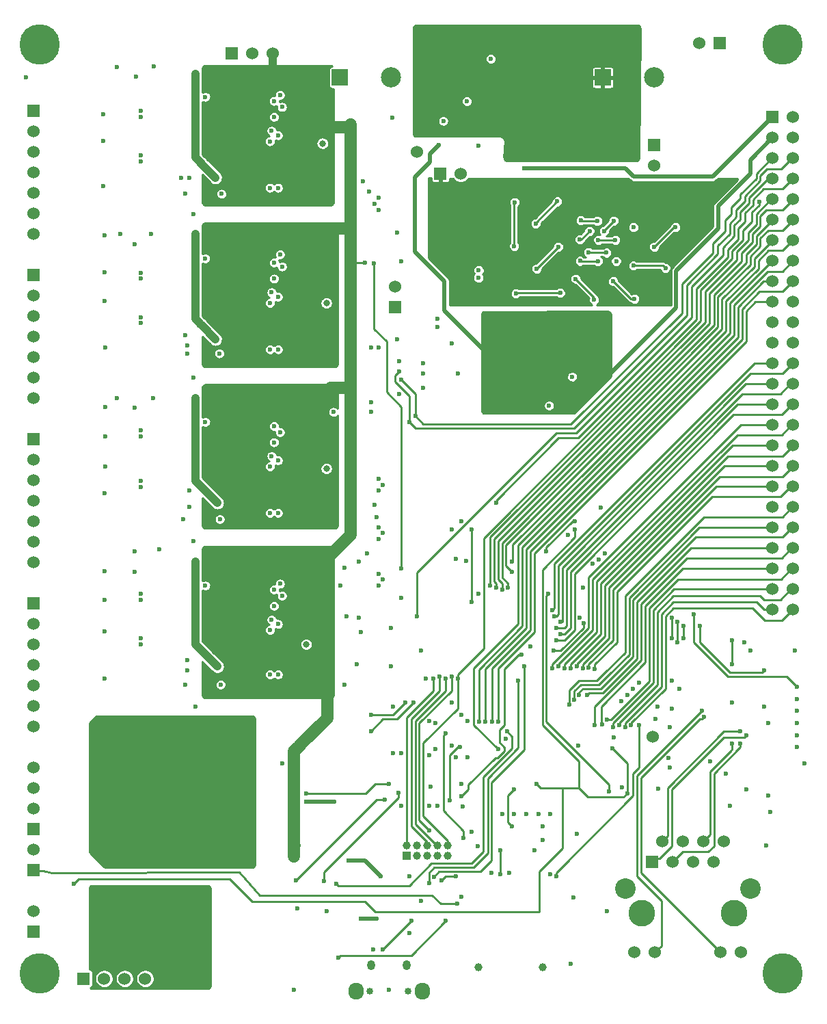
<source format=gbl>
G04 (created by PCBNEW (2013-05-18 BZR 4017)-stable) date Mon 15 Dec 2014 21:42:07 GMT*
%MOIN*%
G04 Gerber Fmt 3.4, Leading zero omitted, Abs format*
%FSLAX34Y34*%
G01*
G70*
G90*
G04 APERTURE LIST*
%ADD10C,0.00590551*%
%ADD11C,0.1969*%
%ADD12R,0.0787X0.0787*%
%ADD13C,0.0984*%
%ADD14O,0.0394X0.0492*%
%ADD15O,0.0748X0.0827*%
%ADD16C,0.0335*%
%ADD17R,0.06X0.06*%
%ADD18C,0.06*%
%ADD19R,0.0394X0.0394*%
%ADD20C,0.0394*%
%ADD21C,0.1299*%
%ADD22C,0.1*%
%ADD23C,0.0315*%
%ADD24C,0.0236*%
%ADD25C,0.01*%
%ADD26C,0.02*%
%ADD27C,0.06*%
%ADD28C,0.04*%
%ADD29C,0.015*%
G04 APERTURE END LIST*
G54D10*
G54D11*
X2754Y1575D03*
G54D12*
X17390Y45236D03*
G54D13*
X19890Y45236D03*
G54D14*
X18905Y1968D03*
X20657Y1968D03*
G54D15*
X21395Y716D03*
X18167Y716D03*
G54D16*
X20716Y716D03*
X18846Y716D03*
G54D17*
X12114Y46430D03*
G54D18*
X13114Y46430D03*
X14114Y46430D03*
G54D17*
X2429Y43625D03*
G54D18*
X2429Y42625D03*
X2429Y41625D03*
X2429Y40625D03*
X2429Y39625D03*
X2429Y38625D03*
X2429Y37625D03*
G54D17*
X2429Y35625D03*
G54D18*
X2429Y34625D03*
X2429Y33625D03*
X2429Y32625D03*
X2429Y31625D03*
X2429Y30625D03*
X2429Y29625D03*
G54D17*
X2429Y27625D03*
G54D18*
X2429Y26625D03*
X2429Y25625D03*
X2429Y24625D03*
X2429Y23625D03*
X2429Y22625D03*
X2429Y21625D03*
G54D17*
X2429Y19625D03*
G54D18*
X2429Y18625D03*
X2429Y17625D03*
X2429Y16625D03*
X2429Y15625D03*
X2429Y14625D03*
X2429Y13625D03*
G54D17*
X35911Y46929D03*
G54D18*
X34911Y46929D03*
G54D19*
X20651Y7329D03*
G54D20*
X20651Y7829D03*
X21151Y7329D03*
X21151Y7829D03*
X21651Y7329D03*
X21651Y7829D03*
X22151Y7329D03*
X22151Y7829D03*
X22651Y7329D03*
X22651Y7829D03*
X24140Y1870D03*
X27282Y1870D03*
G54D17*
X38474Y43299D03*
G54D18*
X39474Y43299D03*
X38474Y38299D03*
X39474Y42299D03*
X38474Y37299D03*
X39474Y41299D03*
X38474Y36299D03*
X39474Y40299D03*
X38474Y35299D03*
X39474Y39299D03*
X38474Y34299D03*
X39474Y38299D03*
X38474Y33299D03*
X39474Y37299D03*
X38474Y32299D03*
X39474Y36299D03*
X38474Y31299D03*
X39474Y35299D03*
X38474Y30299D03*
X39474Y34299D03*
X38474Y29299D03*
X39474Y33299D03*
X38474Y28299D03*
X39474Y32299D03*
X39474Y31299D03*
X38474Y27299D03*
X39474Y30299D03*
X39474Y28299D03*
X39474Y27299D03*
X39474Y26299D03*
X39474Y25299D03*
X38474Y26299D03*
X38474Y25299D03*
X38474Y42299D03*
X38474Y41299D03*
X38474Y40299D03*
X38474Y39299D03*
X38474Y24299D03*
X39474Y24299D03*
X39474Y29299D03*
X38474Y23299D03*
X39474Y23299D03*
X38474Y22299D03*
X39474Y22299D03*
X38474Y21299D03*
X39474Y21299D03*
X38474Y20299D03*
X39474Y20299D03*
X38474Y19299D03*
X39474Y19299D03*
G54D21*
X32098Y4528D03*
X36598Y4528D03*
G54D18*
X36098Y8028D03*
X35600Y7028D03*
X35098Y8028D03*
X34600Y7028D03*
X34098Y8028D03*
X33600Y7028D03*
X33098Y8028D03*
G54D22*
X31298Y5729D03*
X37398Y5728D03*
G54D18*
X35956Y2599D03*
X32740Y2599D03*
X36956Y2599D03*
X31740Y2599D03*
G54D17*
X32600Y7028D03*
G54D23*
X16730Y26181D03*
X16533Y42028D03*
X16730Y34252D03*
X15746Y17618D03*
G54D17*
X32696Y41944D03*
G54D18*
X32696Y40944D03*
G54D17*
X20089Y34050D03*
G54D18*
X20089Y35050D03*
X32638Y13104D03*
X21148Y41630D03*
G54D17*
X22280Y40558D03*
G54D18*
X23280Y40558D03*
G54D12*
X30205Y45236D03*
G54D13*
X32705Y45236D03*
G54D17*
X4888Y1328D03*
G54D18*
X5888Y1328D03*
X6888Y1328D03*
X7888Y1328D03*
G54D11*
X38974Y46850D03*
X38974Y1575D03*
X2754Y46850D03*
G54D17*
X2429Y8625D03*
G54D18*
X2429Y9625D03*
X2429Y10625D03*
X2429Y11625D03*
G54D17*
X2429Y6625D03*
G54D18*
X2429Y7625D03*
G54D17*
X2429Y3625D03*
G54D18*
X2429Y4625D03*
G54D24*
X32720Y36988D03*
X31700Y37938D03*
X27990Y39198D03*
X28040Y36988D03*
X29510Y36718D03*
X26980Y35918D03*
X29940Y38248D03*
X30740Y38258D03*
X28880Y35428D03*
X25890Y37018D03*
X30860Y36288D03*
X33260Y35958D03*
X26940Y38118D03*
X29100Y36298D03*
X29130Y38278D03*
X30380Y36698D03*
X28130Y34738D03*
X29970Y36288D03*
X25970Y34708D03*
X30820Y37318D03*
X33750Y37938D03*
X29090Y37348D03*
X30270Y37758D03*
X29990Y37318D03*
X29790Y34398D03*
X25910Y39158D03*
X31750Y34458D03*
X30720Y35308D03*
X31700Y36068D03*
X29560Y37758D03*
X20176Y32480D03*
X36218Y11319D03*
X11569Y15650D03*
X30411Y4626D03*
X31159Y10650D03*
X13974Y24016D03*
X13974Y18307D03*
X11605Y39567D03*
X25293Y9350D03*
X9840Y15650D03*
X23129Y30807D03*
X14565Y11811D03*
X22144Y9744D03*
X13974Y34252D03*
X11529Y23720D03*
X25490Y32657D03*
X26773Y31236D03*
X14368Y18602D03*
X27655Y6398D03*
X26683Y32228D03*
X14565Y43799D03*
X26309Y32685D03*
X31396Y15157D03*
X14368Y31988D03*
X14466Y27953D03*
X25522Y30579D03*
X22833Y12697D03*
X15297Y4752D03*
X13974Y42126D03*
X29722Y21555D03*
X13974Y26280D03*
X20372Y12303D03*
X23375Y9725D03*
X26360Y30854D03*
X27195Y31709D03*
X28935Y8366D03*
X18896Y32087D03*
X27262Y8071D03*
X33561Y15846D03*
X14368Y34547D03*
X14368Y24016D03*
X25742Y30890D03*
X14368Y42421D03*
X39663Y13780D03*
X23620Y12106D03*
X26868Y7579D03*
X20766Y3543D03*
X25498Y31232D03*
X14368Y26575D03*
X13974Y16142D03*
X25648Y6496D03*
X14565Y19980D03*
X21750Y9744D03*
X37399Y17323D03*
X25864Y32232D03*
X20372Y9744D03*
X13974Y31988D03*
X13974Y39862D03*
X23029Y21772D03*
X11506Y31791D03*
X22207Y41933D03*
X32911Y10591D03*
X25270Y30882D03*
X24112Y7776D03*
X26435Y29827D03*
X23817Y8465D03*
X26903Y30299D03*
X9742Y23720D03*
X14368Y16142D03*
X27195Y30862D03*
X33955Y15453D03*
X27655Y9350D03*
X18896Y29429D03*
X14565Y36024D03*
X25289Y31630D03*
X39663Y14961D03*
X25057Y32213D03*
X25746Y31626D03*
X9840Y39567D03*
X22045Y13780D03*
X27159Y32661D03*
X26333Y31717D03*
X9939Y31791D03*
X14368Y39862D03*
X33462Y13583D03*
X24148Y35480D03*
X26390Y40813D03*
X22139Y33470D03*
X15746Y9941D03*
X19940Y43294D03*
X22144Y33071D03*
X22431Y43122D03*
X19388Y6299D03*
X24159Y35846D03*
X17124Y9941D03*
X17813Y7087D03*
X23541Y21693D03*
X21750Y12205D03*
X31100Y14862D03*
X21750Y13878D03*
X18305Y18898D03*
X30313Y22047D03*
X23029Y12106D03*
X20374Y36283D03*
X28640Y16437D03*
X29525Y16476D03*
X29821Y16398D03*
X17204Y5946D03*
X25531Y13366D03*
X29014Y12677D03*
X28581Y14685D03*
X28817Y14921D03*
X28344Y16437D03*
X30090Y46798D03*
X27884Y44713D03*
X31510Y45168D03*
X27259Y44731D03*
X27241Y46009D03*
X28541Y45374D03*
X26510Y42228D03*
X27970Y43898D03*
X29850Y42218D03*
X26917Y44996D03*
X26516Y44749D03*
X28780Y43188D03*
X27230Y41338D03*
X28172Y45001D03*
X27530Y42988D03*
X28980Y41308D03*
X28141Y45716D03*
X26935Y45703D03*
X30470Y41318D03*
X26615Y46009D03*
X28172Y46301D03*
X25770Y42858D03*
X31870Y46178D03*
X28523Y46648D03*
X26570Y45334D03*
X31010Y43228D03*
X27205Y45356D03*
X27821Y46639D03*
X28519Y46018D03*
X31490Y42438D03*
X29330Y46128D03*
X31400Y46888D03*
X26930Y46319D03*
X27560Y45010D03*
X28200Y42278D03*
X30800Y46178D03*
X28582Y44740D03*
X26750Y43798D03*
X27124Y46621D03*
X27884Y45347D03*
X26498Y46634D03*
X27853Y46013D03*
X29990Y43978D03*
X27542Y46328D03*
X27518Y45709D03*
X25660Y41378D03*
X31690Y44028D03*
X28525Y22953D03*
X32768Y13982D03*
X18896Y13386D03*
X20962Y14764D03*
X18896Y14173D03*
X20569Y14764D03*
X5510Y12598D03*
X6298Y9843D03*
X8659Y12598D03*
X7085Y9843D03*
X9447Y11811D03*
X6691Y9449D03*
X7872Y11811D03*
X8659Y11024D03*
X8659Y11811D03*
X8266Y12205D03*
X5903Y12205D03*
X6691Y10236D03*
X9447Y11024D03*
X6297Y9055D03*
X7872Y9449D03*
X7478Y12205D03*
X8266Y10630D03*
X5510Y10630D03*
X7085Y10630D03*
X9840Y12205D03*
X10234Y12598D03*
X7872Y11024D03*
X8266Y9843D03*
X9447Y12598D03*
X6297Y10630D03*
X7085Y12598D03*
X6297Y12598D03*
X5903Y10236D03*
X7085Y11811D03*
X9053Y10630D03*
X7085Y9055D03*
X9053Y9843D03*
X6297Y11811D03*
X6691Y12205D03*
X8659Y9449D03*
X8561Y10236D03*
X7872Y12598D03*
X10234Y11811D03*
X9447Y9449D03*
X5510Y11811D03*
X5510Y9843D03*
X9053Y12205D03*
X10825Y20472D03*
X19486Y20768D03*
X19289Y20472D03*
X9939Y16831D03*
X15746Y10335D03*
X19787Y10813D03*
X17616Y21358D03*
X14466Y20571D03*
X19289Y21063D03*
X14171Y20276D03*
X17714Y18996D03*
X10333Y14567D03*
X23108Y4980D03*
X38088Y14567D03*
X37104Y17717D03*
X29230Y20374D03*
X38285Y13780D03*
X38088Y16339D03*
X34939Y18504D03*
X34644Y19094D03*
X39663Y15551D03*
X33856Y17717D03*
X33856Y18701D03*
X33561Y18898D03*
X33561Y17913D03*
X34151Y17913D03*
X34151Y18504D03*
X9660Y3388D03*
X8640Y3378D03*
X8563Y4331D03*
X7520Y4348D03*
X8220Y3848D03*
X8080Y4818D03*
X8540Y5268D03*
X9570Y5288D03*
X9090Y4818D03*
X9190Y3918D03*
X9600Y4378D03*
X7520Y5188D03*
X7500Y3388D03*
X22732Y10004D03*
X15254Y6102D03*
X19573Y10039D03*
X23226Y12598D03*
X5900Y21188D03*
X5900Y19788D03*
X5900Y18238D03*
X5900Y15938D03*
X7675Y27756D03*
X5950Y29188D03*
X5950Y27738D03*
X5950Y26288D03*
X5900Y24988D03*
X7675Y35728D03*
X5900Y35738D03*
X5900Y34338D03*
X5950Y32088D03*
X5900Y37538D03*
X6691Y37598D03*
X5850Y39938D03*
X5850Y42138D03*
X7675Y43602D03*
X5850Y43438D03*
X12596Y40748D03*
X7675Y41437D03*
X12201Y35825D03*
X39663Y13189D03*
X11809Y44685D03*
X11809Y24902D03*
X23325Y10827D03*
X21356Y17323D03*
X12596Y27657D03*
X28640Y2047D03*
X12200Y16735D03*
X15352Y17815D03*
X12596Y16929D03*
X11809Y34252D03*
X12596Y28051D03*
X22045Y12500D03*
X21455Y30118D03*
X18207Y16634D03*
X15155Y7283D03*
X12596Y41535D03*
X12596Y17323D03*
X15155Y12008D03*
X34469Y39243D03*
X12596Y33268D03*
X11809Y20079D03*
X13384Y20965D03*
X22844Y32280D03*
X7675Y28051D03*
X11809Y28051D03*
X7675Y17618D03*
X13777Y20768D03*
X12596Y42126D03*
X12203Y19291D03*
X2090Y45253D03*
X20766Y6299D03*
X12596Y20079D03*
X11415Y20768D03*
X13384Y36909D03*
X28718Y30657D03*
X12203Y26673D03*
X19880Y16535D03*
X8561Y22244D03*
X12202Y40945D03*
X12201Y33071D03*
X7675Y19783D03*
X11809Y26969D03*
X11022Y28937D03*
X40057Y11811D03*
X11809Y33661D03*
X12203Y20768D03*
X38285Y10236D03*
X12596Y25295D03*
X19978Y14567D03*
X13777Y44488D03*
X12200Y17520D03*
X12202Y41339D03*
X8297Y45787D03*
X14171Y36909D03*
X11418Y28737D03*
X15451Y25787D03*
X12990Y20768D03*
X23325Y23622D03*
X11809Y20965D03*
X36514Y14764D03*
X17419Y20472D03*
X7675Y41142D03*
X7380Y21161D03*
X11809Y41535D03*
X24136Y41913D03*
X11809Y27657D03*
X12596Y18996D03*
X11809Y33268D03*
X7675Y35433D03*
X10037Y24311D03*
X11809Y43898D03*
X12203Y35236D03*
X15451Y33858D03*
X13777Y36713D03*
X12200Y25492D03*
X21573Y15945D03*
X11809Y36024D03*
X15943Y36319D03*
X39565Y17323D03*
X33561Y14469D03*
X7675Y43307D03*
X14171Y20965D03*
X12596Y43898D03*
X12201Y33465D03*
X8167Y37598D03*
X12596Y33661D03*
X21356Y5118D03*
X12200Y27851D03*
X18599Y36210D03*
X11809Y25689D03*
X28777Y5295D03*
X12596Y26969D03*
X19880Y18406D03*
X29090Y18923D03*
X21456Y31299D03*
X7380Y37106D03*
X11022Y44685D03*
X11809Y42126D03*
X7675Y25295D03*
X11022Y36909D03*
X12596Y26378D03*
X12596Y20965D03*
X12990Y44488D03*
X7675Y33563D03*
X15844Y28248D03*
X12202Y43700D03*
X12201Y36711D03*
X11809Y18996D03*
X25884Y9350D03*
X11415Y36713D03*
X12596Y41142D03*
X12990Y28740D03*
X38384Y9449D03*
X11809Y16929D03*
X11809Y28937D03*
X11809Y42815D03*
X12596Y17717D03*
X23305Y14173D03*
X12203Y41831D03*
X12200Y24708D03*
X7675Y20079D03*
X12596Y24902D03*
X12203Y34547D03*
X12596Y18406D03*
X20372Y19882D03*
X7380Y29134D03*
X11809Y35630D03*
X15549Y20866D03*
X34469Y38130D03*
X11809Y26378D03*
X24132Y20079D03*
X23325Y5315D03*
X18994Y2756D03*
X11415Y44488D03*
X12596Y28937D03*
X12596Y36024D03*
X12990Y36713D03*
X6494Y29626D03*
X15451Y41634D03*
X14171Y28937D03*
X24782Y6496D03*
X11809Y25295D03*
X12203Y27264D03*
X14171Y44685D03*
X12596Y44685D03*
X11809Y36909D03*
X12596Y32874D03*
X33462Y11614D03*
X15175Y7801D03*
X15155Y787D03*
X37203Y10531D03*
X12596Y35630D03*
X13384Y28937D03*
X7675Y33268D03*
X35431Y11909D03*
X12202Y40552D03*
X12596Y34252D03*
X20273Y29823D03*
X20273Y31398D03*
X9939Y16339D03*
X12596Y34941D03*
X38167Y7815D03*
X13384Y44685D03*
X12203Y18701D03*
X12203Y42520D03*
X19978Y12303D03*
X12203Y43110D03*
X11809Y43504D03*
X21800Y10666D03*
X12203Y33957D03*
X31691Y15453D03*
X27065Y9350D03*
X12596Y36909D03*
X12596Y42815D03*
X9939Y32185D03*
X12203Y26083D03*
X7380Y22146D03*
X11809Y19685D03*
X11809Y17323D03*
X21456Y30807D03*
X11022Y20965D03*
X22833Y14764D03*
X15844Y44094D03*
X32872Y14567D03*
X7427Y45280D03*
X22833Y23228D03*
X17616Y15650D03*
X15155Y12402D03*
X12200Y28737D03*
X11809Y32874D03*
X23620Y13878D03*
X8266Y29626D03*
X36415Y9744D03*
X39663Y12598D03*
X12200Y17126D03*
X19092Y24409D03*
X11809Y34941D03*
X27592Y29252D03*
X12201Y32679D03*
X15451Y12697D03*
X13777Y28740D03*
X6510Y45744D03*
X18403Y18209D03*
X16730Y4626D03*
X11809Y41142D03*
X12200Y25098D03*
X30018Y21752D03*
X11809Y18406D03*
X26474Y9350D03*
X27262Y8760D03*
X12596Y25689D03*
X12202Y44487D03*
X39663Y14370D03*
X7675Y25591D03*
X12203Y18110D03*
X18699Y22047D03*
X12203Y19882D03*
X12596Y43504D03*
X7675Y17913D03*
X12596Y19685D03*
X10037Y40354D03*
X11809Y40748D03*
X11809Y17717D03*
X25195Y6398D03*
X25195Y7579D03*
X31986Y13681D03*
X31986Y15748D03*
X27951Y6299D03*
X14171Y43307D03*
X14053Y42638D03*
X14171Y35433D03*
X14053Y34764D03*
X14053Y18819D03*
X14171Y19488D03*
X14171Y27461D03*
X14053Y26791D03*
X23581Y44075D03*
X24742Y46142D03*
X35037Y14370D03*
X37203Y13189D03*
X36907Y12795D03*
X36514Y16634D03*
X36514Y17815D03*
X36514Y12795D03*
X35136Y14075D03*
X36907Y13386D03*
X19781Y787D03*
X21947Y15945D03*
X27557Y20079D03*
X30510Y10433D03*
X22537Y15945D03*
X21750Y8563D03*
X22833Y16043D03*
X22242Y16043D03*
X25470Y13030D03*
X33423Y12067D03*
X24998Y20374D03*
X24703Y20472D03*
X28836Y23622D03*
X27459Y22146D03*
X27754Y16437D03*
X28049Y16535D03*
X26237Y17114D03*
X16622Y6088D03*
X27798Y17298D03*
X23321Y10207D03*
X29264Y18661D03*
X20255Y10372D03*
X29053Y15157D03*
X29427Y15157D03*
X29821Y13681D03*
X30175Y13720D03*
X30411Y13957D03*
X30707Y13583D03*
X31002Y13681D03*
X31297Y13583D03*
X31592Y13681D03*
X24171Y13858D03*
X27754Y19291D03*
X24486Y13858D03*
X24801Y13858D03*
X25116Y13858D03*
X25096Y12500D03*
X19059Y36195D03*
X20374Y21315D03*
X18494Y40170D03*
X22537Y4134D03*
X17321Y2362D03*
X37829Y39173D03*
X23128Y15945D03*
X25785Y21654D03*
X25588Y20374D03*
X27951Y17815D03*
X28148Y18110D03*
X28148Y18701D03*
X27852Y18996D03*
X27951Y18406D03*
X20766Y28445D03*
X23817Y19685D03*
X23817Y23228D03*
X20273Y30906D03*
X29230Y16437D03*
X21061Y28740D03*
X20372Y30512D03*
X28935Y16535D03*
X25785Y21161D03*
X25293Y20276D03*
X23423Y8169D03*
X22340Y6102D03*
X23029Y6299D03*
X22537Y13287D03*
X26376Y16535D03*
X19486Y2756D03*
X20864Y4134D03*
X21962Y6285D03*
X21733Y5993D03*
X26081Y15846D03*
X21159Y18996D03*
X24998Y24528D03*
X19191Y4232D03*
X18403Y4232D03*
X25884Y10531D03*
X25785Y8760D03*
X4400Y5938D03*
X31396Y10354D03*
X26966Y10827D03*
X30118Y24264D03*
X28836Y23228D03*
X30667Y12539D03*
X10334Y41829D03*
X10333Y18012D03*
X10333Y19390D03*
X10579Y33218D03*
X10333Y25984D03*
X11317Y32480D03*
X10333Y45417D03*
X10333Y35335D03*
X10333Y27362D03*
X10333Y37598D03*
X10972Y16978D03*
X11415Y24508D03*
X10333Y43209D03*
X10333Y33957D03*
X11317Y40354D03*
X11415Y16535D03*
X10333Y29626D03*
X10972Y24951D03*
X10333Y21654D03*
X10628Y41043D03*
X10825Y28445D03*
X19486Y23031D03*
X10037Y25098D03*
X19289Y22736D03*
X18896Y28937D03*
X17065Y28937D03*
X19289Y23327D03*
X14171Y28248D03*
X10234Y22638D03*
X18305Y21654D03*
X19486Y25394D03*
X10825Y36417D03*
X19289Y25098D03*
X9840Y32677D03*
X19289Y32087D03*
X14466Y36614D03*
X19289Y25689D03*
X14171Y36220D03*
X10234Y30610D03*
X19191Y23819D03*
X10825Y44291D03*
X19092Y39075D03*
X9644Y40354D03*
X19289Y38780D03*
X14466Y44390D03*
X18797Y39665D03*
X14171Y44094D03*
X19289Y39370D03*
X10234Y38583D03*
X20175Y37697D03*
X30726Y13091D03*
X26671Y17520D03*
G54D25*
X33150Y36068D02*
X31700Y36068D01*
X30270Y37788D02*
X30270Y37758D01*
X26000Y34738D02*
X28130Y34738D01*
X25910Y39158D02*
X25890Y39138D01*
X29100Y36298D02*
X29110Y36288D01*
X33670Y37938D02*
X33750Y37938D01*
X29110Y36288D02*
X29970Y36288D01*
X31570Y34458D02*
X31750Y34458D01*
X33260Y35958D02*
X33150Y36068D01*
X28040Y36988D02*
X26980Y35928D01*
X26940Y38148D02*
X26940Y38118D01*
X25970Y34708D02*
X26000Y34738D01*
X30720Y35308D02*
X31570Y34458D01*
X25890Y39138D02*
X25890Y37018D01*
X30360Y36718D02*
X29510Y36718D01*
X29560Y37758D02*
X29150Y37348D01*
X26980Y35928D02*
X26980Y35918D01*
X30380Y36698D02*
X30360Y36718D01*
X29160Y38248D02*
X29940Y38248D01*
X32720Y36988D02*
X33670Y37938D01*
X28880Y35428D02*
X29790Y34518D01*
X29790Y34518D02*
X29790Y34398D01*
X29990Y37318D02*
X30820Y37318D01*
X29130Y38278D02*
X29160Y38248D01*
X30740Y38258D02*
X30270Y37788D01*
X29150Y37348D02*
X29090Y37348D01*
X27990Y39198D02*
X26940Y38148D01*
X26821Y31236D02*
X26773Y31236D01*
G54D26*
X37396Y40540D02*
X37396Y41221D01*
X21050Y40390D02*
X21050Y36748D01*
G54D25*
X27195Y30862D02*
X26821Y31236D01*
G54D26*
X35840Y37870D02*
X33790Y35820D01*
G54D25*
X26341Y31709D02*
X27195Y31709D01*
X25742Y30988D02*
X25742Y30890D01*
X25289Y31630D02*
X25293Y31626D01*
X26903Y30299D02*
X26360Y30842D01*
X26360Y30842D02*
X26360Y30854D01*
X26309Y32685D02*
X25864Y32240D01*
X25864Y32240D02*
X25864Y32232D01*
X32911Y10591D02*
X32911Y10571D01*
X25522Y30630D02*
X25522Y30579D01*
G54D26*
X35840Y37870D02*
X35840Y38984D01*
G54D25*
X27159Y32661D02*
X26726Y32228D01*
G54D26*
X22490Y33869D02*
X24711Y31648D01*
X33790Y34008D02*
X30485Y30703D01*
G54D25*
X25490Y32657D02*
X25057Y32224D01*
G54D26*
X22490Y35308D02*
X22490Y33869D01*
X38474Y42299D02*
X37396Y41221D01*
X22207Y41933D02*
X21787Y41513D01*
G54D25*
X25057Y32224D02*
X25057Y32213D01*
X26726Y32228D02*
X26683Y32228D01*
X25498Y31232D02*
X25742Y30988D01*
G54D26*
X21787Y41127D02*
X21050Y40390D01*
X21787Y41513D02*
X21787Y41127D01*
X33790Y35820D02*
X33790Y34008D01*
G54D25*
X25270Y30882D02*
X25522Y30630D01*
X26333Y31717D02*
X26341Y31709D01*
G54D26*
X35840Y38984D02*
X37396Y40540D01*
X21050Y36748D02*
X22490Y35308D01*
G54D25*
X25293Y31626D02*
X25746Y31626D01*
G54D26*
X36612Y41437D02*
X36553Y41378D01*
X17813Y7087D02*
X18600Y7087D01*
X17124Y9941D02*
X15746Y9941D01*
X36612Y41437D02*
X35583Y40408D01*
X38474Y43299D02*
X36612Y41437D01*
X31310Y40813D02*
X26390Y40813D01*
X35583Y40408D02*
X31715Y40408D01*
X31715Y40408D02*
X31310Y40813D01*
X18600Y7087D02*
X19388Y6299D01*
G54D25*
X39474Y27299D02*
X39474Y27272D01*
X38974Y26772D02*
X36317Y26772D01*
X30116Y18110D02*
X28640Y16634D01*
X28640Y16634D02*
X28640Y16437D01*
X36317Y26772D02*
X30116Y20571D01*
X30116Y20571D02*
X30116Y18110D01*
X39474Y27272D02*
X38974Y26772D01*
X35729Y25299D02*
X30707Y20277D01*
X30707Y17815D02*
X29525Y16633D01*
X29525Y16633D02*
X29525Y16476D01*
X30707Y20277D02*
X30707Y17815D01*
X38474Y25299D02*
X35729Y25299D01*
X30903Y17716D02*
X29821Y16634D01*
X38875Y24803D02*
X35527Y24803D01*
X35527Y24803D02*
X30903Y20179D01*
X29821Y16634D02*
X29821Y16398D01*
X30903Y20179D02*
X30903Y17716D01*
X39474Y25299D02*
X39371Y25299D01*
X39371Y25299D02*
X38875Y24803D01*
X24380Y7512D02*
X23799Y6931D01*
X23799Y6931D02*
X21845Y6931D01*
X20762Y5848D02*
X17651Y5848D01*
X21845Y6931D02*
X20762Y5848D01*
X17651Y5848D02*
X17302Y5848D01*
X24380Y11144D02*
X24380Y8848D01*
X17302Y5848D02*
X17204Y5946D01*
X25783Y12907D02*
X25783Y12547D01*
X24380Y8848D02*
X24380Y7512D01*
X25783Y13114D02*
X25531Y13366D01*
X17564Y5848D02*
X17562Y5846D01*
X25783Y12547D02*
X24380Y11144D01*
X17651Y5848D02*
X17564Y5848D01*
X25783Y12907D02*
X25783Y13114D01*
X28581Y15396D02*
X29031Y15846D01*
X31297Y17223D02*
X30313Y16239D01*
X38974Y23819D02*
X35136Y23819D01*
X30313Y16239D02*
X30313Y16240D01*
X39474Y24299D02*
X39454Y24299D01*
X28581Y14685D02*
X28581Y15396D01*
X29031Y15846D02*
X29919Y15846D01*
X35136Y23819D02*
X31297Y19980D01*
X39454Y24299D02*
X38974Y23819D01*
X30313Y16240D02*
X29919Y15846D01*
X31297Y19980D02*
X31297Y17223D01*
X38474Y23299D02*
X34912Y23299D01*
X30510Y16142D02*
X30018Y15650D01*
X31494Y19881D02*
X31494Y17126D01*
X28817Y14921D02*
X28817Y15335D01*
X30510Y16142D02*
X30510Y16142D01*
X29132Y15650D02*
X30018Y15650D01*
X31494Y17126D02*
X30510Y16142D01*
X28817Y15335D02*
X29132Y15650D01*
X34912Y23299D02*
X31494Y19881D01*
X36549Y27299D02*
X29919Y20669D01*
X29919Y20669D02*
X29919Y18209D01*
X28344Y16634D02*
X28344Y16437D01*
X29919Y18209D02*
X28344Y16634D01*
X38474Y27299D02*
X36549Y27299D01*
X31010Y43228D02*
X29990Y43858D01*
X27911Y45374D02*
X28541Y45374D01*
X26570Y45334D02*
X26592Y45356D01*
X26670Y44749D02*
X26516Y44749D01*
X27540Y44688D02*
X27540Y44308D01*
X29850Y42218D02*
X28980Y41348D01*
X27241Y46009D02*
X27245Y46013D01*
X27540Y44308D02*
X27030Y43798D01*
X28519Y46018D02*
X28236Y46301D01*
X27884Y44713D02*
X27565Y44713D01*
X27277Y44713D02*
X27884Y44713D01*
X25700Y41338D02*
X27230Y41338D01*
X30180Y46798D02*
X30090Y46798D01*
X28980Y41348D02*
X28980Y41308D01*
X25660Y41378D02*
X25700Y41338D01*
X27530Y42948D02*
X27530Y42988D01*
X26400Y42228D02*
X26510Y42228D01*
X26935Y45703D02*
X26921Y45703D01*
X25770Y42858D02*
X26400Y42228D01*
X28200Y42278D02*
X27530Y42948D01*
X30800Y46178D02*
X30180Y46798D01*
X27970Y43898D02*
X28680Y43188D01*
X27030Y43798D02*
X26750Y43798D01*
X31870Y46178D02*
X31400Y46648D01*
X31690Y44028D02*
X31510Y44208D01*
X27565Y44713D02*
X27540Y44688D01*
X30470Y41318D02*
X31490Y42338D01*
X27518Y45709D02*
X27527Y45718D01*
X26511Y46621D02*
X27124Y46621D01*
X27533Y46319D02*
X26930Y46319D01*
X27542Y46328D02*
X27533Y46319D01*
X29990Y43858D02*
X29990Y43978D01*
X28236Y46301D02*
X28172Y46301D01*
X28680Y43188D02*
X28780Y43188D01*
X27259Y44731D02*
X27277Y44713D01*
X26592Y45356D02*
X27205Y45356D01*
X31490Y42338D02*
X31490Y42438D01*
X27527Y45718D02*
X28141Y45716D01*
X28172Y45001D02*
X28163Y45010D01*
X27245Y46013D02*
X27853Y46013D01*
X26921Y45703D02*
X26615Y46009D01*
X27821Y46639D02*
X27830Y46648D01*
X27830Y46648D02*
X28523Y46648D01*
X27884Y45347D02*
X27911Y45374D01*
X26498Y46634D02*
X26511Y46621D01*
X28163Y45010D02*
X27560Y45010D01*
X31510Y44208D02*
X31510Y45168D01*
X26917Y44996D02*
X26670Y44749D01*
X31400Y46648D02*
X31400Y46888D01*
X19486Y13976D02*
X20175Y13976D01*
X20175Y13976D02*
X20962Y14764D01*
X18896Y13386D02*
X19486Y13976D01*
X18896Y14173D02*
X19978Y14173D01*
X20569Y14764D02*
X19978Y14173D01*
X6298Y9843D02*
X6297Y9843D01*
X18639Y10335D02*
X19117Y10813D01*
X15746Y10335D02*
X18639Y10335D01*
X19117Y10813D02*
X19787Y10813D01*
X3352Y6497D02*
X2896Y6591D01*
X2896Y6591D02*
X2429Y6625D01*
X21888Y5393D02*
X13464Y5393D01*
X13464Y5393D02*
X12500Y6488D01*
X12484Y6504D02*
X3352Y6497D01*
X12500Y6488D02*
X12484Y6504D01*
X22301Y4980D02*
X21888Y5393D01*
X23108Y4980D02*
X22301Y4980D01*
X21888Y5393D02*
X21887Y5394D01*
X36416Y16240D02*
X34939Y17717D01*
X38088Y16339D02*
X37989Y16240D01*
X34939Y17717D02*
X34939Y18504D01*
X37989Y16240D02*
X36416Y16240D01*
X36317Y16043D02*
X34644Y17716D01*
X39171Y16043D02*
X36317Y16043D01*
X34644Y17716D02*
X34644Y19094D01*
X39663Y15551D02*
X39171Y16043D01*
X33856Y18701D02*
X33856Y17717D01*
X33561Y18898D02*
X33561Y17913D01*
X34151Y18504D02*
X34151Y17913D01*
X7510Y3378D02*
X8640Y3378D01*
X9190Y3858D02*
X9190Y3918D01*
X9660Y3388D02*
X9190Y3858D01*
X8610Y4378D02*
X9600Y4378D01*
X7500Y3388D02*
X7510Y3378D01*
X8563Y4331D02*
X8610Y4378D01*
X8220Y3848D02*
X7720Y4348D01*
X7600Y5268D02*
X8540Y5268D01*
X9090Y4818D02*
X8080Y4818D01*
X7520Y5188D02*
X7600Y5268D01*
X7720Y4348D02*
X7520Y4348D01*
X23127Y12598D02*
X23226Y12598D01*
X15254Y6102D02*
X19191Y10039D01*
X22732Y10004D02*
X22734Y12205D01*
X19191Y10039D02*
X19573Y10039D01*
X22734Y12205D02*
X23127Y12598D01*
G54D27*
X15175Y7801D02*
X15155Y7821D01*
X17912Y42963D02*
X17912Y42815D01*
X15943Y36910D02*
X16927Y37894D01*
X15451Y12698D02*
X15451Y12697D01*
X15450Y12697D02*
X15155Y12402D01*
X15155Y7821D02*
X15155Y7835D01*
X17912Y42815D02*
X17911Y42815D01*
X16829Y42815D02*
X17911Y42815D01*
X15943Y36319D02*
X15943Y36910D01*
G54D25*
X18599Y36210D02*
X17911Y36210D01*
G54D27*
X15451Y12698D02*
X16779Y14026D01*
X17911Y30709D02*
X17911Y36210D01*
X17911Y30118D02*
X17911Y30709D01*
G54D28*
X14114Y46430D02*
X14112Y46428D01*
G54D27*
X15844Y43800D02*
X16829Y42815D01*
X15155Y12008D02*
X15155Y12402D01*
X15451Y12697D02*
X15450Y12697D01*
X15155Y7283D02*
X15155Y7835D01*
X16927Y37894D02*
X17911Y37894D01*
X16927Y30118D02*
X17911Y30118D01*
X16779Y21801D02*
X17911Y22933D01*
X15844Y44094D02*
X15844Y43800D01*
X16779Y14026D02*
X16779Y21801D01*
X17911Y36210D02*
X17911Y37894D01*
X15844Y20866D02*
X16779Y21801D01*
X15549Y20866D02*
X15844Y20866D01*
X15844Y29035D02*
X16927Y30118D01*
X17911Y37894D02*
X17911Y42815D01*
X17911Y22933D02*
X17911Y30118D01*
X15451Y12697D02*
X15450Y12697D01*
X15155Y12402D02*
X15155Y12008D01*
X15155Y12008D02*
X15155Y7835D01*
X15844Y28248D02*
X15844Y29035D01*
G54D28*
X14112Y46428D02*
X14112Y45610D01*
G54D25*
X15451Y44094D02*
X15844Y44094D01*
X25195Y6398D02*
X25195Y7579D01*
X27951Y6496D02*
X28148Y6693D01*
X27951Y6299D02*
X27951Y6496D01*
X28148Y6693D02*
X31691Y10236D01*
X31986Y11615D02*
X31986Y13681D01*
X31691Y10236D02*
X31691Y11320D01*
X31691Y11320D02*
X31986Y11615D01*
X35037Y14370D02*
X31888Y11221D01*
X33069Y5119D02*
X33069Y2928D01*
X31888Y11221D02*
X31888Y6300D01*
X31888Y6300D02*
X33069Y5119D01*
X33069Y2928D02*
X32740Y2599D01*
X36101Y13091D02*
X33561Y10551D01*
X32971Y7186D02*
X32758Y7186D01*
X32600Y7028D02*
X32758Y7186D01*
X37203Y13189D02*
X37202Y13189D01*
X37202Y13189D02*
X37104Y13091D01*
X37104Y13091D02*
X36101Y13091D01*
X32971Y7186D02*
X33561Y7776D01*
X33561Y7776D02*
X33561Y10551D01*
X36848Y12539D02*
X36907Y12598D01*
X34093Y7520D02*
X35352Y7520D01*
X35352Y7520D02*
X35628Y7796D01*
X33601Y7028D02*
X34093Y7520D01*
X35628Y7796D02*
X35628Y11319D01*
X33600Y7028D02*
X33601Y7028D01*
X36907Y12598D02*
X36907Y12795D01*
X36848Y12539D02*
X35628Y11319D01*
X36514Y16634D02*
X36514Y17815D01*
X36475Y12461D02*
X36514Y12500D01*
X35431Y8361D02*
X35098Y8028D01*
X36514Y12500D02*
X36514Y12795D01*
X36474Y12461D02*
X35431Y11418D01*
X35431Y11418D02*
X35431Y8361D01*
X36474Y12461D02*
X36475Y12461D01*
X32085Y6470D02*
X35956Y2599D01*
X34938Y13976D02*
X32085Y11123D01*
X32085Y11123D02*
X32085Y6470D01*
X35136Y14075D02*
X35037Y13976D01*
X35037Y13976D02*
X34938Y13976D01*
X33364Y8294D02*
X33098Y8028D01*
X36907Y13386D02*
X36120Y13386D01*
X36120Y13386D02*
X33364Y10630D01*
X33364Y10630D02*
X33364Y8294D01*
X19779Y785D02*
X19781Y787D01*
X19790Y785D02*
X19779Y785D01*
X20651Y7829D02*
X20651Y14059D01*
X21947Y15355D02*
X21947Y15945D01*
X20651Y14059D02*
X21947Y15355D01*
X27459Y19981D02*
X27557Y20079D01*
X27459Y19390D02*
X27459Y19981D01*
X30510Y10788D02*
X27459Y13839D01*
X27459Y13839D02*
X27459Y19390D01*
X30510Y10433D02*
X30510Y10788D01*
X21061Y8859D02*
X21061Y13386D01*
X21061Y13386D02*
X21061Y13878D01*
X21061Y13878D02*
X22537Y15354D01*
X22151Y7769D02*
X21061Y8859D01*
X22151Y7829D02*
X22151Y7769D01*
X22537Y15354D02*
X22537Y15945D01*
X21258Y13780D02*
X22833Y15355D01*
X21258Y13386D02*
X21258Y13780D01*
X21750Y8563D02*
X21258Y9055D01*
X21258Y9055D02*
X21258Y13386D01*
X22833Y15355D02*
X22833Y16043D01*
X21651Y7829D02*
X21651Y7973D01*
X20864Y8760D02*
X20864Y13386D01*
X20864Y13977D02*
X22242Y15355D01*
X20864Y13386D02*
X20864Y13977D01*
X21651Y7973D02*
X20864Y8760D01*
X22242Y15355D02*
X22242Y16043D01*
X37498Y37205D02*
X36976Y36683D01*
X37892Y38485D02*
X37892Y37992D01*
X39474Y39299D02*
X39474Y39279D01*
X38975Y38780D02*
X38187Y38780D01*
X36976Y36289D02*
X35411Y34724D01*
X38187Y38780D02*
X37892Y38485D01*
X24998Y22835D02*
X24899Y22736D01*
X35411Y34724D02*
X35411Y33247D01*
X24998Y20571D02*
X24998Y20374D01*
X24899Y22736D02*
X24899Y20670D01*
X35411Y33247D02*
X24999Y22835D01*
X37892Y37992D02*
X37498Y37598D01*
X39474Y39279D02*
X38975Y38780D01*
X37498Y37598D02*
X37498Y37205D01*
X24999Y22835D02*
X24998Y22834D01*
X36976Y36683D02*
X36976Y36289D01*
X24999Y22835D02*
X24998Y22835D01*
X24899Y20670D02*
X24998Y20571D01*
X36750Y36752D02*
X36750Y36359D01*
X38474Y39299D02*
X38411Y39299D01*
X37695Y38091D02*
X37301Y37697D01*
X35195Y33327D02*
X24801Y22933D01*
X35195Y34804D02*
X35195Y33327D01*
X38411Y39299D02*
X37695Y38583D01*
X37695Y38583D02*
X37695Y38091D01*
X36750Y36359D02*
X35195Y34804D01*
X24801Y22933D02*
X24703Y22835D01*
X37301Y37303D02*
X36750Y36752D01*
X24703Y22835D02*
X24703Y20472D01*
X37301Y37697D02*
X37301Y37303D01*
X28836Y23622D02*
X28738Y23622D01*
X28738Y23622D02*
X27459Y22343D01*
X27459Y22343D02*
X27459Y22146D01*
X38474Y28299D02*
X36958Y28299D01*
X27754Y16634D02*
X27754Y16437D01*
X29525Y18405D02*
X27754Y16634D01*
X36958Y28299D02*
X29525Y20866D01*
X29525Y20866D02*
X29525Y18405D01*
X39474Y28299D02*
X39419Y28299D01*
X29722Y18307D02*
X28049Y16634D01*
X36769Y27814D02*
X29722Y20767D01*
X29722Y20767D02*
X29722Y18307D01*
X39419Y28299D02*
X38934Y27814D01*
X38934Y27814D02*
X36769Y27814D01*
X28049Y16634D02*
X28049Y16535D01*
X29264Y18422D02*
X28140Y17298D01*
X16622Y6523D02*
X16622Y6088D01*
X23650Y10536D02*
X23321Y10207D01*
X26102Y17114D02*
X25397Y16409D01*
X25421Y12592D02*
X25421Y12413D01*
X25166Y13435D02*
X25166Y12847D01*
X25166Y12847D02*
X25421Y12592D01*
X25397Y16409D02*
X25397Y13666D01*
X23650Y10770D02*
X23650Y10536D01*
X28140Y17298D02*
X27798Y17298D01*
X25421Y12413D02*
X25090Y12082D01*
X25397Y13666D02*
X25166Y13435D01*
X20255Y10156D02*
X16622Y6523D01*
X29264Y18661D02*
X29264Y18422D01*
X25090Y12082D02*
X24962Y12082D01*
X20255Y10372D02*
X20255Y10156D01*
X24962Y12082D02*
X23650Y10770D01*
X26237Y17114D02*
X26102Y17114D01*
X39474Y23299D02*
X39438Y23299D01*
X29053Y15157D02*
X29053Y15276D01*
X39438Y23299D02*
X38974Y22835D01*
X30707Y16043D02*
X30707Y16044D01*
X38974Y22835D02*
X34744Y22835D01*
X34744Y22835D02*
X31691Y19782D01*
X29053Y15276D02*
X29230Y15453D01*
X30707Y16044D02*
X30116Y15453D01*
X31691Y19782D02*
X31691Y17027D01*
X29230Y15453D02*
X30116Y15453D01*
X31691Y17027D02*
X30707Y16043D01*
X31888Y19685D02*
X31888Y16929D01*
X30903Y15944D02*
X30903Y15944D01*
X38474Y22299D02*
X34502Y22299D01*
X31888Y16929D02*
X30903Y15944D01*
X30903Y15944D02*
X30215Y15256D01*
X34502Y22299D02*
X31888Y19685D01*
X29526Y15256D02*
X29427Y15157D01*
X30215Y15256D02*
X29526Y15256D01*
X32085Y19586D02*
X32085Y16831D01*
X39423Y22299D02*
X38935Y21811D01*
X38935Y21811D02*
X34310Y21811D01*
X34310Y21811D02*
X32085Y19586D01*
X39474Y22299D02*
X39423Y22299D01*
X29821Y14567D02*
X29821Y13681D01*
X32085Y16831D02*
X29821Y14567D01*
X34094Y21299D02*
X32281Y19486D01*
X34094Y21299D02*
X38474Y21299D01*
X30126Y13769D02*
X30126Y14577D01*
X32281Y19486D02*
X32281Y16732D01*
X30126Y14577D02*
X32281Y16732D01*
X30126Y13769D02*
X30175Y13720D01*
X30608Y13957D02*
X32478Y15827D01*
X30411Y13957D02*
X30608Y13957D01*
X39407Y21299D02*
X39474Y21299D01*
X39407Y21299D02*
X38895Y20787D01*
X32478Y19390D02*
X32478Y15827D01*
X38895Y20787D02*
X33875Y20787D01*
X33875Y20787D02*
X32478Y19390D01*
X38474Y20299D02*
X33684Y20299D01*
X30707Y13780D02*
X30707Y13583D01*
X30707Y13781D02*
X30707Y13583D01*
X32675Y19291D02*
X32675Y15748D01*
X33684Y20299D02*
X33683Y20299D01*
X32675Y15748D02*
X30707Y13780D01*
X33683Y20299D02*
X32675Y19291D01*
X39391Y20299D02*
X38875Y19783D01*
X31002Y13780D02*
X31002Y13681D01*
X33659Y19980D02*
X32872Y19193D01*
X38875Y19783D02*
X38089Y19783D01*
X39391Y20299D02*
X39474Y20299D01*
X32872Y19193D02*
X32872Y15650D01*
X38089Y19783D02*
X37892Y19980D01*
X37892Y19980D02*
X33659Y19980D01*
X32872Y15650D02*
X31002Y13780D01*
X38081Y19299D02*
X37695Y19685D01*
X31297Y13778D02*
X31297Y13583D01*
X33069Y19095D02*
X33069Y15550D01*
X38474Y19299D02*
X38081Y19299D01*
X37695Y19685D02*
X33659Y19685D01*
X33069Y15550D02*
X31297Y13778D01*
X33659Y19685D02*
X33069Y19095D01*
X33659Y19390D02*
X33266Y18997D01*
X31592Y13779D02*
X31592Y13681D01*
X38108Y18780D02*
X37498Y19390D01*
X38955Y18780D02*
X38108Y18780D01*
X33266Y15453D02*
X31592Y13779D01*
X39474Y19299D02*
X38955Y18780D01*
X33266Y18997D02*
X33266Y15453D01*
X37498Y19390D02*
X33659Y19390D01*
X24171Y14016D02*
X24171Y16397D01*
X24171Y14016D02*
X24171Y13858D01*
X24171Y14016D02*
X24171Y14016D01*
X38245Y35787D02*
X38962Y35787D01*
X36612Y32677D02*
X36612Y34154D01*
X38962Y35787D02*
X39474Y36299D01*
X36612Y34154D02*
X38245Y35787D01*
X24171Y16397D02*
X26277Y18503D01*
X26277Y22342D02*
X36612Y32677D01*
X26277Y18503D02*
X26277Y22342D01*
X27852Y19389D02*
X27754Y19291D01*
X38474Y31299D02*
X37596Y31299D01*
X27852Y21555D02*
X27852Y19389D01*
X37596Y31299D02*
X27852Y21555D01*
X38051Y35299D02*
X38474Y35299D01*
X26474Y22243D02*
X36809Y32578D01*
X36809Y32578D02*
X36809Y33268D01*
X24486Y13996D02*
X24486Y16417D01*
X26474Y18405D02*
X26474Y22243D01*
X24486Y13996D02*
X24486Y13858D01*
X24486Y16417D02*
X26474Y18405D01*
X36809Y34057D02*
X38051Y35299D01*
X36809Y33268D02*
X36809Y34057D01*
X24486Y13996D02*
X24486Y13996D01*
X26671Y22145D02*
X37006Y32480D01*
X24801Y13976D02*
X24801Y13976D01*
X24801Y13976D02*
X24801Y13858D01*
X26671Y18307D02*
X26671Y22145D01*
X37006Y33957D02*
X37852Y34803D01*
X38978Y34803D02*
X39474Y35299D01*
X37852Y34803D02*
X38978Y34803D01*
X24801Y13976D02*
X24801Y16437D01*
X37006Y32480D02*
X37006Y33957D01*
X24801Y16437D02*
X26671Y18307D01*
X26868Y22047D02*
X37203Y32382D01*
X37643Y34299D02*
X38474Y34299D01*
X37203Y33859D02*
X37643Y34299D01*
X25116Y13957D02*
X25116Y16457D01*
X26868Y18209D02*
X26868Y22047D01*
X25116Y16457D02*
X26868Y18209D01*
X25116Y13957D02*
X25116Y13957D01*
X25116Y13957D02*
X25116Y13858D01*
X37203Y32382D02*
X37203Y33859D01*
X25096Y12500D02*
X23915Y13681D01*
X26081Y18603D02*
X26081Y22441D01*
X38474Y36299D02*
X38462Y36299D01*
X36415Y34252D02*
X38462Y36299D01*
X26081Y22441D02*
X36415Y32775D01*
X23915Y13681D02*
X23915Y16437D01*
X23915Y16437D02*
X26081Y18603D01*
X36415Y32775D02*
X36415Y34252D01*
X19669Y32320D02*
X19669Y32370D01*
X19669Y29900D02*
X19669Y32320D01*
X20374Y21315D02*
X20374Y29195D01*
X20374Y29195D02*
X19669Y29900D01*
X19059Y32980D02*
X19059Y36195D01*
X19669Y32370D02*
X19059Y32980D01*
X36506Y36406D02*
X36506Y36768D01*
X36506Y36768D02*
X37057Y37319D01*
X20864Y2461D02*
X22537Y4134D01*
X34970Y34870D02*
X36506Y36406D01*
X17420Y2461D02*
X20864Y2461D01*
X22651Y8056D02*
X21455Y9252D01*
X22651Y8056D02*
X22651Y7829D01*
X17321Y2362D02*
X17420Y2461D01*
X37057Y37787D02*
X37482Y38212D01*
X37057Y37319D02*
X37057Y37787D01*
X21455Y9252D02*
X21455Y12402D01*
X24394Y22794D02*
X34970Y33370D01*
X23128Y15945D02*
X23128Y16142D01*
X37482Y38681D02*
X37829Y39028D01*
X21455Y12402D02*
X21455Y12816D01*
X34970Y33370D02*
X34970Y34870D01*
X24394Y17408D02*
X23128Y16142D01*
X37482Y38212D02*
X37482Y38681D01*
X24407Y17421D02*
X24394Y17408D01*
X23128Y15945D02*
X23128Y14489D01*
X24394Y17408D02*
X24394Y22794D01*
X37482Y38681D02*
X37482Y38669D01*
X21455Y12816D02*
X23128Y14489D01*
X37829Y39028D02*
X37829Y39173D01*
X37793Y36319D02*
X37793Y35925D01*
X39474Y37299D02*
X38986Y36811D01*
X37793Y35925D02*
X36218Y34350D01*
X38285Y36811D02*
X38986Y36811D01*
X29603Y26260D02*
X29604Y26260D01*
X36218Y32874D02*
X36218Y34350D01*
X25825Y22482D02*
X29603Y26260D01*
X37793Y36319D02*
X38285Y36811D01*
X29604Y26260D02*
X36218Y32874D01*
X25825Y21694D02*
X25785Y21654D01*
X25825Y22482D02*
X25825Y21694D01*
X37892Y37402D02*
X37892Y37008D01*
X25293Y20866D02*
X25588Y20571D01*
X35825Y33071D02*
X25293Y22539D01*
X25293Y22539D02*
X25293Y20866D01*
X39474Y38295D02*
X38974Y37795D01*
X38285Y37795D02*
X37892Y37402D01*
X37399Y36515D02*
X37399Y36121D01*
X35825Y34547D02*
X35825Y33071D01*
X38974Y37795D02*
X38285Y37795D01*
X37399Y36121D02*
X35825Y34547D01*
X39474Y38299D02*
X39474Y38295D01*
X37892Y37008D02*
X37399Y36515D01*
X25588Y20571D02*
X25588Y20374D01*
X39474Y29299D02*
X39434Y29299D01*
X39434Y29299D02*
X38935Y28800D01*
X28836Y21062D02*
X28836Y18306D01*
X28345Y17815D02*
X27951Y17815D01*
X38935Y28800D02*
X36574Y28800D01*
X28836Y18306D02*
X28345Y17815D01*
X36574Y28800D02*
X28836Y21062D01*
X28344Y18110D02*
X28148Y18110D01*
X28640Y18406D02*
X28344Y18110D01*
X36777Y29299D02*
X28640Y21162D01*
X38474Y29299D02*
X36777Y29299D01*
X28640Y21162D02*
X28640Y18406D01*
X38474Y30299D02*
X37187Y30299D01*
X28246Y21358D02*
X28246Y18799D01*
X37187Y30299D02*
X28246Y21358D01*
X28246Y18799D02*
X28246Y18702D01*
X28245Y18701D02*
X28148Y18701D01*
X28246Y18702D02*
X28245Y18701D01*
X27852Y18996D02*
X27951Y18996D01*
X39474Y31299D02*
X39466Y31299D01*
X39466Y31299D02*
X38974Y30807D01*
X27951Y18996D02*
X28049Y19094D01*
X37400Y30807D02*
X28049Y21456D01*
X28049Y19094D02*
X28049Y21456D01*
X38974Y30807D02*
X37400Y30807D01*
X28443Y21260D02*
X28443Y18505D01*
X39474Y30299D02*
X39352Y30299D01*
X38876Y29823D02*
X37006Y29823D01*
X28443Y18505D02*
X28344Y18406D01*
X28344Y18406D02*
X27951Y18406D01*
X37006Y29823D02*
X28443Y21260D01*
X39352Y30299D02*
X38876Y29823D01*
X38225Y40787D02*
X37892Y40454D01*
X20077Y30413D02*
X20766Y29724D01*
X20766Y29724D02*
X20766Y28445D01*
X20766Y28444D02*
X20766Y28445D01*
X36710Y38795D02*
X36710Y38440D01*
X23817Y23228D02*
X23817Y19685D01*
X36396Y38126D02*
X36396Y37630D01*
X36710Y38440D02*
X36396Y38126D01*
X39427Y41299D02*
X38915Y40787D01*
X35825Y36634D02*
X34308Y35117D01*
X36396Y37630D02*
X35825Y37059D01*
X34308Y33640D02*
X28818Y28150D01*
X37892Y40454D02*
X37892Y40211D01*
X34308Y35117D02*
X34308Y33640D01*
X39474Y41299D02*
X39427Y41299D01*
X28818Y28150D02*
X21060Y28150D01*
X35825Y37059D02*
X35825Y36634D01*
X38915Y40787D02*
X38225Y40787D01*
X37144Y39463D02*
X37144Y39229D01*
X20077Y30710D02*
X20077Y30413D01*
X37892Y40211D02*
X37144Y39463D01*
X21060Y28150D02*
X20766Y28444D01*
X37144Y39229D02*
X36710Y38795D01*
X20273Y30906D02*
X20077Y30710D01*
X35922Y25787D02*
X30510Y20375D01*
X38974Y25787D02*
X35922Y25787D01*
X29230Y16634D02*
X29230Y16437D01*
X30510Y20375D02*
X30510Y17914D01*
X39474Y26299D02*
X39474Y26287D01*
X30510Y17914D02*
X29230Y16634D01*
X39474Y26287D02*
X38974Y25787D01*
X28659Y28346D02*
X21455Y28346D01*
X36486Y38917D02*
X36486Y38571D01*
X21061Y29823D02*
X21061Y28740D01*
X21455Y28346D02*
X21061Y28740D01*
X36486Y38571D02*
X36183Y38268D01*
X37695Y40551D02*
X37695Y40470D01*
X38474Y41299D02*
X38443Y41299D01*
X36907Y39338D02*
X36486Y38917D01*
X20372Y30512D02*
X21061Y29823D01*
X36183Y38268D02*
X36183Y37747D01*
X37695Y40325D02*
X36907Y39537D01*
X34073Y33760D02*
X28659Y28346D01*
X35588Y37152D02*
X35588Y36685D01*
X35588Y36685D02*
X34073Y35170D01*
X37695Y40470D02*
X37695Y40325D01*
X36907Y39537D02*
X36907Y39338D01*
X38443Y41299D02*
X37695Y40551D01*
X36183Y37747D02*
X35588Y37152D01*
X34073Y35170D02*
X34073Y33760D01*
X28935Y16634D02*
X28935Y16535D01*
X30313Y18012D02*
X28935Y16634D01*
X36140Y26299D02*
X30313Y20472D01*
X30313Y20472D02*
X30313Y18012D01*
X38474Y26299D02*
X36140Y26299D01*
X25490Y21456D02*
X25785Y21161D01*
X25490Y22441D02*
X25490Y21456D01*
X38474Y37295D02*
X37596Y36417D01*
X36022Y34449D02*
X36022Y32973D01*
X36022Y32973D02*
X25490Y22441D01*
X37596Y36417D02*
X37596Y36023D01*
X38474Y37299D02*
X38474Y37295D01*
X37596Y36023D02*
X36022Y34449D01*
X35628Y34646D02*
X35628Y33169D01*
X25195Y22736D02*
X25194Y22736D01*
X38474Y38299D02*
X38474Y38279D01*
X25194Y22736D02*
X25096Y22638D01*
X25293Y20571D02*
X25293Y20276D01*
X38474Y38279D02*
X37695Y37500D01*
X37695Y37106D02*
X37203Y36614D01*
X37203Y36614D02*
X37203Y36221D01*
X25096Y20768D02*
X25293Y20571D01*
X35628Y33169D02*
X25195Y22736D01*
X25096Y22638D02*
X25096Y20768D01*
X37203Y36221D02*
X35628Y34646D01*
X37695Y37500D02*
X37695Y37106D01*
X22340Y6102D02*
X22537Y6299D01*
X23423Y8520D02*
X22439Y9504D01*
X22537Y6299D02*
X23029Y6299D01*
X23423Y8169D02*
X23423Y8520D01*
X22439Y13189D02*
X22537Y13287D01*
X23029Y6299D02*
X23029Y6299D01*
X22439Y9504D02*
X22439Y13189D01*
X24785Y10896D02*
X26376Y12487D01*
X24785Y7083D02*
X24785Y10896D01*
X22216Y6539D02*
X21962Y6285D01*
X24241Y6539D02*
X24243Y6541D01*
X22218Y6541D02*
X22216Y6539D01*
X26376Y12487D02*
X26376Y16535D01*
X22216Y6539D02*
X24241Y6539D01*
X19486Y2756D02*
X20864Y4134D01*
X24243Y6541D02*
X24785Y7083D01*
X21726Y5986D02*
X21733Y5993D01*
X23907Y6736D02*
X24604Y7433D01*
X26081Y12565D02*
X26081Y15846D01*
X21990Y6736D02*
X23907Y6736D01*
X24604Y7433D02*
X24604Y11088D01*
X21726Y6472D02*
X21990Y6736D01*
X21726Y5986D02*
X21726Y6472D01*
X24604Y11088D02*
X26081Y12565D01*
X37352Y39376D02*
X37352Y39129D01*
X21159Y18996D02*
X21159Y18996D01*
X38474Y40299D02*
X38275Y40299D01*
X36911Y38688D02*
X36911Y38320D01*
X21159Y21121D02*
X27951Y27913D01*
X36061Y36945D02*
X36061Y36564D01*
X37352Y39129D02*
X36911Y38688D01*
X21159Y18996D02*
X21159Y21121D01*
X34546Y33543D02*
X34546Y35049D01*
X36624Y38033D02*
X36624Y37508D01*
X36624Y37508D02*
X36061Y36945D01*
X38275Y40299D02*
X37352Y39376D01*
X28916Y27913D02*
X34546Y33543D01*
X36061Y36564D02*
X34546Y35049D01*
X27951Y27913D02*
X28916Y27913D01*
X36911Y38320D02*
X36624Y38033D01*
X36297Y36484D02*
X36297Y36835D01*
X37151Y38635D02*
X37151Y38215D01*
X28994Y27677D02*
X34762Y33445D01*
X36821Y37885D02*
X36821Y37359D01*
X28059Y27667D02*
X28984Y27667D01*
X28984Y27667D02*
X28994Y27677D01*
X36297Y36835D02*
X36821Y37359D01*
X38057Y39803D02*
X37545Y39291D01*
X38978Y39803D02*
X38057Y39803D01*
X34762Y33445D02*
X34762Y34949D01*
X24998Y24528D02*
X24998Y24606D01*
X37545Y39291D02*
X37545Y39029D01*
X24998Y24606D02*
X28059Y27667D01*
X38978Y39803D02*
X39474Y40299D01*
X37151Y38215D02*
X36821Y37885D01*
X37545Y39029D02*
X37151Y38635D01*
X34762Y34949D02*
X36297Y36484D01*
G54D26*
X19191Y4232D02*
X18403Y4232D01*
G54D25*
X25785Y8760D02*
X25588Y8957D01*
X25588Y8957D02*
X25588Y10235D01*
X25588Y10235D02*
X25884Y10531D01*
X19100Y4588D02*
X18600Y5088D01*
X18600Y5088D02*
X13100Y5088D01*
X13100Y5088D02*
X12000Y6188D01*
X12000Y6188D02*
X4650Y6188D01*
X4650Y6188D02*
X4400Y5938D01*
X28250Y10630D02*
X28250Y7688D01*
X27100Y6538D02*
X27100Y4588D01*
X28250Y7688D02*
X27100Y6538D01*
X27100Y4588D02*
X19100Y4588D01*
X29033Y10630D02*
X28250Y10630D01*
X28250Y10630D02*
X27163Y10630D01*
X27262Y21260D02*
X27262Y13681D01*
X27262Y13681D02*
X29033Y11910D01*
X29033Y11910D02*
X29033Y10630D01*
X28836Y23228D02*
X28836Y22834D01*
X27262Y21260D02*
X28836Y22834D01*
X31219Y10177D02*
X31396Y10354D01*
X29486Y10177D02*
X31219Y10177D01*
X31396Y10354D02*
X31396Y11810D01*
X29033Y10630D02*
X29486Y10177D01*
X27262Y21261D02*
X27262Y21260D01*
X31396Y11810D02*
X30667Y12539D01*
X27163Y10630D02*
X26966Y10827D01*
G54D28*
X10331Y17619D02*
X10628Y17322D01*
X10334Y41337D02*
X10628Y41043D01*
G54D29*
X10333Y25984D02*
X10332Y25984D01*
G54D28*
X10332Y29625D02*
X10333Y29626D01*
X10333Y33953D02*
X10333Y35331D01*
G54D29*
X10333Y33957D02*
X10333Y33953D01*
G54D28*
X10332Y25591D02*
X10972Y24951D01*
X10332Y25981D02*
X10332Y27359D01*
G54D29*
X10333Y19390D02*
X10331Y19388D01*
G54D25*
X10529Y41142D02*
X10628Y41043D01*
G54D28*
X10579Y33218D02*
X10628Y33169D01*
X10333Y45417D02*
X10333Y43208D01*
X10972Y24951D02*
X11415Y24508D01*
X10333Y33464D02*
X10529Y33268D01*
X10331Y18009D02*
X10331Y17619D01*
X10529Y41142D02*
X10579Y41092D01*
X10332Y25981D02*
X10332Y25591D01*
X10333Y43208D02*
X10334Y43207D01*
X10333Y19389D02*
X10331Y19387D01*
G54D29*
X10333Y18012D02*
X10331Y18012D01*
G54D28*
X10333Y37598D02*
X10333Y35331D01*
X10972Y16978D02*
X11415Y16535D01*
X10579Y41092D02*
X11317Y40354D01*
G54D25*
X10628Y41043D02*
X10529Y41142D01*
G54D29*
X10332Y25984D02*
X10332Y25981D01*
X10331Y19388D02*
X10331Y19387D01*
G54D28*
X10334Y41829D02*
X10334Y41337D01*
X10333Y33953D02*
X10333Y33464D01*
X10333Y21654D02*
X10333Y19389D01*
X10332Y27359D02*
X10332Y29625D01*
X10628Y33169D02*
X11317Y32480D01*
G54D29*
X10333Y35335D02*
X10333Y35331D01*
G54D28*
X10628Y17322D02*
X10972Y16978D01*
X10331Y19387D02*
X10331Y18009D01*
X10529Y33268D02*
X10579Y33218D01*
X10628Y41043D02*
X10529Y41142D01*
G54D29*
X10331Y18012D02*
X10331Y18009D01*
X10333Y43209D02*
X10333Y43208D01*
X10333Y27362D02*
X10332Y27361D01*
G54D28*
X10334Y43207D02*
X10334Y41829D01*
G54D29*
X10332Y27361D02*
X10332Y27359D01*
G54D25*
X10827Y45816D02*
X16924Y45816D01*
X10694Y45736D02*
X16890Y45736D01*
X10678Y45656D02*
X16848Y45656D01*
X10678Y45576D02*
X16846Y45576D01*
X10678Y45496D02*
X16846Y45496D01*
X10683Y45416D02*
X16846Y45416D01*
X10683Y45336D02*
X16846Y45336D01*
X10683Y45256D02*
X16846Y45256D01*
X10683Y45176D02*
X16846Y45176D01*
X10683Y45096D02*
X16846Y45096D01*
X10683Y45016D02*
X16846Y45016D01*
X10683Y44936D02*
X16846Y44936D01*
X10683Y44856D02*
X16846Y44856D01*
X10683Y44776D02*
X16861Y44776D01*
X10683Y44696D02*
X16964Y44696D01*
X10683Y44616D02*
X14321Y44616D01*
X14610Y44616D02*
X17074Y44616D01*
X10683Y44536D02*
X10715Y44536D01*
X10933Y44536D02*
X14241Y44536D01*
X14690Y44536D02*
X17074Y44536D01*
X11037Y44456D02*
X14206Y44456D01*
X14726Y44456D02*
X17074Y44456D01*
X11079Y44376D02*
X14197Y44376D01*
X14733Y44376D02*
X17074Y44376D01*
X11092Y44296D02*
X13994Y44296D01*
X14717Y44296D02*
X17074Y44296D01*
X11082Y44216D02*
X13931Y44216D01*
X14671Y44216D02*
X17074Y44216D01*
X11043Y44136D02*
X13905Y44136D01*
X14552Y44136D02*
X17074Y44136D01*
X10683Y44056D02*
X10693Y44056D01*
X10954Y44056D02*
X13905Y44056D01*
X14437Y44056D02*
X14485Y44056D01*
X14645Y44056D02*
X17074Y44056D01*
X10683Y43976D02*
X13929Y43976D01*
X14766Y43976D02*
X17074Y43976D01*
X10683Y43896D02*
X13989Y43896D01*
X14814Y43896D02*
X17074Y43896D01*
X10683Y43816D02*
X14297Y43816D01*
X14832Y43816D02*
X14833Y43816D01*
X14833Y43816D02*
X17074Y43816D01*
X10683Y43736D02*
X14304Y43736D01*
X14825Y43736D02*
X14833Y43736D01*
X14833Y43736D02*
X17074Y43736D01*
X10683Y43656D02*
X14338Y43656D01*
X14792Y43656D02*
X14833Y43656D01*
X14833Y43656D02*
X17074Y43656D01*
X10683Y43576D02*
X14416Y43576D01*
X14713Y43576D02*
X14833Y43576D01*
X14833Y43576D02*
X17074Y43576D01*
X10683Y43496D02*
X13980Y43496D01*
X14361Y43496D02*
X14833Y43496D01*
X14833Y43496D02*
X17074Y43496D01*
X10683Y43416D02*
X13926Y43416D01*
X14415Y43416D02*
X14833Y43416D01*
X14833Y43416D02*
X17074Y43416D01*
X10683Y43336D02*
X13903Y43336D01*
X14438Y43336D02*
X14833Y43336D01*
X14833Y43336D02*
X17074Y43336D01*
X10683Y43256D02*
X13907Y43256D01*
X14434Y43256D02*
X14439Y43256D01*
X14439Y43256D02*
X14833Y43256D01*
X14833Y43256D02*
X17074Y43256D01*
X10684Y43176D02*
X13936Y43176D01*
X14406Y43176D02*
X14439Y43176D01*
X14439Y43176D02*
X14833Y43176D01*
X14833Y43176D02*
X17074Y43176D01*
X10684Y43096D02*
X14004Y43096D01*
X14338Y43096D02*
X14439Y43096D01*
X14439Y43096D02*
X14833Y43096D01*
X14833Y43096D02*
X17074Y43096D01*
X10684Y43016D02*
X14439Y43016D01*
X14439Y43016D02*
X14833Y43016D01*
X14833Y43016D02*
X17074Y43016D01*
X10684Y42936D02*
X14439Y42936D01*
X14439Y42936D02*
X14833Y42936D01*
X14833Y42936D02*
X17074Y42936D01*
X10684Y42856D02*
X13896Y42856D01*
X14209Y42856D02*
X14439Y42856D01*
X14439Y42856D02*
X14833Y42856D01*
X14833Y42856D02*
X17074Y42856D01*
X10684Y42776D02*
X13822Y42776D01*
X14283Y42776D02*
X14439Y42776D01*
X14439Y42776D02*
X14833Y42776D01*
X14833Y42776D02*
X17074Y42776D01*
X10684Y42696D02*
X13791Y42696D01*
X14314Y42696D02*
X14439Y42696D01*
X14439Y42696D02*
X14833Y42696D01*
X14833Y42696D02*
X17074Y42696D01*
X10684Y42616D02*
X13784Y42616D01*
X14552Y42616D02*
X14833Y42616D01*
X14833Y42616D02*
X17074Y42616D01*
X10684Y42536D02*
X13805Y42536D01*
X14610Y42536D02*
X14833Y42536D01*
X14833Y42536D02*
X17074Y42536D01*
X10684Y42456D02*
X13856Y42456D01*
X14634Y42456D02*
X14833Y42456D01*
X14833Y42456D02*
X17074Y42456D01*
X10684Y42376D02*
X13877Y42376D01*
X14632Y42376D02*
X14636Y42376D01*
X14636Y42376D02*
X14833Y42376D01*
X14833Y42376D02*
X17074Y42376D01*
X10684Y42296D02*
X13765Y42296D01*
X14605Y42296D02*
X14636Y42296D01*
X14636Y42296D02*
X14833Y42296D01*
X14833Y42296D02*
X16380Y42296D01*
X16685Y42296D02*
X17074Y42296D01*
X10684Y42216D02*
X13720Y42216D01*
X14541Y42216D02*
X14636Y42216D01*
X14636Y42216D02*
X14833Y42216D01*
X14833Y42216D02*
X16289Y42216D01*
X16777Y42216D02*
X17074Y42216D01*
X10684Y42136D02*
X13706Y42136D01*
X14241Y42136D02*
X14636Y42136D01*
X14636Y42136D02*
X14833Y42136D01*
X14833Y42136D02*
X16244Y42136D01*
X16821Y42136D02*
X17074Y42136D01*
X10684Y42056D02*
X13714Y42056D01*
X14232Y42056D02*
X14636Y42056D01*
X14636Y42056D02*
X14833Y42056D01*
X14833Y42056D02*
X16225Y42056D01*
X16840Y42056D02*
X16840Y42056D01*
X16840Y42056D02*
X17074Y42056D01*
X10684Y41976D02*
X13751Y41976D01*
X14196Y41976D02*
X14636Y41976D01*
X14636Y41976D02*
X14833Y41976D01*
X14833Y41976D02*
X16229Y41976D01*
X16836Y41976D02*
X16840Y41976D01*
X16840Y41976D02*
X17074Y41976D01*
X10684Y41896D02*
X13835Y41896D01*
X14111Y41896D02*
X14636Y41896D01*
X14636Y41896D02*
X14833Y41896D01*
X14833Y41896D02*
X16254Y41896D01*
X16810Y41896D02*
X16840Y41896D01*
X16840Y41896D02*
X17074Y41896D01*
X10684Y41816D02*
X14636Y41816D01*
X14636Y41816D02*
X14833Y41816D01*
X14833Y41816D02*
X16310Y41816D01*
X16756Y41816D02*
X16840Y41816D01*
X16840Y41816D02*
X17074Y41816D01*
X10684Y41736D02*
X14636Y41736D01*
X14636Y41736D02*
X14833Y41736D01*
X14833Y41736D02*
X16433Y41736D01*
X16630Y41736D02*
X16840Y41736D01*
X16840Y41736D02*
X17074Y41736D01*
X10684Y41656D02*
X14636Y41656D01*
X14636Y41656D02*
X14833Y41656D01*
X14833Y41656D02*
X16840Y41656D01*
X16840Y41656D02*
X17074Y41656D01*
X10684Y41576D02*
X14636Y41576D01*
X14636Y41576D02*
X14833Y41576D01*
X14833Y41576D02*
X16840Y41576D01*
X16840Y41576D02*
X17074Y41576D01*
X10684Y41496D02*
X14636Y41496D01*
X14636Y41496D02*
X14833Y41496D01*
X14833Y41496D02*
X16840Y41496D01*
X16840Y41496D02*
X17074Y41496D01*
X10749Y41416D02*
X14636Y41416D01*
X14636Y41416D02*
X14833Y41416D01*
X14833Y41416D02*
X16840Y41416D01*
X16840Y41416D02*
X17074Y41416D01*
X10829Y41336D02*
X14636Y41336D01*
X14636Y41336D02*
X14833Y41336D01*
X14833Y41336D02*
X16840Y41336D01*
X16840Y41336D02*
X17074Y41336D01*
X10909Y41256D02*
X14636Y41256D01*
X14636Y41256D02*
X14833Y41256D01*
X14833Y41256D02*
X16840Y41256D01*
X16840Y41256D02*
X17074Y41256D01*
X10989Y41176D02*
X14636Y41176D01*
X14636Y41176D02*
X14833Y41176D01*
X14833Y41176D02*
X16840Y41176D01*
X16840Y41176D02*
X17074Y41176D01*
X11069Y41096D02*
X14636Y41096D01*
X14636Y41096D02*
X14833Y41096D01*
X14833Y41096D02*
X16840Y41096D01*
X16840Y41096D02*
X17074Y41096D01*
X11149Y41016D02*
X14636Y41016D01*
X14636Y41016D02*
X14833Y41016D01*
X14833Y41016D02*
X16840Y41016D01*
X16840Y41016D02*
X17074Y41016D01*
X11229Y40936D02*
X14636Y40936D01*
X14636Y40936D02*
X14833Y40936D01*
X14833Y40936D02*
X16840Y40936D01*
X16840Y40936D02*
X17074Y40936D01*
X11309Y40856D02*
X14636Y40856D01*
X14636Y40856D02*
X14833Y40856D01*
X14833Y40856D02*
X16840Y40856D01*
X16840Y40856D02*
X17074Y40856D01*
X11389Y40776D02*
X14636Y40776D01*
X14636Y40776D02*
X14833Y40776D01*
X14833Y40776D02*
X16840Y40776D01*
X16840Y40776D02*
X17074Y40776D01*
X11469Y40696D02*
X14636Y40696D01*
X14636Y40696D02*
X14833Y40696D01*
X14833Y40696D02*
X16840Y40696D01*
X16840Y40696D02*
X17074Y40696D01*
X11549Y40616D02*
X14636Y40616D01*
X14636Y40616D02*
X14833Y40616D01*
X14833Y40616D02*
X16840Y40616D01*
X16840Y40616D02*
X17074Y40616D01*
X11615Y40536D02*
X14636Y40536D01*
X14636Y40536D02*
X14833Y40536D01*
X14833Y40536D02*
X16840Y40536D01*
X16840Y40536D02*
X17074Y40536D01*
X10678Y40456D02*
X10720Y40456D01*
X11650Y40456D02*
X14636Y40456D01*
X14636Y40456D02*
X14833Y40456D01*
X14833Y40456D02*
X16840Y40456D01*
X16840Y40456D02*
X17074Y40456D01*
X10678Y40376D02*
X10800Y40376D01*
X11664Y40376D02*
X14636Y40376D01*
X14636Y40376D02*
X14833Y40376D01*
X14833Y40376D02*
X16840Y40376D01*
X16840Y40376D02*
X17074Y40376D01*
X10678Y40296D02*
X10880Y40296D01*
X11661Y40296D02*
X14636Y40296D01*
X14636Y40296D02*
X14833Y40296D01*
X14833Y40296D02*
X16840Y40296D01*
X16840Y40296D02*
X17074Y40296D01*
X10678Y40216D02*
X10960Y40216D01*
X11638Y40216D02*
X14636Y40216D01*
X14636Y40216D02*
X14833Y40216D01*
X14833Y40216D02*
X16840Y40216D01*
X16840Y40216D02*
X17074Y40216D01*
X10678Y40136D02*
X11040Y40136D01*
X11588Y40136D02*
X14636Y40136D01*
X14636Y40136D02*
X14833Y40136D01*
X14833Y40136D02*
X16840Y40136D01*
X16840Y40136D02*
X17074Y40136D01*
X10678Y40056D02*
X11135Y40056D01*
X11498Y40056D02*
X13789Y40056D01*
X14159Y40056D02*
X14183Y40056D01*
X14553Y40056D02*
X14636Y40056D01*
X14636Y40056D02*
X14833Y40056D01*
X14833Y40056D02*
X16840Y40056D01*
X16840Y40056D02*
X17074Y40056D01*
X10678Y39976D02*
X13731Y39976D01*
X14610Y39976D02*
X14636Y39976D01*
X14636Y39976D02*
X14833Y39976D01*
X14833Y39976D02*
X16840Y39976D01*
X16840Y39976D02*
X17074Y39976D01*
X10678Y39896D02*
X13707Y39896D01*
X14634Y39896D02*
X14636Y39896D01*
X14636Y39896D02*
X14833Y39896D01*
X14833Y39896D02*
X16840Y39896D01*
X16840Y39896D02*
X17074Y39896D01*
X10678Y39816D02*
X11505Y39816D01*
X11704Y39816D02*
X13709Y39816D01*
X14632Y39816D02*
X14636Y39816D01*
X14636Y39816D02*
X14833Y39816D01*
X14833Y39816D02*
X16840Y39816D01*
X16840Y39816D02*
X17074Y39816D01*
X10678Y39736D02*
X11395Y39736D01*
X11814Y39736D02*
X13736Y39736D01*
X14605Y39736D02*
X14636Y39736D01*
X14636Y39736D02*
X14833Y39736D01*
X14833Y39736D02*
X16840Y39736D01*
X16840Y39736D02*
X17074Y39736D01*
X10678Y39656D02*
X11351Y39656D01*
X11858Y39656D02*
X13800Y39656D01*
X14146Y39656D02*
X14194Y39656D01*
X14540Y39656D02*
X14636Y39656D01*
X14636Y39656D02*
X14833Y39656D01*
X14833Y39656D02*
X16840Y39656D01*
X16840Y39656D02*
X17074Y39656D01*
X10678Y39576D02*
X11337Y39576D01*
X11872Y39576D02*
X11873Y39576D01*
X11873Y39576D02*
X14636Y39576D01*
X14636Y39576D02*
X14833Y39576D01*
X14833Y39576D02*
X16840Y39576D01*
X16840Y39576D02*
X17074Y39576D01*
X10678Y39496D02*
X11345Y39496D01*
X11863Y39496D02*
X11873Y39496D01*
X11873Y39496D02*
X14636Y39496D01*
X14636Y39496D02*
X14833Y39496D01*
X14833Y39496D02*
X16840Y39496D01*
X16840Y39496D02*
X17074Y39496D01*
X10678Y39416D02*
X11383Y39416D01*
X11826Y39416D02*
X11873Y39416D01*
X11873Y39416D02*
X14636Y39416D01*
X14636Y39416D02*
X14833Y39416D01*
X14833Y39416D02*
X16840Y39416D01*
X16840Y39416D02*
X17074Y39416D01*
X10678Y39336D02*
X11467Y39336D01*
X11741Y39336D02*
X11873Y39336D01*
X11873Y39336D02*
X14636Y39336D01*
X14636Y39336D02*
X14833Y39336D01*
X14833Y39336D02*
X16840Y39336D01*
X16840Y39336D02*
X17074Y39336D01*
X10678Y39256D02*
X11873Y39256D01*
X11873Y39256D02*
X14636Y39256D01*
X14636Y39256D02*
X14833Y39256D01*
X14833Y39256D02*
X16840Y39256D01*
X16840Y39256D02*
X17074Y39256D01*
X10678Y39176D02*
X11873Y39176D01*
X11873Y39176D02*
X14636Y39176D01*
X14636Y39176D02*
X14833Y39176D01*
X14833Y39176D02*
X16840Y39176D01*
X16840Y39176D02*
X17074Y39176D01*
X10700Y39096D02*
X11873Y39096D01*
X11873Y39096D02*
X14636Y39096D01*
X14636Y39096D02*
X14833Y39096D01*
X14833Y39096D02*
X16840Y39096D01*
X16840Y39096D02*
X17051Y39096D01*
X17074Y39175D02*
X17071Y39147D01*
X17064Y39122D01*
X17054Y39099D01*
X17039Y39078D01*
X17021Y39060D01*
X17000Y39045D01*
X16977Y39035D01*
X16952Y39028D01*
X16924Y39026D01*
X16840Y39026D01*
X16840Y42058D01*
X16828Y42117D01*
X16805Y42173D01*
X16772Y42223D01*
X16729Y42266D01*
X16679Y42299D01*
X16624Y42323D01*
X16565Y42335D01*
X16504Y42335D01*
X16445Y42324D01*
X16389Y42301D01*
X16339Y42268D01*
X16296Y42226D01*
X16262Y42176D01*
X16238Y42121D01*
X16225Y42062D01*
X16225Y42002D01*
X16235Y41942D01*
X16258Y41886D01*
X16290Y41836D01*
X16332Y41792D01*
X16382Y41758D01*
X16437Y41734D01*
X16496Y41721D01*
X16556Y41719D01*
X16616Y41730D01*
X16672Y41752D01*
X16723Y41784D01*
X16766Y41826D01*
X16801Y41875D01*
X16826Y41930D01*
X16839Y41989D01*
X16840Y42058D01*
X16840Y39026D01*
X14833Y39026D01*
X14833Y43825D01*
X14822Y43876D01*
X14802Y43925D01*
X14773Y43969D01*
X14736Y44006D01*
X14693Y44035D01*
X14644Y44056D01*
X14593Y44066D01*
X14540Y44067D01*
X14488Y44057D01*
X14440Y44037D01*
X14431Y44032D01*
X14438Y44060D01*
X14439Y44120D01*
X14438Y44122D01*
X14486Y44121D01*
X14538Y44130D01*
X14587Y44149D01*
X14631Y44177D01*
X14669Y44214D01*
X14700Y44256D01*
X14721Y44304D01*
X14733Y44356D01*
X14734Y44416D01*
X14723Y44467D01*
X14703Y44516D01*
X14674Y44560D01*
X14637Y44597D01*
X14594Y44626D01*
X14545Y44647D01*
X14494Y44657D01*
X14441Y44658D01*
X14389Y44648D01*
X14341Y44628D01*
X14297Y44599D01*
X14259Y44563D01*
X14230Y44519D01*
X14209Y44471D01*
X14198Y44420D01*
X14197Y44367D01*
X14198Y44361D01*
X14146Y44362D01*
X14094Y44352D01*
X14046Y44332D01*
X14002Y44303D01*
X13964Y44267D01*
X13935Y44223D01*
X13914Y44175D01*
X13903Y44124D01*
X13902Y44071D01*
X13912Y44019D01*
X13931Y43970D01*
X13959Y43926D01*
X13996Y43888D01*
X14039Y43858D01*
X14087Y43837D01*
X14139Y43826D01*
X14191Y43825D01*
X14243Y43834D01*
X14292Y43853D01*
X14304Y43861D01*
X14297Y43829D01*
X14296Y43776D01*
X14306Y43724D01*
X14325Y43675D01*
X14353Y43631D01*
X14390Y43593D01*
X14433Y43563D01*
X14481Y43542D01*
X14533Y43531D01*
X14585Y43530D01*
X14637Y43539D01*
X14686Y43558D01*
X14730Y43586D01*
X14768Y43623D01*
X14799Y43665D01*
X14820Y43713D01*
X14832Y43765D01*
X14833Y43825D01*
X14833Y39026D01*
X14636Y39026D01*
X14636Y39888D01*
X14636Y42447D01*
X14625Y42498D01*
X14605Y42547D01*
X14576Y42591D01*
X14539Y42628D01*
X14496Y42657D01*
X14447Y42678D01*
X14439Y42680D01*
X14439Y43333D01*
X14428Y43384D01*
X14408Y43433D01*
X14379Y43477D01*
X14342Y43514D01*
X14299Y43543D01*
X14250Y43564D01*
X14199Y43574D01*
X14146Y43575D01*
X14094Y43565D01*
X14046Y43545D01*
X14002Y43516D01*
X13964Y43480D01*
X13935Y43436D01*
X13914Y43388D01*
X13903Y43337D01*
X13902Y43284D01*
X13912Y43232D01*
X13931Y43183D01*
X13959Y43139D01*
X13996Y43101D01*
X14039Y43071D01*
X14087Y43050D01*
X14139Y43039D01*
X14191Y43038D01*
X14243Y43047D01*
X14292Y43066D01*
X14336Y43094D01*
X14374Y43131D01*
X14405Y43173D01*
X14426Y43221D01*
X14438Y43273D01*
X14439Y43333D01*
X14439Y42680D01*
X14396Y42688D01*
X14343Y42689D01*
X14317Y42684D01*
X14310Y42715D01*
X14290Y42764D01*
X14261Y42808D01*
X14224Y42845D01*
X14181Y42874D01*
X14132Y42895D01*
X14081Y42905D01*
X14028Y42906D01*
X13976Y42896D01*
X13928Y42876D01*
X13884Y42847D01*
X13846Y42811D01*
X13817Y42767D01*
X13796Y42719D01*
X13785Y42668D01*
X13784Y42615D01*
X13794Y42563D01*
X13813Y42514D01*
X13841Y42470D01*
X13878Y42432D01*
X13921Y42402D01*
X13944Y42393D01*
X13897Y42384D01*
X13849Y42364D01*
X13805Y42335D01*
X13767Y42299D01*
X13738Y42255D01*
X13717Y42207D01*
X13706Y42156D01*
X13705Y42103D01*
X13715Y42051D01*
X13734Y42002D01*
X13762Y41958D01*
X13799Y41920D01*
X13842Y41890D01*
X13890Y41869D01*
X13942Y41858D01*
X13994Y41857D01*
X14046Y41866D01*
X14095Y41885D01*
X14139Y41913D01*
X14177Y41950D01*
X14208Y41992D01*
X14229Y42040D01*
X14241Y42092D01*
X14242Y42152D01*
X14235Y42186D01*
X14236Y42185D01*
X14284Y42164D01*
X14336Y42153D01*
X14388Y42152D01*
X14440Y42161D01*
X14489Y42180D01*
X14533Y42208D01*
X14571Y42245D01*
X14602Y42287D01*
X14623Y42335D01*
X14635Y42387D01*
X14636Y42447D01*
X14636Y39888D01*
X14625Y39939D01*
X14605Y39988D01*
X14576Y40032D01*
X14539Y40069D01*
X14496Y40098D01*
X14447Y40119D01*
X14396Y40129D01*
X14343Y40130D01*
X14291Y40120D01*
X14243Y40100D01*
X14199Y40071D01*
X14170Y40044D01*
X14145Y40069D01*
X14102Y40098D01*
X14053Y40119D01*
X14002Y40129D01*
X13949Y40130D01*
X13897Y40120D01*
X13849Y40100D01*
X13805Y40071D01*
X13767Y40035D01*
X13738Y39991D01*
X13717Y39943D01*
X13706Y39892D01*
X13705Y39839D01*
X13715Y39787D01*
X13734Y39738D01*
X13762Y39694D01*
X13799Y39656D01*
X13842Y39626D01*
X13890Y39605D01*
X13942Y39594D01*
X13994Y39593D01*
X14046Y39602D01*
X14095Y39621D01*
X14139Y39649D01*
X14171Y39679D01*
X14193Y39656D01*
X14236Y39626D01*
X14284Y39605D01*
X14336Y39594D01*
X14388Y39593D01*
X14440Y39602D01*
X14489Y39621D01*
X14533Y39649D01*
X14571Y39686D01*
X14602Y39728D01*
X14623Y39776D01*
X14635Y39828D01*
X14636Y39888D01*
X14636Y39026D01*
X11873Y39026D01*
X11873Y39593D01*
X11862Y39644D01*
X11842Y39693D01*
X11813Y39737D01*
X11776Y39774D01*
X11733Y39803D01*
X11684Y39824D01*
X11633Y39834D01*
X11580Y39835D01*
X11528Y39825D01*
X11480Y39805D01*
X11436Y39776D01*
X11398Y39740D01*
X11369Y39696D01*
X11348Y39648D01*
X11337Y39597D01*
X11336Y39544D01*
X11346Y39492D01*
X11365Y39443D01*
X11393Y39399D01*
X11430Y39361D01*
X11473Y39331D01*
X11521Y39310D01*
X11573Y39299D01*
X11625Y39298D01*
X11677Y39307D01*
X11726Y39326D01*
X11770Y39354D01*
X11808Y39391D01*
X11839Y39433D01*
X11860Y39481D01*
X11872Y39533D01*
X11873Y39593D01*
X11873Y39026D01*
X10827Y39026D01*
X10799Y39028D01*
X10774Y39035D01*
X10751Y39045D01*
X10730Y39060D01*
X10712Y39078D01*
X10697Y39099D01*
X10687Y39122D01*
X10680Y39147D01*
X10678Y39175D01*
X10678Y40498D01*
X11069Y40106D01*
X11122Y40063D01*
X11182Y40030D01*
X11247Y40010D01*
X11315Y40004D01*
X11383Y40010D01*
X11449Y40029D01*
X11509Y40061D01*
X11562Y40104D01*
X11606Y40157D01*
X11639Y40217D01*
X11659Y40282D01*
X11666Y40350D01*
X11661Y40418D01*
X11641Y40483D01*
X11610Y40544D01*
X11567Y40598D01*
X11564Y40601D01*
X10875Y41290D01*
X10875Y41290D01*
X10826Y41339D01*
X10776Y41389D01*
X10684Y41481D01*
X10684Y41829D01*
X10684Y43207D01*
X10683Y43217D01*
X10683Y44063D01*
X10693Y44055D01*
X10741Y44034D01*
X10793Y44023D01*
X10845Y44022D01*
X10897Y44031D01*
X10946Y44050D01*
X10990Y44078D01*
X11028Y44115D01*
X11059Y44157D01*
X11080Y44205D01*
X11092Y44257D01*
X11093Y44317D01*
X11082Y44368D01*
X11062Y44417D01*
X11033Y44461D01*
X10996Y44498D01*
X10953Y44527D01*
X10904Y44548D01*
X10853Y44558D01*
X10800Y44559D01*
X10748Y44549D01*
X10700Y44529D01*
X10683Y44518D01*
X10683Y45417D01*
X10678Y45467D01*
X10678Y45666D01*
X10680Y45694D01*
X10687Y45719D01*
X10697Y45742D01*
X10712Y45763D01*
X10730Y45781D01*
X10751Y45796D01*
X10774Y45806D01*
X10799Y45813D01*
X10827Y45816D01*
X16924Y45816D01*
X16952Y45813D01*
X16977Y45806D01*
X17000Y45796D01*
X17021Y45781D01*
X17023Y45779D01*
X16981Y45779D01*
X16952Y45773D01*
X16925Y45762D01*
X16901Y45746D01*
X16880Y45725D01*
X16863Y45701D01*
X16852Y45674D01*
X16846Y45645D01*
X16846Y45615D01*
X16846Y44827D01*
X16852Y44798D01*
X16863Y44771D01*
X16879Y44747D01*
X16900Y44726D01*
X16924Y44709D01*
X16951Y44698D01*
X16980Y44692D01*
X17010Y44692D01*
X17074Y44692D01*
X17074Y39175D01*
X10827Y38139D02*
X17121Y38139D01*
X10694Y38059D02*
X17254Y38059D01*
X10678Y37979D02*
X17271Y37979D01*
X10678Y37899D02*
X17271Y37899D01*
X10678Y37819D02*
X17271Y37819D01*
X10678Y37739D02*
X17271Y37739D01*
X10678Y37659D02*
X17271Y37659D01*
X10683Y37579D02*
X17271Y37579D01*
X10683Y37499D02*
X17271Y37499D01*
X10683Y37419D02*
X17271Y37419D01*
X10683Y37339D02*
X17271Y37339D01*
X10683Y37259D02*
X17271Y37259D01*
X10683Y37179D02*
X17271Y37179D01*
X10683Y37099D02*
X17271Y37099D01*
X10683Y37019D02*
X17271Y37019D01*
X10683Y36939D02*
X17271Y36939D01*
X10683Y36859D02*
X14356Y36859D01*
X14574Y36859D02*
X17271Y36859D01*
X10683Y36779D02*
X14254Y36779D01*
X14678Y36779D02*
X17271Y36779D01*
X10683Y36699D02*
X14210Y36699D01*
X14720Y36699D02*
X17271Y36699D01*
X11002Y36619D02*
X14198Y36619D01*
X14733Y36619D02*
X17271Y36619D01*
X11064Y36539D02*
X14207Y36539D01*
X14723Y36539D02*
X17271Y36539D01*
X11089Y36459D02*
X14047Y36459D01*
X14684Y36459D02*
X17271Y36459D01*
X11091Y36379D02*
X13955Y36379D01*
X14595Y36379D02*
X17271Y36379D01*
X11065Y36299D02*
X13913Y36299D01*
X14428Y36299D02*
X17271Y36299D01*
X11005Y36219D02*
X13902Y36219D01*
X14749Y36219D02*
X17271Y36219D01*
X10683Y36139D02*
X13914Y36139D01*
X14807Y36139D02*
X17271Y36139D01*
X10683Y36059D02*
X13955Y36059D01*
X14831Y36059D02*
X17271Y36059D01*
X10683Y35979D02*
X14053Y35979D01*
X14290Y35979D02*
X14300Y35979D01*
X14829Y35979D02*
X14833Y35979D01*
X14833Y35979D02*
X17271Y35979D01*
X10683Y35899D02*
X14326Y35899D01*
X14802Y35899D02*
X14833Y35899D01*
X14833Y35899D02*
X17271Y35899D01*
X10683Y35819D02*
X14390Y35819D01*
X14738Y35819D02*
X14833Y35819D01*
X14833Y35819D02*
X17271Y35819D01*
X10683Y35739D02*
X14833Y35739D01*
X14833Y35739D02*
X17271Y35739D01*
X10683Y35659D02*
X14026Y35659D01*
X14315Y35659D02*
X14833Y35659D01*
X14833Y35659D02*
X17271Y35659D01*
X10683Y35579D02*
X13946Y35579D01*
X14395Y35579D02*
X14833Y35579D01*
X14833Y35579D02*
X17271Y35579D01*
X10683Y35499D02*
X13911Y35499D01*
X14431Y35499D02*
X14833Y35499D01*
X14833Y35499D02*
X17271Y35499D01*
X10683Y35419D02*
X13902Y35419D01*
X14438Y35419D02*
X14439Y35419D01*
X14439Y35419D02*
X14833Y35419D01*
X14833Y35419D02*
X17271Y35419D01*
X10683Y35339D02*
X13919Y35339D01*
X14422Y35339D02*
X14439Y35339D01*
X14439Y35339D02*
X14833Y35339D01*
X14833Y35339D02*
X17271Y35339D01*
X10683Y35259D02*
X13966Y35259D01*
X14376Y35259D02*
X14439Y35259D01*
X14439Y35259D02*
X14833Y35259D01*
X14833Y35259D02*
X17271Y35259D01*
X10683Y35179D02*
X14082Y35179D01*
X14257Y35179D02*
X14439Y35179D01*
X14439Y35179D02*
X14833Y35179D01*
X14833Y35179D02*
X17271Y35179D01*
X10683Y35099D02*
X14439Y35099D01*
X14439Y35099D02*
X14833Y35099D01*
X14833Y35099D02*
X17271Y35099D01*
X10683Y35019D02*
X13968Y35019D01*
X14137Y35019D02*
X14439Y35019D01*
X14439Y35019D02*
X14833Y35019D01*
X14833Y35019D02*
X17271Y35019D01*
X10683Y34939D02*
X13848Y34939D01*
X14256Y34939D02*
X14439Y34939D01*
X14439Y34939D02*
X14833Y34939D01*
X14833Y34939D02*
X17271Y34939D01*
X10683Y34859D02*
X13802Y34859D01*
X14303Y34859D02*
X14439Y34859D01*
X14439Y34859D02*
X14833Y34859D01*
X14833Y34859D02*
X17271Y34859D01*
X10683Y34779D02*
X13785Y34779D01*
X14503Y34779D02*
X14833Y34779D01*
X14833Y34779D02*
X17271Y34779D01*
X10683Y34699D02*
X13792Y34699D01*
X14588Y34699D02*
X14833Y34699D01*
X14833Y34699D02*
X17271Y34699D01*
X10683Y34619D02*
X13827Y34619D01*
X14626Y34619D02*
X14833Y34619D01*
X14833Y34619D02*
X17271Y34619D01*
X10683Y34539D02*
X13907Y34539D01*
X14635Y34539D02*
X14636Y34539D01*
X14636Y34539D02*
X14833Y34539D01*
X14833Y34539D02*
X16619Y34539D01*
X16840Y34539D02*
X17271Y34539D01*
X10683Y34459D02*
X13802Y34459D01*
X14622Y34459D02*
X14636Y34459D01*
X14636Y34459D02*
X14833Y34459D01*
X14833Y34459D02*
X16501Y34459D01*
X16957Y34459D02*
X17271Y34459D01*
X10683Y34379D02*
X13736Y34379D01*
X14577Y34379D02*
X14636Y34379D01*
X14636Y34379D02*
X14833Y34379D01*
X14833Y34379D02*
X16449Y34379D01*
X17010Y34379D02*
X17271Y34379D01*
X10683Y34299D02*
X13709Y34299D01*
X14237Y34299D02*
X14266Y34299D01*
X14469Y34299D02*
X14636Y34299D01*
X14636Y34299D02*
X14833Y34299D01*
X14833Y34299D02*
X16425Y34299D01*
X17034Y34299D02*
X17271Y34299D01*
X10683Y34219D02*
X13707Y34219D01*
X14241Y34219D02*
X14636Y34219D01*
X14636Y34219D02*
X14833Y34219D01*
X14833Y34219D02*
X16423Y34219D01*
X17036Y34219D02*
X17037Y34219D01*
X17037Y34219D02*
X17271Y34219D01*
X10683Y34139D02*
X13730Y34139D01*
X14217Y34139D02*
X14636Y34139D01*
X14636Y34139D02*
X14833Y34139D01*
X14833Y34139D02*
X16444Y34139D01*
X17016Y34139D02*
X17037Y34139D01*
X17037Y34139D02*
X17271Y34139D01*
X10683Y34059D02*
X13787Y34059D01*
X14159Y34059D02*
X14636Y34059D01*
X14636Y34059D02*
X14833Y34059D01*
X14833Y34059D02*
X16488Y34059D01*
X16970Y34059D02*
X17037Y34059D01*
X17037Y34059D02*
X17271Y34059D01*
X10683Y33979D02*
X14636Y33979D01*
X14636Y33979D02*
X14833Y33979D01*
X14833Y33979D02*
X16586Y33979D01*
X16873Y33979D02*
X17037Y33979D01*
X17037Y33979D02*
X17271Y33979D01*
X10683Y33899D02*
X14636Y33899D01*
X14636Y33899D02*
X14833Y33899D01*
X14833Y33899D02*
X17037Y33899D01*
X17037Y33899D02*
X17271Y33899D01*
X10683Y33819D02*
X14636Y33819D01*
X14636Y33819D02*
X14833Y33819D01*
X14833Y33819D02*
X17037Y33819D01*
X17037Y33819D02*
X17271Y33819D01*
X10683Y33739D02*
X14636Y33739D01*
X14636Y33739D02*
X14833Y33739D01*
X14833Y33739D02*
X17037Y33739D01*
X17037Y33739D02*
X17271Y33739D01*
X10683Y33659D02*
X14636Y33659D01*
X14636Y33659D02*
X14833Y33659D01*
X14833Y33659D02*
X17037Y33659D01*
X17037Y33659D02*
X17271Y33659D01*
X10712Y33579D02*
X14636Y33579D01*
X14636Y33579D02*
X14833Y33579D01*
X14833Y33579D02*
X17037Y33579D01*
X17037Y33579D02*
X17271Y33579D01*
X10792Y33499D02*
X14636Y33499D01*
X14636Y33499D02*
X14833Y33499D01*
X14833Y33499D02*
X17037Y33499D01*
X17037Y33499D02*
X17271Y33499D01*
X10872Y33419D02*
X14636Y33419D01*
X14636Y33419D02*
X14833Y33419D01*
X14833Y33419D02*
X17037Y33419D01*
X17037Y33419D02*
X17271Y33419D01*
X10952Y33339D02*
X14636Y33339D01*
X14636Y33339D02*
X14833Y33339D01*
X14833Y33339D02*
X17037Y33339D01*
X17037Y33339D02*
X17271Y33339D01*
X11032Y33259D02*
X14636Y33259D01*
X14636Y33259D02*
X14833Y33259D01*
X14833Y33259D02*
X17037Y33259D01*
X17037Y33259D02*
X17271Y33259D01*
X11112Y33179D02*
X14636Y33179D01*
X14636Y33179D02*
X14833Y33179D01*
X14833Y33179D02*
X17037Y33179D01*
X17037Y33179D02*
X17271Y33179D01*
X11192Y33099D02*
X14636Y33099D01*
X14636Y33099D02*
X14833Y33099D01*
X14833Y33099D02*
X17037Y33099D01*
X17037Y33099D02*
X17271Y33099D01*
X11272Y33019D02*
X14636Y33019D01*
X14636Y33019D02*
X14833Y33019D01*
X14833Y33019D02*
X17037Y33019D01*
X17037Y33019D02*
X17271Y33019D01*
X11352Y32939D02*
X14636Y32939D01*
X14636Y32939D02*
X14833Y32939D01*
X14833Y32939D02*
X17037Y32939D01*
X17037Y32939D02*
X17271Y32939D01*
X11432Y32859D02*
X14636Y32859D01*
X14636Y32859D02*
X14833Y32859D01*
X14833Y32859D02*
X17037Y32859D01*
X17037Y32859D02*
X17271Y32859D01*
X11512Y32779D02*
X14636Y32779D01*
X14636Y32779D02*
X14833Y32779D01*
X14833Y32779D02*
X17037Y32779D01*
X17037Y32779D02*
X17271Y32779D01*
X11587Y32699D02*
X14636Y32699D01*
X14636Y32699D02*
X14833Y32699D01*
X14833Y32699D02*
X17037Y32699D01*
X17037Y32699D02*
X17271Y32699D01*
X10678Y32619D02*
X10683Y32619D01*
X11637Y32619D02*
X14636Y32619D01*
X14636Y32619D02*
X14833Y32619D01*
X14833Y32619D02*
X17037Y32619D01*
X17037Y32619D02*
X17271Y32619D01*
X10678Y32539D02*
X10763Y32539D01*
X11661Y32539D02*
X14636Y32539D01*
X14636Y32539D02*
X14833Y32539D01*
X14833Y32539D02*
X17037Y32539D01*
X17037Y32539D02*
X17271Y32539D01*
X10678Y32459D02*
X10843Y32459D01*
X11665Y32459D02*
X14636Y32459D01*
X14636Y32459D02*
X14833Y32459D01*
X14833Y32459D02*
X17037Y32459D01*
X17037Y32459D02*
X17271Y32459D01*
X10678Y32379D02*
X10923Y32379D01*
X11650Y32379D02*
X14636Y32379D01*
X14636Y32379D02*
X14833Y32379D01*
X14833Y32379D02*
X17037Y32379D01*
X17037Y32379D02*
X17271Y32379D01*
X10678Y32299D02*
X11003Y32299D01*
X11615Y32299D02*
X14636Y32299D01*
X14636Y32299D02*
X14833Y32299D01*
X14833Y32299D02*
X17037Y32299D01*
X17037Y32299D02*
X17271Y32299D01*
X10678Y32219D02*
X11085Y32219D01*
X11548Y32219D02*
X13837Y32219D01*
X14110Y32219D02*
X14231Y32219D01*
X14504Y32219D02*
X14636Y32219D01*
X14636Y32219D02*
X14833Y32219D01*
X14833Y32219D02*
X17037Y32219D01*
X17037Y32219D02*
X17271Y32219D01*
X10678Y32139D02*
X11240Y32139D01*
X11392Y32139D02*
X13752Y32139D01*
X14589Y32139D02*
X14636Y32139D01*
X14636Y32139D02*
X14833Y32139D01*
X14833Y32139D02*
X17037Y32139D01*
X17037Y32139D02*
X17271Y32139D01*
X10678Y32059D02*
X11480Y32059D01*
X11508Y32059D02*
X13715Y32059D01*
X14627Y32059D02*
X14636Y32059D01*
X14636Y32059D02*
X14833Y32059D01*
X14833Y32059D02*
X17037Y32059D01*
X17037Y32059D02*
X17271Y32059D01*
X10678Y31979D02*
X11314Y31979D01*
X11697Y31979D02*
X13705Y31979D01*
X14635Y31979D02*
X14636Y31979D01*
X14636Y31979D02*
X14833Y31979D01*
X14833Y31979D02*
X17037Y31979D01*
X17037Y31979D02*
X17271Y31979D01*
X10678Y31899D02*
X11260Y31899D01*
X11751Y31899D02*
X13720Y31899D01*
X14621Y31899D02*
X14636Y31899D01*
X14636Y31899D02*
X14833Y31899D01*
X14833Y31899D02*
X17037Y31899D01*
X17037Y31899D02*
X17271Y31899D01*
X10678Y31819D02*
X11238Y31819D01*
X11773Y31819D02*
X13764Y31819D01*
X14576Y31819D02*
X14636Y31819D01*
X14636Y31819D02*
X14833Y31819D01*
X14833Y31819D02*
X17037Y31819D01*
X17037Y31819D02*
X17271Y31819D01*
X10678Y31739D02*
X11243Y31739D01*
X11769Y31739D02*
X11774Y31739D01*
X11774Y31739D02*
X13874Y31739D01*
X14073Y31739D02*
X14268Y31739D01*
X14467Y31739D02*
X14636Y31739D01*
X14636Y31739D02*
X14833Y31739D01*
X14833Y31739D02*
X17037Y31739D01*
X17037Y31739D02*
X17271Y31739D01*
X10678Y31659D02*
X11272Y31659D01*
X11740Y31659D02*
X11774Y31659D01*
X11774Y31659D02*
X14636Y31659D01*
X14636Y31659D02*
X14833Y31659D01*
X14833Y31659D02*
X17037Y31659D01*
X17037Y31659D02*
X17271Y31659D01*
X10678Y31579D02*
X11341Y31579D01*
X11672Y31579D02*
X11774Y31579D01*
X11774Y31579D02*
X14636Y31579D01*
X14636Y31579D02*
X14833Y31579D01*
X14833Y31579D02*
X17037Y31579D01*
X17037Y31579D02*
X17271Y31579D01*
X10678Y31499D02*
X11774Y31499D01*
X11774Y31499D02*
X14636Y31499D01*
X14636Y31499D02*
X14833Y31499D01*
X14833Y31499D02*
X17037Y31499D01*
X17037Y31499D02*
X17271Y31499D01*
X10678Y31419D02*
X11774Y31419D01*
X11774Y31419D02*
X14636Y31419D01*
X14636Y31419D02*
X14833Y31419D01*
X14833Y31419D02*
X17037Y31419D01*
X17037Y31419D02*
X17271Y31419D01*
X10678Y31339D02*
X11774Y31339D01*
X11774Y31339D02*
X14636Y31339D01*
X14636Y31339D02*
X14833Y31339D01*
X14833Y31339D02*
X17037Y31339D01*
X17037Y31339D02*
X17271Y31339D01*
X10684Y31259D02*
X11774Y31259D01*
X11774Y31259D02*
X14636Y31259D01*
X14636Y31259D02*
X14833Y31259D01*
X14833Y31259D02*
X17037Y31259D01*
X17037Y31259D02*
X17264Y31259D01*
X10741Y31179D02*
X11774Y31179D01*
X11774Y31179D02*
X14636Y31179D01*
X14636Y31179D02*
X14833Y31179D01*
X14833Y31179D02*
X17037Y31179D01*
X17037Y31179D02*
X17207Y31179D01*
X17271Y31301D02*
X17268Y31273D01*
X17261Y31248D01*
X17251Y31225D01*
X17236Y31204D01*
X17218Y31186D01*
X17197Y31171D01*
X17174Y31161D01*
X17149Y31154D01*
X17121Y31152D01*
X17037Y31152D01*
X17037Y34282D01*
X17025Y34341D01*
X17002Y34397D01*
X16969Y34447D01*
X16926Y34490D01*
X16876Y34523D01*
X16821Y34547D01*
X16762Y34559D01*
X16701Y34559D01*
X16642Y34548D01*
X16586Y34525D01*
X16536Y34492D01*
X16493Y34450D01*
X16459Y34400D01*
X16435Y34345D01*
X16422Y34286D01*
X16422Y34226D01*
X16432Y34166D01*
X16455Y34110D01*
X16487Y34060D01*
X16529Y34016D01*
X16579Y33982D01*
X16634Y33958D01*
X16693Y33945D01*
X16753Y33943D01*
X16813Y33954D01*
X16869Y33976D01*
X16920Y34008D01*
X16963Y34050D01*
X16998Y34099D01*
X17023Y34154D01*
X17036Y34213D01*
X17037Y34282D01*
X17037Y31152D01*
X14833Y31152D01*
X14833Y36050D01*
X14822Y36101D01*
X14802Y36150D01*
X14773Y36194D01*
X14736Y36231D01*
X14693Y36260D01*
X14644Y36281D01*
X14593Y36291D01*
X14540Y36292D01*
X14488Y36282D01*
X14440Y36262D01*
X14436Y36260D01*
X14428Y36297D01*
X14408Y36346D01*
X14404Y36353D01*
X14434Y36346D01*
X14486Y36345D01*
X14538Y36354D01*
X14587Y36373D01*
X14631Y36401D01*
X14669Y36438D01*
X14700Y36480D01*
X14721Y36528D01*
X14733Y36580D01*
X14734Y36640D01*
X14723Y36691D01*
X14703Y36740D01*
X14674Y36784D01*
X14637Y36821D01*
X14594Y36850D01*
X14545Y36871D01*
X14494Y36881D01*
X14441Y36882D01*
X14389Y36872D01*
X14341Y36852D01*
X14297Y36823D01*
X14259Y36787D01*
X14230Y36743D01*
X14209Y36695D01*
X14198Y36644D01*
X14197Y36591D01*
X14207Y36539D01*
X14226Y36490D01*
X14232Y36480D01*
X14199Y36487D01*
X14146Y36488D01*
X14094Y36478D01*
X14046Y36458D01*
X14002Y36429D01*
X13964Y36393D01*
X13935Y36349D01*
X13914Y36301D01*
X13903Y36250D01*
X13902Y36197D01*
X13912Y36145D01*
X13931Y36096D01*
X13959Y36052D01*
X13996Y36014D01*
X14039Y35984D01*
X14087Y35963D01*
X14139Y35952D01*
X14191Y35951D01*
X14243Y35960D01*
X14292Y35979D01*
X14299Y35984D01*
X14306Y35949D01*
X14325Y35900D01*
X14353Y35856D01*
X14390Y35818D01*
X14433Y35788D01*
X14481Y35767D01*
X14533Y35756D01*
X14585Y35755D01*
X14637Y35764D01*
X14686Y35783D01*
X14730Y35811D01*
X14768Y35848D01*
X14799Y35890D01*
X14820Y35938D01*
X14832Y35990D01*
X14833Y36050D01*
X14833Y31152D01*
X14636Y31152D01*
X14636Y32014D01*
X14636Y34573D01*
X14625Y34624D01*
X14605Y34673D01*
X14576Y34717D01*
X14539Y34754D01*
X14496Y34783D01*
X14447Y34804D01*
X14439Y34806D01*
X14439Y35459D01*
X14428Y35510D01*
X14408Y35559D01*
X14379Y35603D01*
X14342Y35640D01*
X14299Y35669D01*
X14250Y35690D01*
X14199Y35700D01*
X14146Y35701D01*
X14094Y35691D01*
X14046Y35671D01*
X14002Y35642D01*
X13964Y35606D01*
X13935Y35562D01*
X13914Y35514D01*
X13903Y35463D01*
X13902Y35410D01*
X13912Y35358D01*
X13931Y35309D01*
X13959Y35265D01*
X13996Y35227D01*
X14039Y35197D01*
X14087Y35176D01*
X14139Y35165D01*
X14191Y35164D01*
X14243Y35173D01*
X14292Y35192D01*
X14336Y35220D01*
X14374Y35257D01*
X14405Y35299D01*
X14426Y35347D01*
X14438Y35399D01*
X14439Y35459D01*
X14439Y34806D01*
X14396Y34814D01*
X14343Y34815D01*
X14317Y34810D01*
X14310Y34841D01*
X14290Y34890D01*
X14261Y34934D01*
X14224Y34971D01*
X14181Y35000D01*
X14132Y35021D01*
X14081Y35031D01*
X14028Y35032D01*
X13976Y35022D01*
X13928Y35002D01*
X13884Y34973D01*
X13846Y34937D01*
X13817Y34893D01*
X13796Y34845D01*
X13785Y34794D01*
X13784Y34741D01*
X13794Y34689D01*
X13813Y34640D01*
X13841Y34596D01*
X13878Y34558D01*
X13921Y34528D01*
X13944Y34519D01*
X13897Y34510D01*
X13849Y34490D01*
X13805Y34461D01*
X13767Y34425D01*
X13738Y34381D01*
X13717Y34333D01*
X13706Y34282D01*
X13705Y34229D01*
X13715Y34177D01*
X13734Y34128D01*
X13762Y34084D01*
X13799Y34046D01*
X13842Y34016D01*
X13890Y33995D01*
X13942Y33984D01*
X13994Y33983D01*
X14046Y33992D01*
X14095Y34011D01*
X14139Y34039D01*
X14177Y34076D01*
X14208Y34118D01*
X14229Y34166D01*
X14241Y34218D01*
X14242Y34278D01*
X14235Y34312D01*
X14236Y34311D01*
X14284Y34290D01*
X14336Y34279D01*
X14388Y34278D01*
X14440Y34287D01*
X14489Y34306D01*
X14533Y34334D01*
X14571Y34371D01*
X14602Y34413D01*
X14623Y34461D01*
X14635Y34513D01*
X14636Y34573D01*
X14636Y32014D01*
X14625Y32065D01*
X14605Y32114D01*
X14576Y32158D01*
X14539Y32195D01*
X14496Y32224D01*
X14447Y32245D01*
X14396Y32255D01*
X14343Y32256D01*
X14291Y32246D01*
X14243Y32226D01*
X14199Y32197D01*
X14170Y32170D01*
X14145Y32195D01*
X14102Y32224D01*
X14053Y32245D01*
X14002Y32255D01*
X13949Y32256D01*
X13897Y32246D01*
X13849Y32226D01*
X13805Y32197D01*
X13767Y32161D01*
X13738Y32117D01*
X13717Y32069D01*
X13706Y32018D01*
X13705Y31965D01*
X13715Y31913D01*
X13734Y31864D01*
X13762Y31820D01*
X13799Y31782D01*
X13842Y31752D01*
X13890Y31731D01*
X13942Y31720D01*
X13994Y31719D01*
X14046Y31728D01*
X14095Y31747D01*
X14139Y31775D01*
X14171Y31805D01*
X14193Y31782D01*
X14236Y31752D01*
X14284Y31731D01*
X14336Y31720D01*
X14388Y31719D01*
X14440Y31728D01*
X14489Y31747D01*
X14533Y31775D01*
X14571Y31812D01*
X14602Y31854D01*
X14623Y31902D01*
X14635Y31954D01*
X14636Y32014D01*
X14636Y31152D01*
X11774Y31152D01*
X11774Y31817D01*
X11763Y31868D01*
X11743Y31917D01*
X11714Y31961D01*
X11677Y31998D01*
X11634Y32027D01*
X11585Y32048D01*
X11534Y32058D01*
X11481Y32059D01*
X11429Y32049D01*
X11381Y32029D01*
X11337Y32000D01*
X11299Y31964D01*
X11270Y31920D01*
X11249Y31872D01*
X11238Y31821D01*
X11237Y31768D01*
X11247Y31716D01*
X11266Y31667D01*
X11294Y31623D01*
X11331Y31585D01*
X11374Y31555D01*
X11422Y31534D01*
X11474Y31523D01*
X11526Y31522D01*
X11578Y31531D01*
X11627Y31550D01*
X11671Y31578D01*
X11709Y31615D01*
X11740Y31657D01*
X11761Y31705D01*
X11773Y31757D01*
X11774Y31817D01*
X11774Y31152D01*
X10827Y31152D01*
X10799Y31154D01*
X10774Y31161D01*
X10751Y31171D01*
X10730Y31186D01*
X10712Y31204D01*
X10697Y31225D01*
X10687Y31248D01*
X10680Y31273D01*
X10678Y31301D01*
X10678Y32624D01*
X11069Y32232D01*
X11122Y32189D01*
X11182Y32156D01*
X11247Y32136D01*
X11315Y32130D01*
X11383Y32136D01*
X11449Y32155D01*
X11509Y32187D01*
X11562Y32230D01*
X11606Y32283D01*
X11639Y32343D01*
X11659Y32408D01*
X11666Y32476D01*
X11661Y32544D01*
X11641Y32609D01*
X11610Y32670D01*
X11567Y32724D01*
X11564Y32727D01*
X10875Y33416D01*
X10826Y33465D01*
X10776Y33515D01*
X10683Y33608D01*
X10683Y33953D01*
X10683Y35331D01*
X10683Y36189D01*
X10693Y36181D01*
X10741Y36160D01*
X10793Y36149D01*
X10845Y36148D01*
X10897Y36157D01*
X10946Y36176D01*
X10990Y36204D01*
X11028Y36241D01*
X11059Y36283D01*
X11080Y36331D01*
X11092Y36383D01*
X11093Y36443D01*
X11082Y36494D01*
X11062Y36543D01*
X11033Y36587D01*
X10996Y36624D01*
X10953Y36653D01*
X10904Y36674D01*
X10853Y36684D01*
X10800Y36685D01*
X10748Y36675D01*
X10700Y36655D01*
X10683Y36644D01*
X10683Y37598D01*
X10678Y37648D01*
X10678Y37989D01*
X10680Y38017D01*
X10687Y38042D01*
X10697Y38065D01*
X10712Y38086D01*
X10730Y38104D01*
X10751Y38119D01*
X10774Y38129D01*
X10799Y38136D01*
X10827Y38139D01*
X17121Y38139D01*
X17149Y38136D01*
X17174Y38129D01*
X17197Y38119D01*
X17218Y38104D01*
X17236Y38086D01*
X17251Y38065D01*
X17261Y38042D01*
X17268Y38017D01*
X17271Y37989D01*
X17271Y31301D01*
X10827Y30265D02*
X17121Y30265D01*
X10694Y30185D02*
X17254Y30185D01*
X10678Y30105D02*
X17271Y30105D01*
X10678Y30025D02*
X17271Y30025D01*
X10678Y29945D02*
X17271Y29945D01*
X10678Y29865D02*
X17271Y29865D01*
X10678Y29785D02*
X17271Y29785D01*
X10678Y29705D02*
X17271Y29705D01*
X10682Y29625D02*
X17271Y29625D01*
X10682Y29545D02*
X17271Y29545D01*
X10682Y29465D02*
X17271Y29465D01*
X10682Y29385D02*
X17271Y29385D01*
X10682Y29305D02*
X17271Y29305D01*
X10682Y29225D02*
X17271Y29225D01*
X10682Y29145D02*
X16894Y29145D01*
X17235Y29145D02*
X17271Y29145D01*
X10682Y29065D02*
X16828Y29065D01*
X10682Y28985D02*
X16801Y28985D01*
X10682Y28905D02*
X16798Y28905D01*
X10682Y28825D02*
X16821Y28825D01*
X10682Y28745D02*
X16877Y28745D01*
X17252Y28745D02*
X17271Y28745D01*
X10978Y28665D02*
X17271Y28665D01*
X11053Y28585D02*
X17271Y28585D01*
X11086Y28505D02*
X14091Y28505D01*
X14251Y28505D02*
X17271Y28505D01*
X11092Y28425D02*
X13968Y28425D01*
X14372Y28425D02*
X17271Y28425D01*
X11073Y28345D02*
X13920Y28345D01*
X14420Y28345D02*
X17271Y28345D01*
X11024Y28265D02*
X13903Y28265D01*
X14438Y28265D02*
X17271Y28265D01*
X10682Y28185D02*
X10759Y28185D01*
X10893Y28185D02*
X13910Y28185D01*
X14601Y28185D02*
X17271Y28185D01*
X10682Y28105D02*
X13944Y28105D01*
X14686Y28105D02*
X17271Y28105D01*
X10682Y28025D02*
X14022Y28025D01*
X14724Y28025D02*
X17271Y28025D01*
X10682Y27945D02*
X14197Y27945D01*
X14733Y27945D02*
X14734Y27945D01*
X14734Y27945D02*
X17271Y27945D01*
X10682Y27865D02*
X14212Y27865D01*
X14720Y27865D02*
X14734Y27865D01*
X14734Y27865D02*
X17271Y27865D01*
X10682Y27785D02*
X14255Y27785D01*
X14675Y27785D02*
X14734Y27785D01*
X14734Y27785D02*
X17271Y27785D01*
X10682Y27705D02*
X14059Y27705D01*
X14282Y27705D02*
X14364Y27705D01*
X14567Y27705D02*
X14734Y27705D01*
X14734Y27705D02*
X17271Y27705D01*
X10682Y27625D02*
X13958Y27625D01*
X14383Y27625D02*
X14734Y27625D01*
X14734Y27625D02*
X17271Y27625D01*
X10682Y27545D02*
X13915Y27545D01*
X14426Y27545D02*
X14734Y27545D01*
X14734Y27545D02*
X17271Y27545D01*
X10682Y27465D02*
X13903Y27465D01*
X14438Y27465D02*
X14439Y27465D01*
X14439Y27465D02*
X14734Y27465D01*
X14734Y27465D02*
X17271Y27465D01*
X10682Y27385D02*
X13912Y27385D01*
X14428Y27385D02*
X14439Y27385D01*
X14439Y27385D02*
X14734Y27385D01*
X14734Y27385D02*
X17271Y27385D01*
X10682Y27305D02*
X13952Y27305D01*
X14388Y27305D02*
X14439Y27305D01*
X14439Y27305D02*
X14734Y27305D01*
X14734Y27305D02*
X17271Y27305D01*
X10682Y27225D02*
X14041Y27225D01*
X14299Y27225D02*
X14439Y27225D01*
X14439Y27225D02*
X14734Y27225D01*
X14734Y27225D02*
X17271Y27225D01*
X10682Y27145D02*
X14439Y27145D01*
X14439Y27145D02*
X14734Y27145D01*
X14734Y27145D02*
X17271Y27145D01*
X10682Y27065D02*
X14439Y27065D01*
X14439Y27065D02*
X14734Y27065D01*
X14734Y27065D02*
X17271Y27065D01*
X10682Y26985D02*
X13868Y26985D01*
X14238Y26985D02*
X14439Y26985D01*
X14439Y26985D02*
X14734Y26985D01*
X14734Y26985D02*
X17271Y26985D01*
X10682Y26905D02*
X13810Y26905D01*
X14295Y26905D02*
X14439Y26905D01*
X14439Y26905D02*
X14734Y26905D01*
X14734Y26905D02*
X17271Y26905D01*
X10682Y26825D02*
X13786Y26825D01*
X14464Y26825D02*
X14734Y26825D01*
X14734Y26825D02*
X17271Y26825D01*
X10682Y26745D02*
X13788Y26745D01*
X14576Y26745D02*
X14734Y26745D01*
X14734Y26745D02*
X17271Y26745D01*
X10682Y26665D02*
X13815Y26665D01*
X14620Y26665D02*
X14734Y26665D01*
X14734Y26665D02*
X17271Y26665D01*
X10682Y26585D02*
X13879Y26585D01*
X14635Y26585D02*
X14636Y26585D01*
X14636Y26585D02*
X14734Y26585D01*
X14734Y26585D02*
X17271Y26585D01*
X10682Y26505D02*
X13828Y26505D01*
X14626Y26505D02*
X14636Y26505D01*
X14636Y26505D02*
X14734Y26505D01*
X14734Y26505D02*
X17271Y26505D01*
X10682Y26425D02*
X13748Y26425D01*
X14590Y26425D02*
X14636Y26425D01*
X14636Y26425D02*
X14734Y26425D01*
X14734Y26425D02*
X16541Y26425D01*
X16918Y26425D02*
X17271Y26425D01*
X10682Y26345D02*
X13713Y26345D01*
X14505Y26345D02*
X14636Y26345D01*
X14636Y26345D02*
X14734Y26345D01*
X14734Y26345D02*
X16469Y26345D01*
X16990Y26345D02*
X17271Y26345D01*
X10682Y26265D02*
X13705Y26265D01*
X14241Y26265D02*
X14636Y26265D01*
X14636Y26265D02*
X14734Y26265D01*
X14734Y26265D02*
X16433Y26265D01*
X17026Y26265D02*
X17271Y26265D01*
X10682Y26185D02*
X13723Y26185D01*
X14225Y26185D02*
X14636Y26185D01*
X14636Y26185D02*
X14734Y26185D01*
X14734Y26185D02*
X16422Y26185D01*
X17037Y26185D02*
X17037Y26185D01*
X17037Y26185D02*
X17271Y26185D01*
X10682Y26105D02*
X13770Y26105D01*
X14178Y26105D02*
X14636Y26105D01*
X14636Y26105D02*
X14734Y26105D01*
X14734Y26105D02*
X16431Y26105D01*
X17028Y26105D02*
X17037Y26105D01*
X17037Y26105D02*
X17271Y26105D01*
X10682Y26025D02*
X13888Y26025D01*
X14057Y26025D02*
X14636Y26025D01*
X14636Y26025D02*
X14734Y26025D01*
X14734Y26025D02*
X16464Y26025D01*
X16996Y26025D02*
X17037Y26025D01*
X17037Y26025D02*
X17271Y26025D01*
X10682Y25945D02*
X14636Y25945D01*
X14636Y25945D02*
X14734Y25945D01*
X14734Y25945D02*
X16530Y25945D01*
X16928Y25945D02*
X17037Y25945D01*
X17037Y25945D02*
X17271Y25945D01*
X10682Y25865D02*
X14636Y25865D01*
X14636Y25865D02*
X14734Y25865D01*
X14734Y25865D02*
X17037Y25865D01*
X17037Y25865D02*
X17271Y25865D01*
X10682Y25785D02*
X14636Y25785D01*
X14636Y25785D02*
X14734Y25785D01*
X14734Y25785D02*
X17037Y25785D01*
X17037Y25785D02*
X17271Y25785D01*
X10712Y25705D02*
X14636Y25705D01*
X14636Y25705D02*
X14734Y25705D01*
X14734Y25705D02*
X17037Y25705D01*
X17037Y25705D02*
X17271Y25705D01*
X10792Y25625D02*
X14636Y25625D01*
X14636Y25625D02*
X14734Y25625D01*
X14734Y25625D02*
X17037Y25625D01*
X17037Y25625D02*
X17271Y25625D01*
X10872Y25545D02*
X14636Y25545D01*
X14636Y25545D02*
X14734Y25545D01*
X14734Y25545D02*
X17037Y25545D01*
X17037Y25545D02*
X17271Y25545D01*
X10952Y25465D02*
X14636Y25465D01*
X14636Y25465D02*
X14734Y25465D01*
X14734Y25465D02*
X17037Y25465D01*
X17037Y25465D02*
X17271Y25465D01*
X11032Y25385D02*
X14636Y25385D01*
X14636Y25385D02*
X14734Y25385D01*
X14734Y25385D02*
X17037Y25385D01*
X17037Y25385D02*
X17271Y25385D01*
X11112Y25305D02*
X14636Y25305D01*
X14636Y25305D02*
X14734Y25305D01*
X14734Y25305D02*
X17037Y25305D01*
X17037Y25305D02*
X17271Y25305D01*
X11192Y25225D02*
X14636Y25225D01*
X14636Y25225D02*
X14734Y25225D01*
X14734Y25225D02*
X17037Y25225D01*
X17037Y25225D02*
X17271Y25225D01*
X11272Y25145D02*
X14636Y25145D01*
X14636Y25145D02*
X14734Y25145D01*
X14734Y25145D02*
X17037Y25145D01*
X17037Y25145D02*
X17271Y25145D01*
X11352Y25065D02*
X14636Y25065D01*
X14636Y25065D02*
X14734Y25065D01*
X14734Y25065D02*
X17037Y25065D01*
X17037Y25065D02*
X17271Y25065D01*
X11432Y24985D02*
X14636Y24985D01*
X14636Y24985D02*
X14734Y24985D01*
X14734Y24985D02*
X17037Y24985D01*
X17037Y24985D02*
X17271Y24985D01*
X11512Y24905D02*
X14636Y24905D01*
X14636Y24905D02*
X14734Y24905D01*
X14734Y24905D02*
X17037Y24905D01*
X17037Y24905D02*
X17271Y24905D01*
X11592Y24825D02*
X14636Y24825D01*
X14636Y24825D02*
X14734Y24825D01*
X14734Y24825D02*
X17037Y24825D01*
X17037Y24825D02*
X17271Y24825D01*
X10678Y24745D02*
X10683Y24745D01*
X11671Y24745D02*
X14636Y24745D01*
X14636Y24745D02*
X14734Y24745D01*
X14734Y24745D02*
X17037Y24745D01*
X17037Y24745D02*
X17271Y24745D01*
X10678Y24665D02*
X10763Y24665D01*
X11725Y24665D02*
X14636Y24665D01*
X14636Y24665D02*
X14734Y24665D01*
X14734Y24665D02*
X17037Y24665D01*
X17037Y24665D02*
X17271Y24665D01*
X10678Y24585D02*
X10843Y24585D01*
X11755Y24585D02*
X14636Y24585D01*
X14636Y24585D02*
X14734Y24585D01*
X14734Y24585D02*
X17037Y24585D01*
X17037Y24585D02*
X17271Y24585D01*
X10678Y24505D02*
X10923Y24505D01*
X11764Y24505D02*
X14636Y24505D01*
X14636Y24505D02*
X14734Y24505D01*
X14734Y24505D02*
X17037Y24505D01*
X17037Y24505D02*
X17271Y24505D01*
X10678Y24425D02*
X11003Y24425D01*
X11754Y24425D02*
X14636Y24425D01*
X14636Y24425D02*
X14734Y24425D01*
X14734Y24425D02*
X17037Y24425D01*
X17037Y24425D02*
X17271Y24425D01*
X10678Y24345D02*
X11083Y24345D01*
X11722Y24345D02*
X14636Y24345D01*
X14636Y24345D02*
X14734Y24345D01*
X14734Y24345D02*
X17037Y24345D01*
X17037Y24345D02*
X17271Y24345D01*
X10678Y24265D02*
X11163Y24265D01*
X11665Y24265D02*
X13874Y24265D01*
X14073Y24265D02*
X14268Y24265D01*
X14467Y24265D02*
X14636Y24265D01*
X14636Y24265D02*
X14734Y24265D01*
X14734Y24265D02*
X17037Y24265D01*
X17037Y24265D02*
X17271Y24265D01*
X10678Y24185D02*
X11280Y24185D01*
X11549Y24185D02*
X13764Y24185D01*
X14577Y24185D02*
X14636Y24185D01*
X14636Y24185D02*
X14734Y24185D01*
X14734Y24185D02*
X17037Y24185D01*
X17037Y24185D02*
X17271Y24185D01*
X10678Y24105D02*
X13720Y24105D01*
X14621Y24105D02*
X14636Y24105D01*
X14636Y24105D02*
X14734Y24105D01*
X14734Y24105D02*
X17037Y24105D01*
X17037Y24105D02*
X17271Y24105D01*
X10678Y24025D02*
X13706Y24025D01*
X14635Y24025D02*
X14636Y24025D01*
X14636Y24025D02*
X14734Y24025D01*
X14734Y24025D02*
X17037Y24025D01*
X17037Y24025D02*
X17271Y24025D01*
X10678Y23945D02*
X11383Y23945D01*
X11674Y23945D02*
X13714Y23945D01*
X14626Y23945D02*
X14636Y23945D01*
X14636Y23945D02*
X14734Y23945D01*
X14734Y23945D02*
X17037Y23945D01*
X17037Y23945D02*
X17271Y23945D01*
X10678Y23865D02*
X11303Y23865D01*
X11754Y23865D02*
X13752Y23865D01*
X14589Y23865D02*
X14636Y23865D01*
X14636Y23865D02*
X14734Y23865D01*
X14734Y23865D02*
X17037Y23865D01*
X17037Y23865D02*
X17271Y23865D01*
X10678Y23785D02*
X11268Y23785D01*
X11789Y23785D02*
X13836Y23785D01*
X14110Y23785D02*
X14230Y23785D01*
X14504Y23785D02*
X14636Y23785D01*
X14636Y23785D02*
X14734Y23785D01*
X14734Y23785D02*
X17037Y23785D01*
X17037Y23785D02*
X17271Y23785D01*
X10678Y23705D02*
X11260Y23705D01*
X11796Y23705D02*
X11797Y23705D01*
X11797Y23705D02*
X14636Y23705D01*
X14636Y23705D02*
X14734Y23705D01*
X14734Y23705D02*
X17037Y23705D01*
X17037Y23705D02*
X17271Y23705D01*
X10678Y23625D02*
X11278Y23625D01*
X11780Y23625D02*
X11797Y23625D01*
X11797Y23625D02*
X14636Y23625D01*
X14636Y23625D02*
X14734Y23625D01*
X14734Y23625D02*
X17037Y23625D01*
X17037Y23625D02*
X17271Y23625D01*
X10678Y23545D02*
X11325Y23545D01*
X11733Y23545D02*
X11797Y23545D01*
X11797Y23545D02*
X14636Y23545D01*
X14636Y23545D02*
X14734Y23545D01*
X14734Y23545D02*
X17037Y23545D01*
X17037Y23545D02*
X17271Y23545D01*
X10678Y23465D02*
X11443Y23465D01*
X11612Y23465D02*
X11797Y23465D01*
X11797Y23465D02*
X14636Y23465D01*
X14636Y23465D02*
X14734Y23465D01*
X14734Y23465D02*
X17037Y23465D01*
X17037Y23465D02*
X17271Y23465D01*
X10684Y23385D02*
X11797Y23385D01*
X11797Y23385D02*
X14636Y23385D01*
X14636Y23385D02*
X14734Y23385D01*
X14734Y23385D02*
X17037Y23385D01*
X17037Y23385D02*
X17264Y23385D01*
X10741Y23305D02*
X11797Y23305D01*
X11797Y23305D02*
X14636Y23305D01*
X14636Y23305D02*
X14734Y23305D01*
X14734Y23305D02*
X17037Y23305D01*
X17037Y23305D02*
X17207Y23305D01*
X17271Y23427D02*
X17268Y23399D01*
X17261Y23374D01*
X17251Y23351D01*
X17236Y23330D01*
X17218Y23312D01*
X17197Y23297D01*
X17174Y23287D01*
X17149Y23280D01*
X17121Y23278D01*
X17037Y23278D01*
X17037Y26211D01*
X17025Y26270D01*
X17002Y26326D01*
X16969Y26376D01*
X16926Y26419D01*
X16876Y26452D01*
X16821Y26476D01*
X16762Y26488D01*
X16701Y26488D01*
X16642Y26477D01*
X16586Y26454D01*
X16536Y26421D01*
X16493Y26379D01*
X16459Y26329D01*
X16435Y26274D01*
X16422Y26215D01*
X16422Y26155D01*
X16432Y26095D01*
X16455Y26039D01*
X16487Y25989D01*
X16529Y25945D01*
X16579Y25911D01*
X16634Y25887D01*
X16693Y25874D01*
X16753Y25872D01*
X16813Y25883D01*
X16869Y25905D01*
X16920Y25937D01*
X16963Y25979D01*
X16998Y26028D01*
X17023Y26083D01*
X17036Y26142D01*
X17037Y26211D01*
X17037Y23278D01*
X14734Y23278D01*
X14734Y27979D01*
X14723Y28030D01*
X14703Y28079D01*
X14674Y28123D01*
X14637Y28160D01*
X14594Y28189D01*
X14545Y28210D01*
X14494Y28220D01*
X14441Y28221D01*
X14438Y28220D01*
X14439Y28274D01*
X14428Y28325D01*
X14408Y28374D01*
X14379Y28418D01*
X14342Y28455D01*
X14299Y28484D01*
X14250Y28505D01*
X14199Y28515D01*
X14146Y28516D01*
X14094Y28506D01*
X14046Y28486D01*
X14002Y28457D01*
X13964Y28421D01*
X13935Y28377D01*
X13914Y28329D01*
X13903Y28278D01*
X13902Y28225D01*
X13912Y28173D01*
X13931Y28124D01*
X13959Y28080D01*
X13996Y28042D01*
X14039Y28012D01*
X14087Y27991D01*
X14139Y27980D01*
X14191Y27979D01*
X14198Y27980D01*
X14197Y27930D01*
X14207Y27878D01*
X14226Y27829D01*
X14254Y27785D01*
X14291Y27747D01*
X14334Y27717D01*
X14382Y27696D01*
X14434Y27685D01*
X14486Y27684D01*
X14538Y27693D01*
X14587Y27712D01*
X14631Y27740D01*
X14669Y27777D01*
X14700Y27819D01*
X14721Y27867D01*
X14733Y27919D01*
X14734Y27979D01*
X14734Y23278D01*
X14636Y23278D01*
X14636Y24042D01*
X14636Y26601D01*
X14625Y26652D01*
X14605Y26701D01*
X14576Y26745D01*
X14539Y26782D01*
X14496Y26811D01*
X14447Y26832D01*
X14439Y26834D01*
X14439Y27487D01*
X14428Y27538D01*
X14408Y27587D01*
X14379Y27631D01*
X14342Y27668D01*
X14299Y27697D01*
X14250Y27718D01*
X14199Y27728D01*
X14146Y27729D01*
X14094Y27719D01*
X14046Y27699D01*
X14002Y27670D01*
X13964Y27634D01*
X13935Y27590D01*
X13914Y27542D01*
X13903Y27491D01*
X13902Y27438D01*
X13912Y27386D01*
X13931Y27337D01*
X13959Y27293D01*
X13996Y27255D01*
X14039Y27225D01*
X14087Y27204D01*
X14139Y27193D01*
X14191Y27192D01*
X14243Y27201D01*
X14292Y27220D01*
X14336Y27248D01*
X14374Y27285D01*
X14405Y27327D01*
X14426Y27375D01*
X14438Y27427D01*
X14439Y27487D01*
X14439Y26834D01*
X14396Y26842D01*
X14343Y26843D01*
X14316Y26838D01*
X14310Y26868D01*
X14290Y26917D01*
X14261Y26961D01*
X14224Y26998D01*
X14181Y27027D01*
X14132Y27048D01*
X14081Y27058D01*
X14028Y27059D01*
X13976Y27049D01*
X13928Y27029D01*
X13884Y27000D01*
X13846Y26964D01*
X13817Y26920D01*
X13796Y26872D01*
X13785Y26821D01*
X13784Y26768D01*
X13794Y26716D01*
X13813Y26667D01*
X13841Y26623D01*
X13878Y26585D01*
X13921Y26555D01*
X13942Y26546D01*
X13897Y26538D01*
X13849Y26518D01*
X13805Y26489D01*
X13767Y26453D01*
X13738Y26409D01*
X13717Y26361D01*
X13706Y26310D01*
X13705Y26257D01*
X13715Y26205D01*
X13734Y26156D01*
X13762Y26112D01*
X13799Y26074D01*
X13842Y26044D01*
X13890Y26023D01*
X13942Y26012D01*
X13994Y26011D01*
X14046Y26020D01*
X14095Y26039D01*
X14139Y26067D01*
X14177Y26104D01*
X14208Y26146D01*
X14229Y26194D01*
X14241Y26246D01*
X14242Y26306D01*
X14235Y26340D01*
X14236Y26339D01*
X14284Y26318D01*
X14336Y26307D01*
X14388Y26306D01*
X14440Y26315D01*
X14489Y26334D01*
X14533Y26362D01*
X14571Y26399D01*
X14602Y26441D01*
X14623Y26489D01*
X14635Y26541D01*
X14636Y26601D01*
X14636Y24042D01*
X14625Y24093D01*
X14605Y24142D01*
X14576Y24186D01*
X14539Y24223D01*
X14496Y24252D01*
X14447Y24273D01*
X14396Y24283D01*
X14343Y24284D01*
X14291Y24274D01*
X14243Y24254D01*
X14199Y24225D01*
X14170Y24198D01*
X14145Y24223D01*
X14102Y24252D01*
X14053Y24273D01*
X14002Y24283D01*
X13949Y24284D01*
X13897Y24274D01*
X13849Y24254D01*
X13805Y24225D01*
X13767Y24189D01*
X13738Y24145D01*
X13717Y24097D01*
X13706Y24046D01*
X13705Y23993D01*
X13715Y23941D01*
X13734Y23892D01*
X13762Y23848D01*
X13799Y23810D01*
X13842Y23780D01*
X13890Y23759D01*
X13942Y23748D01*
X13994Y23747D01*
X14046Y23756D01*
X14095Y23775D01*
X14139Y23803D01*
X14171Y23833D01*
X14193Y23810D01*
X14236Y23780D01*
X14284Y23759D01*
X14336Y23748D01*
X14388Y23747D01*
X14440Y23756D01*
X14489Y23775D01*
X14533Y23803D01*
X14571Y23840D01*
X14602Y23882D01*
X14623Y23930D01*
X14635Y23982D01*
X14636Y24042D01*
X14636Y23278D01*
X11797Y23278D01*
X11797Y23746D01*
X11786Y23797D01*
X11766Y23846D01*
X11737Y23890D01*
X11700Y23927D01*
X11657Y23956D01*
X11608Y23977D01*
X11557Y23987D01*
X11504Y23988D01*
X11452Y23978D01*
X11404Y23958D01*
X11360Y23929D01*
X11322Y23893D01*
X11293Y23849D01*
X11272Y23801D01*
X11261Y23750D01*
X11260Y23697D01*
X11270Y23645D01*
X11289Y23596D01*
X11317Y23552D01*
X11354Y23514D01*
X11397Y23484D01*
X11445Y23463D01*
X11497Y23452D01*
X11549Y23451D01*
X11601Y23460D01*
X11650Y23479D01*
X11694Y23507D01*
X11732Y23544D01*
X11763Y23586D01*
X11784Y23634D01*
X11796Y23686D01*
X11797Y23746D01*
X11797Y23278D01*
X10827Y23278D01*
X10799Y23280D01*
X10774Y23287D01*
X10751Y23297D01*
X10730Y23312D01*
X10712Y23330D01*
X10697Y23351D01*
X10687Y23374D01*
X10680Y23399D01*
X10678Y23427D01*
X10678Y24750D01*
X10724Y24703D01*
X11167Y24260D01*
X11220Y24217D01*
X11280Y24184D01*
X11345Y24164D01*
X11413Y24158D01*
X11481Y24164D01*
X11547Y24183D01*
X11607Y24215D01*
X11660Y24258D01*
X11704Y24311D01*
X11737Y24371D01*
X11757Y24436D01*
X11764Y24504D01*
X11759Y24572D01*
X11739Y24637D01*
X11708Y24698D01*
X11665Y24752D01*
X11662Y24755D01*
X11219Y25198D01*
X10682Y25735D01*
X10682Y25981D01*
X10682Y27359D01*
X10682Y28218D01*
X10693Y28209D01*
X10741Y28188D01*
X10793Y28177D01*
X10845Y28176D01*
X10897Y28185D01*
X10946Y28204D01*
X10990Y28232D01*
X11028Y28269D01*
X11059Y28311D01*
X11080Y28359D01*
X11092Y28411D01*
X11093Y28471D01*
X11082Y28522D01*
X11062Y28571D01*
X11033Y28615D01*
X10996Y28652D01*
X10953Y28681D01*
X10904Y28702D01*
X10853Y28712D01*
X10800Y28713D01*
X10748Y28703D01*
X10700Y28683D01*
X10682Y28671D01*
X10682Y29614D01*
X10682Y29624D01*
X10678Y29677D01*
X10678Y30115D01*
X10680Y30143D01*
X10687Y30168D01*
X10697Y30191D01*
X10712Y30212D01*
X10730Y30230D01*
X10751Y30245D01*
X10774Y30255D01*
X10799Y30262D01*
X10827Y30265D01*
X17121Y30265D01*
X17149Y30262D01*
X17174Y30255D01*
X17197Y30245D01*
X17218Y30230D01*
X17236Y30212D01*
X17251Y30191D01*
X17261Y30168D01*
X17268Y30143D01*
X17271Y30115D01*
X17271Y29109D01*
X17236Y29144D01*
X17193Y29173D01*
X17144Y29194D01*
X17093Y29204D01*
X17040Y29205D01*
X16988Y29195D01*
X16940Y29175D01*
X16896Y29146D01*
X16858Y29110D01*
X16829Y29066D01*
X16808Y29018D01*
X16797Y28967D01*
X16796Y28914D01*
X16806Y28862D01*
X16825Y28813D01*
X16853Y28769D01*
X16890Y28731D01*
X16933Y28701D01*
X16981Y28680D01*
X17033Y28669D01*
X17085Y28668D01*
X17137Y28677D01*
X17186Y28696D01*
X17230Y28724D01*
X17268Y28761D01*
X17271Y28764D01*
X17271Y23427D01*
X10827Y22391D02*
X16924Y22391D01*
X10694Y22311D02*
X17057Y22311D01*
X10678Y22231D02*
X17074Y22231D01*
X10678Y22151D02*
X17074Y22151D01*
X10678Y22071D02*
X17074Y22071D01*
X10678Y21991D02*
X17074Y21991D01*
X10678Y21911D02*
X17074Y21911D01*
X10678Y21831D02*
X17074Y21831D01*
X10678Y21751D02*
X17074Y21751D01*
X10681Y21671D02*
X17074Y21671D01*
X10683Y21591D02*
X17074Y21591D01*
X10683Y21511D02*
X17074Y21511D01*
X10683Y21431D02*
X17074Y21431D01*
X10683Y21351D02*
X17074Y21351D01*
X10683Y21271D02*
X17074Y21271D01*
X10683Y21191D02*
X17074Y21191D01*
X10683Y21111D02*
X17074Y21111D01*
X10683Y21031D02*
X17074Y21031D01*
X10683Y20951D02*
X17074Y20951D01*
X10683Y20871D02*
X17074Y20871D01*
X10683Y20791D02*
X14312Y20791D01*
X14619Y20791D02*
X17074Y20791D01*
X10683Y20711D02*
X10701Y20711D01*
X10948Y20711D02*
X14237Y20711D01*
X14694Y20711D02*
X17074Y20711D01*
X11041Y20631D02*
X14204Y20631D01*
X14727Y20631D02*
X17074Y20631D01*
X11082Y20551D02*
X14197Y20551D01*
X14733Y20551D02*
X17074Y20551D01*
X11092Y20471D02*
X13987Y20471D01*
X14714Y20471D02*
X17074Y20471D01*
X11081Y20391D02*
X13928Y20391D01*
X14665Y20391D02*
X17074Y20391D01*
X11039Y20311D02*
X13904Y20311D01*
X14534Y20311D02*
X17074Y20311D01*
X10683Y20231D02*
X10707Y20231D01*
X10944Y20231D02*
X13906Y20231D01*
X14435Y20231D02*
X14470Y20231D01*
X14659Y20231D02*
X17074Y20231D01*
X10683Y20151D02*
X13932Y20151D01*
X14772Y20151D02*
X17074Y20151D01*
X10683Y20071D02*
X13996Y20071D01*
X14817Y20071D02*
X17074Y20071D01*
X10683Y19991D02*
X14297Y19991D01*
X14832Y19991D02*
X14833Y19991D01*
X14833Y19991D02*
X17074Y19991D01*
X10683Y19911D02*
X14305Y19911D01*
X14824Y19911D02*
X14833Y19911D01*
X14833Y19911D02*
X17074Y19911D01*
X10683Y19831D02*
X14342Y19831D01*
X14787Y19831D02*
X14833Y19831D01*
X14833Y19831D02*
X17074Y19831D01*
X10683Y19751D02*
X14119Y19751D01*
X14222Y19751D02*
X14424Y19751D01*
X14704Y19751D02*
X14833Y19751D01*
X14833Y19751D02*
X17074Y19751D01*
X10683Y19671D02*
X13974Y19671D01*
X14366Y19671D02*
X14833Y19671D01*
X14833Y19671D02*
X17074Y19671D01*
X10683Y19591D02*
X13923Y19591D01*
X14418Y19591D02*
X14833Y19591D01*
X14833Y19591D02*
X17074Y19591D01*
X10683Y19511D02*
X13903Y19511D01*
X14438Y19511D02*
X14439Y19511D01*
X14439Y19511D02*
X14833Y19511D01*
X14833Y19511D02*
X17074Y19511D01*
X10683Y19431D02*
X13908Y19431D01*
X14432Y19431D02*
X14439Y19431D01*
X14439Y19431D02*
X14833Y19431D01*
X14833Y19431D02*
X17074Y19431D01*
X10681Y19351D02*
X13940Y19351D01*
X14402Y19351D02*
X14439Y19351D01*
X14439Y19351D02*
X14833Y19351D01*
X14833Y19351D02*
X17074Y19351D01*
X10681Y19271D02*
X14013Y19271D01*
X14329Y19271D02*
X14439Y19271D01*
X14439Y19271D02*
X14833Y19271D01*
X14833Y19271D02*
X17074Y19271D01*
X10681Y19191D02*
X14439Y19191D01*
X14439Y19191D02*
X14833Y19191D01*
X14833Y19191D02*
X17074Y19191D01*
X10681Y19111D02*
X14439Y19111D01*
X14439Y19111D02*
X14833Y19111D01*
X14833Y19111D02*
X17074Y19111D01*
X10681Y19031D02*
X13887Y19031D01*
X14217Y19031D02*
X14439Y19031D01*
X14439Y19031D02*
X14833Y19031D01*
X14833Y19031D02*
X17074Y19031D01*
X10681Y18951D02*
X13818Y18951D01*
X14287Y18951D02*
X14439Y18951D01*
X14439Y18951D02*
X14833Y18951D01*
X14833Y18951D02*
X17074Y18951D01*
X10681Y18871D02*
X13790Y18871D01*
X14315Y18871D02*
X14439Y18871D01*
X14439Y18871D02*
X14833Y18871D01*
X14833Y18871D02*
X17074Y18871D01*
X10681Y18791D02*
X13785Y18791D01*
X14558Y18791D02*
X14833Y18791D01*
X14833Y18791D02*
X17074Y18791D01*
X10681Y18711D02*
X13807Y18711D01*
X14612Y18711D02*
X14833Y18711D01*
X14833Y18711D02*
X17074Y18711D01*
X10681Y18631D02*
X13861Y18631D01*
X14635Y18631D02*
X14833Y18631D01*
X14833Y18631D02*
X17074Y18631D01*
X10681Y18551D02*
X13862Y18551D01*
X14631Y18551D02*
X14636Y18551D01*
X14636Y18551D02*
X14833Y18551D01*
X14833Y18551D02*
X17074Y18551D01*
X10681Y18471D02*
X13761Y18471D01*
X14603Y18471D02*
X14636Y18471D01*
X14636Y18471D02*
X14833Y18471D01*
X14833Y18471D02*
X17074Y18471D01*
X10681Y18391D02*
X13718Y18391D01*
X14535Y18391D02*
X14636Y18391D01*
X14636Y18391D02*
X14833Y18391D01*
X14833Y18391D02*
X17074Y18391D01*
X10681Y18311D02*
X13706Y18311D01*
X14241Y18311D02*
X14636Y18311D01*
X14636Y18311D02*
X14833Y18311D01*
X14833Y18311D02*
X17074Y18311D01*
X10681Y18231D02*
X13715Y18231D01*
X14231Y18231D02*
X14636Y18231D01*
X14636Y18231D02*
X14833Y18231D01*
X14833Y18231D02*
X17074Y18231D01*
X10681Y18151D02*
X13755Y18151D01*
X14191Y18151D02*
X14636Y18151D01*
X14636Y18151D02*
X14833Y18151D01*
X14833Y18151D02*
X17074Y18151D01*
X10681Y18071D02*
X13844Y18071D01*
X14102Y18071D02*
X14636Y18071D01*
X14636Y18071D02*
X14833Y18071D01*
X14833Y18071D02*
X17074Y18071D01*
X10681Y17991D02*
X14636Y17991D01*
X14636Y17991D02*
X14833Y17991D01*
X14833Y17991D02*
X17074Y17991D01*
X10681Y17911D02*
X14636Y17911D01*
X14636Y17911D02*
X14833Y17911D01*
X14833Y17911D02*
X15650Y17911D01*
X15842Y17911D02*
X17074Y17911D01*
X10681Y17831D02*
X14636Y17831D01*
X14636Y17831D02*
X14833Y17831D01*
X14833Y17831D02*
X15523Y17831D01*
X15967Y17831D02*
X17074Y17831D01*
X10693Y17751D02*
X14636Y17751D01*
X14636Y17751D02*
X14833Y17751D01*
X14833Y17751D02*
X15468Y17751D01*
X16023Y17751D02*
X17074Y17751D01*
X10773Y17671D02*
X14636Y17671D01*
X14636Y17671D02*
X14833Y17671D01*
X14833Y17671D02*
X15442Y17671D01*
X16048Y17671D02*
X17074Y17671D01*
X10853Y17591D02*
X14636Y17591D01*
X14636Y17591D02*
X14833Y17591D01*
X14833Y17591D02*
X15438Y17591D01*
X16052Y17591D02*
X16053Y17591D01*
X16053Y17591D02*
X17074Y17591D01*
X10933Y17511D02*
X14636Y17511D01*
X14636Y17511D02*
X14833Y17511D01*
X14833Y17511D02*
X15457Y17511D01*
X16034Y17511D02*
X16053Y17511D01*
X16053Y17511D02*
X17074Y17511D01*
X11013Y17431D02*
X14636Y17431D01*
X14636Y17431D02*
X14833Y17431D01*
X14833Y17431D02*
X15500Y17431D01*
X15990Y17431D02*
X16053Y17431D01*
X16053Y17431D02*
X17074Y17431D01*
X11093Y17351D02*
X14636Y17351D01*
X14636Y17351D02*
X14833Y17351D01*
X14833Y17351D02*
X15591Y17351D01*
X15899Y17351D02*
X16053Y17351D01*
X16053Y17351D02*
X17074Y17351D01*
X11173Y17271D02*
X14636Y17271D01*
X14636Y17271D02*
X14833Y17271D01*
X14833Y17271D02*
X16053Y17271D01*
X16053Y17271D02*
X17074Y17271D01*
X11253Y17191D02*
X14636Y17191D01*
X14636Y17191D02*
X14833Y17191D01*
X14833Y17191D02*
X16053Y17191D01*
X16053Y17191D02*
X17074Y17191D01*
X11333Y17111D02*
X14636Y17111D01*
X14636Y17111D02*
X14833Y17111D01*
X14833Y17111D02*
X16053Y17111D01*
X16053Y17111D02*
X17074Y17111D01*
X11413Y17031D02*
X14636Y17031D01*
X14636Y17031D02*
X14833Y17031D01*
X14833Y17031D02*
X16053Y17031D01*
X16053Y17031D02*
X17074Y17031D01*
X11493Y16951D02*
X14636Y16951D01*
X14636Y16951D02*
X14833Y16951D01*
X14833Y16951D02*
X16053Y16951D01*
X16053Y16951D02*
X17074Y16951D01*
X11573Y16871D02*
X14636Y16871D01*
X14636Y16871D02*
X14833Y16871D01*
X14833Y16871D02*
X16053Y16871D01*
X16053Y16871D02*
X17074Y16871D01*
X11653Y16791D02*
X14636Y16791D01*
X14636Y16791D02*
X14833Y16791D01*
X14833Y16791D02*
X16053Y16791D01*
X16053Y16791D02*
X17074Y16791D01*
X10678Y16711D02*
X10744Y16711D01*
X11716Y16711D02*
X14636Y16711D01*
X14636Y16711D02*
X14833Y16711D01*
X14833Y16711D02*
X16053Y16711D01*
X16053Y16711D02*
X17074Y16711D01*
X10678Y16631D02*
X10824Y16631D01*
X11749Y16631D02*
X14636Y16631D01*
X14636Y16631D02*
X14833Y16631D01*
X14833Y16631D02*
X16053Y16631D01*
X16053Y16631D02*
X17074Y16631D01*
X10678Y16551D02*
X10904Y16551D01*
X11763Y16551D02*
X14636Y16551D01*
X14636Y16551D02*
X14833Y16551D01*
X14833Y16551D02*
X16053Y16551D01*
X16053Y16551D02*
X17074Y16551D01*
X10678Y16471D02*
X10984Y16471D01*
X11758Y16471D02*
X14636Y16471D01*
X14636Y16471D02*
X14833Y16471D01*
X14833Y16471D02*
X16053Y16471D01*
X16053Y16471D02*
X17074Y16471D01*
X10678Y16391D02*
X11064Y16391D01*
X11733Y16391D02*
X13874Y16391D01*
X14073Y16391D02*
X14268Y16391D01*
X14467Y16391D02*
X14636Y16391D01*
X14636Y16391D02*
X14833Y16391D01*
X14833Y16391D02*
X16053Y16391D01*
X16053Y16391D02*
X17074Y16391D01*
X10678Y16311D02*
X11144Y16311D01*
X11681Y16311D02*
X13764Y16311D01*
X14577Y16311D02*
X14636Y16311D01*
X14636Y16311D02*
X14833Y16311D01*
X14833Y16311D02*
X16053Y16311D01*
X16053Y16311D02*
X17074Y16311D01*
X10678Y16231D02*
X11244Y16231D01*
X11585Y16231D02*
X13720Y16231D01*
X14621Y16231D02*
X14636Y16231D01*
X14636Y16231D02*
X14833Y16231D01*
X14833Y16231D02*
X16053Y16231D01*
X16053Y16231D02*
X17074Y16231D01*
X10678Y16151D02*
X13706Y16151D01*
X14635Y16151D02*
X14636Y16151D01*
X14636Y16151D02*
X14833Y16151D01*
X14833Y16151D02*
X16053Y16151D01*
X16053Y16151D02*
X17074Y16151D01*
X10678Y16071D02*
X13714Y16071D01*
X14626Y16071D02*
X14636Y16071D01*
X14636Y16071D02*
X14833Y16071D01*
X14833Y16071D02*
X16053Y16071D01*
X16053Y16071D02*
X17074Y16071D01*
X10678Y15991D02*
X13752Y15991D01*
X14589Y15991D02*
X14636Y15991D01*
X14636Y15991D02*
X14833Y15991D01*
X14833Y15991D02*
X16053Y15991D01*
X16053Y15991D02*
X17074Y15991D01*
X10678Y15911D02*
X11506Y15911D01*
X11630Y15911D02*
X13836Y15911D01*
X14110Y15911D02*
X14230Y15911D01*
X14504Y15911D02*
X14636Y15911D01*
X14636Y15911D02*
X14833Y15911D01*
X14833Y15911D02*
X16053Y15911D01*
X16053Y15911D02*
X17074Y15911D01*
X10678Y15831D02*
X11370Y15831D01*
X11766Y15831D02*
X14636Y15831D01*
X14636Y15831D02*
X14833Y15831D01*
X14833Y15831D02*
X16053Y15831D01*
X16053Y15831D02*
X17074Y15831D01*
X10678Y15751D02*
X11320Y15751D01*
X11817Y15751D02*
X14636Y15751D01*
X14636Y15751D02*
X14833Y15751D01*
X14833Y15751D02*
X16053Y15751D01*
X16053Y15751D02*
X17074Y15751D01*
X10678Y15671D02*
X11301Y15671D01*
X11836Y15671D02*
X11837Y15671D01*
X11837Y15671D02*
X14636Y15671D01*
X14636Y15671D02*
X14833Y15671D01*
X14833Y15671D02*
X16053Y15671D01*
X16053Y15671D02*
X17074Y15671D01*
X10678Y15591D02*
X11307Y15591D01*
X11830Y15591D02*
X11837Y15591D01*
X11837Y15591D02*
X14636Y15591D01*
X14636Y15591D02*
X14833Y15591D01*
X14833Y15591D02*
X16053Y15591D01*
X16053Y15591D02*
X17074Y15591D01*
X10678Y15511D02*
X11339Y15511D01*
X11798Y15511D02*
X11837Y15511D01*
X11837Y15511D02*
X14636Y15511D01*
X14636Y15511D02*
X14833Y15511D01*
X14833Y15511D02*
X16053Y15511D01*
X16053Y15511D02*
X17074Y15511D01*
X10678Y15431D02*
X11414Y15431D01*
X11724Y15431D02*
X11837Y15431D01*
X11837Y15431D02*
X14636Y15431D01*
X14636Y15431D02*
X14833Y15431D01*
X14833Y15431D02*
X16053Y15431D01*
X16053Y15431D02*
X17074Y15431D01*
X10678Y15351D02*
X11837Y15351D01*
X11837Y15351D02*
X14636Y15351D01*
X14636Y15351D02*
X14833Y15351D01*
X14833Y15351D02*
X16053Y15351D01*
X16053Y15351D02*
X17074Y15351D01*
X10678Y15271D02*
X11837Y15271D01*
X11837Y15271D02*
X14636Y15271D01*
X14636Y15271D02*
X14833Y15271D01*
X14833Y15271D02*
X16053Y15271D01*
X16053Y15271D02*
X17074Y15271D01*
X10678Y15191D02*
X11837Y15191D01*
X11837Y15191D02*
X14636Y15191D01*
X14636Y15191D02*
X14833Y15191D01*
X14833Y15191D02*
X16053Y15191D01*
X16053Y15191D02*
X17074Y15191D01*
X10686Y15111D02*
X11837Y15111D01*
X11837Y15111D02*
X14636Y15111D01*
X14636Y15111D02*
X14833Y15111D01*
X14833Y15111D02*
X16053Y15111D01*
X16053Y15111D02*
X17065Y15111D01*
X10751Y15031D02*
X11837Y15031D01*
X11837Y15031D02*
X14636Y15031D01*
X14636Y15031D02*
X14833Y15031D01*
X14833Y15031D02*
X16053Y15031D01*
X16053Y15031D02*
X17000Y15031D01*
X17074Y15160D02*
X17071Y15132D01*
X17064Y15107D01*
X17054Y15084D01*
X17039Y15063D01*
X17021Y15045D01*
X17000Y15030D01*
X16977Y15020D01*
X16952Y15013D01*
X16924Y15011D01*
X16053Y15011D01*
X16053Y17648D01*
X16041Y17707D01*
X16018Y17763D01*
X15985Y17813D01*
X15942Y17856D01*
X15892Y17889D01*
X15837Y17913D01*
X15778Y17925D01*
X15717Y17925D01*
X15658Y17914D01*
X15602Y17891D01*
X15552Y17858D01*
X15509Y17816D01*
X15475Y17766D01*
X15451Y17711D01*
X15438Y17652D01*
X15438Y17592D01*
X15448Y17532D01*
X15471Y17476D01*
X15503Y17426D01*
X15545Y17382D01*
X15595Y17348D01*
X15650Y17324D01*
X15709Y17311D01*
X15769Y17309D01*
X15829Y17320D01*
X15885Y17342D01*
X15936Y17374D01*
X15979Y17416D01*
X16014Y17465D01*
X16039Y17520D01*
X16052Y17579D01*
X16053Y17648D01*
X16053Y15011D01*
X14833Y15011D01*
X14833Y20006D01*
X14822Y20057D01*
X14802Y20106D01*
X14773Y20150D01*
X14736Y20187D01*
X14693Y20216D01*
X14644Y20237D01*
X14593Y20247D01*
X14540Y20248D01*
X14488Y20238D01*
X14440Y20218D01*
X14431Y20212D01*
X14438Y20242D01*
X14439Y20302D01*
X14438Y20303D01*
X14486Y20302D01*
X14538Y20311D01*
X14587Y20330D01*
X14631Y20358D01*
X14669Y20395D01*
X14700Y20437D01*
X14721Y20485D01*
X14733Y20537D01*
X14734Y20597D01*
X14723Y20648D01*
X14703Y20697D01*
X14674Y20741D01*
X14637Y20778D01*
X14594Y20807D01*
X14545Y20828D01*
X14494Y20838D01*
X14441Y20839D01*
X14389Y20829D01*
X14341Y20809D01*
X14297Y20780D01*
X14259Y20744D01*
X14230Y20700D01*
X14209Y20652D01*
X14198Y20601D01*
X14197Y20548D01*
X14198Y20543D01*
X14146Y20544D01*
X14094Y20534D01*
X14046Y20514D01*
X14002Y20485D01*
X13964Y20449D01*
X13935Y20405D01*
X13914Y20357D01*
X13903Y20306D01*
X13902Y20253D01*
X13912Y20201D01*
X13931Y20152D01*
X13959Y20108D01*
X13996Y20070D01*
X14039Y20040D01*
X14087Y20019D01*
X14139Y20008D01*
X14191Y20007D01*
X14243Y20016D01*
X14292Y20035D01*
X14304Y20043D01*
X14297Y20010D01*
X14296Y19957D01*
X14306Y19905D01*
X14325Y19856D01*
X14353Y19812D01*
X14390Y19774D01*
X14433Y19744D01*
X14481Y19723D01*
X14533Y19712D01*
X14585Y19711D01*
X14637Y19720D01*
X14686Y19739D01*
X14730Y19767D01*
X14768Y19804D01*
X14799Y19846D01*
X14820Y19894D01*
X14832Y19946D01*
X14833Y20006D01*
X14833Y15011D01*
X14636Y15011D01*
X14636Y16168D01*
X14636Y18628D01*
X14625Y18679D01*
X14605Y18728D01*
X14576Y18772D01*
X14539Y18809D01*
X14496Y18838D01*
X14447Y18859D01*
X14439Y18861D01*
X14439Y19514D01*
X14428Y19565D01*
X14408Y19614D01*
X14379Y19658D01*
X14342Y19695D01*
X14299Y19724D01*
X14250Y19745D01*
X14199Y19755D01*
X14146Y19756D01*
X14094Y19746D01*
X14046Y19726D01*
X14002Y19697D01*
X13964Y19661D01*
X13935Y19617D01*
X13914Y19569D01*
X13903Y19518D01*
X13902Y19465D01*
X13912Y19413D01*
X13931Y19364D01*
X13959Y19320D01*
X13996Y19282D01*
X14039Y19252D01*
X14087Y19231D01*
X14139Y19220D01*
X14191Y19219D01*
X14243Y19228D01*
X14292Y19247D01*
X14336Y19275D01*
X14374Y19312D01*
X14405Y19354D01*
X14426Y19402D01*
X14438Y19454D01*
X14439Y19514D01*
X14439Y18861D01*
X14396Y18869D01*
X14343Y18870D01*
X14317Y18865D01*
X14310Y18896D01*
X14290Y18945D01*
X14261Y18989D01*
X14224Y19026D01*
X14181Y19055D01*
X14132Y19076D01*
X14081Y19086D01*
X14028Y19087D01*
X13976Y19077D01*
X13928Y19057D01*
X13884Y19028D01*
X13846Y18992D01*
X13817Y18948D01*
X13796Y18900D01*
X13785Y18849D01*
X13784Y18796D01*
X13794Y18744D01*
X13813Y18695D01*
X13841Y18651D01*
X13878Y18613D01*
X13921Y18583D01*
X13944Y18574D01*
X13897Y18565D01*
X13849Y18545D01*
X13805Y18516D01*
X13767Y18480D01*
X13738Y18436D01*
X13717Y18388D01*
X13706Y18337D01*
X13705Y18284D01*
X13715Y18232D01*
X13734Y18183D01*
X13762Y18139D01*
X13799Y18101D01*
X13842Y18071D01*
X13890Y18050D01*
X13942Y18039D01*
X13994Y18038D01*
X14046Y18047D01*
X14095Y18066D01*
X14139Y18094D01*
X14177Y18131D01*
X14208Y18173D01*
X14229Y18221D01*
X14241Y18273D01*
X14242Y18333D01*
X14235Y18367D01*
X14236Y18366D01*
X14284Y18345D01*
X14336Y18334D01*
X14388Y18333D01*
X14440Y18342D01*
X14489Y18361D01*
X14533Y18389D01*
X14571Y18426D01*
X14602Y18468D01*
X14623Y18516D01*
X14635Y18568D01*
X14636Y18628D01*
X14636Y16168D01*
X14625Y16219D01*
X14605Y16268D01*
X14576Y16312D01*
X14539Y16349D01*
X14496Y16378D01*
X14447Y16399D01*
X14396Y16409D01*
X14343Y16410D01*
X14291Y16400D01*
X14243Y16380D01*
X14199Y16351D01*
X14170Y16324D01*
X14145Y16349D01*
X14102Y16378D01*
X14053Y16399D01*
X14002Y16409D01*
X13949Y16410D01*
X13897Y16400D01*
X13849Y16380D01*
X13805Y16351D01*
X13767Y16315D01*
X13738Y16271D01*
X13717Y16223D01*
X13706Y16172D01*
X13705Y16119D01*
X13715Y16067D01*
X13734Y16018D01*
X13762Y15974D01*
X13799Y15936D01*
X13842Y15906D01*
X13890Y15885D01*
X13942Y15874D01*
X13994Y15873D01*
X14046Y15882D01*
X14095Y15901D01*
X14139Y15929D01*
X14171Y15959D01*
X14193Y15936D01*
X14236Y15906D01*
X14284Y15885D01*
X14336Y15874D01*
X14388Y15873D01*
X14440Y15882D01*
X14489Y15901D01*
X14533Y15929D01*
X14571Y15966D01*
X14602Y16008D01*
X14623Y16056D01*
X14635Y16108D01*
X14636Y16168D01*
X14636Y15011D01*
X11837Y15011D01*
X11837Y15676D01*
X11826Y15727D01*
X11806Y15776D01*
X11777Y15820D01*
X11740Y15857D01*
X11697Y15886D01*
X11648Y15907D01*
X11597Y15917D01*
X11544Y15918D01*
X11492Y15908D01*
X11444Y15888D01*
X11400Y15859D01*
X11362Y15823D01*
X11333Y15779D01*
X11312Y15731D01*
X11301Y15680D01*
X11300Y15627D01*
X11310Y15575D01*
X11329Y15526D01*
X11357Y15482D01*
X11394Y15444D01*
X11437Y15414D01*
X11485Y15393D01*
X11537Y15382D01*
X11589Y15381D01*
X11641Y15390D01*
X11690Y15409D01*
X11734Y15437D01*
X11772Y15474D01*
X11803Y15516D01*
X11824Y15564D01*
X11836Y15616D01*
X11837Y15676D01*
X11837Y15011D01*
X10827Y15011D01*
X10799Y15013D01*
X10774Y15020D01*
X10751Y15030D01*
X10730Y15045D01*
X10712Y15063D01*
X10697Y15084D01*
X10687Y15107D01*
X10680Y15132D01*
X10678Y15160D01*
X10678Y16777D01*
X10724Y16730D01*
X11167Y16287D01*
X11220Y16244D01*
X11280Y16211D01*
X11345Y16191D01*
X11413Y16185D01*
X11481Y16191D01*
X11547Y16210D01*
X11607Y16242D01*
X11660Y16285D01*
X11704Y16338D01*
X11737Y16398D01*
X11757Y16463D01*
X11764Y16531D01*
X11759Y16599D01*
X11739Y16664D01*
X11708Y16725D01*
X11665Y16779D01*
X11662Y16782D01*
X11219Y17225D01*
X10875Y17569D01*
X10681Y17763D01*
X10681Y18009D01*
X10681Y19366D01*
X10682Y19384D01*
X10682Y19387D01*
X10682Y19387D01*
X10682Y19387D01*
X10683Y19389D01*
X10683Y20244D01*
X10693Y20236D01*
X10741Y20215D01*
X10793Y20204D01*
X10845Y20203D01*
X10897Y20212D01*
X10946Y20231D01*
X10990Y20259D01*
X11028Y20296D01*
X11059Y20338D01*
X11080Y20386D01*
X11092Y20438D01*
X11093Y20498D01*
X11082Y20549D01*
X11062Y20598D01*
X11033Y20642D01*
X10996Y20679D01*
X10953Y20708D01*
X10904Y20729D01*
X10853Y20739D01*
X10800Y20740D01*
X10748Y20730D01*
X10700Y20710D01*
X10683Y20699D01*
X10683Y21654D01*
X10678Y21704D01*
X10678Y22241D01*
X10680Y22269D01*
X10687Y22294D01*
X10697Y22317D01*
X10712Y22338D01*
X10730Y22356D01*
X10751Y22371D01*
X10774Y22381D01*
X10799Y22388D01*
X10827Y22391D01*
X16924Y22391D01*
X16952Y22388D01*
X16977Y22381D01*
X17000Y22371D01*
X17021Y22356D01*
X17039Y22338D01*
X17054Y22317D01*
X17064Y22294D01*
X17071Y22269D01*
X17074Y22241D01*
X17074Y15160D01*
X5593Y14123D02*
X13085Y14123D01*
X5449Y14043D02*
X13218Y14043D01*
X5369Y13963D02*
X13235Y13963D01*
X5289Y13883D02*
X13235Y13883D01*
X5209Y13803D02*
X13235Y13803D01*
X5168Y13723D02*
X13235Y13723D01*
X5166Y13643D02*
X13235Y13643D01*
X5166Y13563D02*
X13235Y13563D01*
X5166Y13483D02*
X13235Y13483D01*
X5166Y13403D02*
X13235Y13403D01*
X5166Y13323D02*
X13235Y13323D01*
X5166Y13243D02*
X13235Y13243D01*
X5166Y13163D02*
X13235Y13163D01*
X5166Y13083D02*
X13235Y13083D01*
X5166Y13003D02*
X13235Y13003D01*
X5166Y12923D02*
X13235Y12923D01*
X5166Y12843D02*
X13235Y12843D01*
X5166Y12763D02*
X13235Y12763D01*
X5166Y12683D02*
X13235Y12683D01*
X5166Y12603D02*
X13235Y12603D01*
X5166Y12523D02*
X13235Y12523D01*
X5166Y12443D02*
X13235Y12443D01*
X5166Y12363D02*
X13235Y12363D01*
X5166Y12283D02*
X13235Y12283D01*
X5166Y12203D02*
X13235Y12203D01*
X5166Y12123D02*
X13235Y12123D01*
X5166Y12043D02*
X13235Y12043D01*
X5166Y11963D02*
X13235Y11963D01*
X5166Y11883D02*
X13235Y11883D01*
X5166Y11803D02*
X13235Y11803D01*
X5166Y11723D02*
X13235Y11723D01*
X5166Y11643D02*
X13235Y11643D01*
X5166Y11563D02*
X13235Y11563D01*
X5166Y11483D02*
X13235Y11483D01*
X5166Y11403D02*
X13235Y11403D01*
X5166Y11323D02*
X13235Y11323D01*
X5166Y11243D02*
X13235Y11243D01*
X5166Y11163D02*
X13235Y11163D01*
X5166Y11083D02*
X13235Y11083D01*
X5166Y11003D02*
X13235Y11003D01*
X5166Y10923D02*
X13235Y10923D01*
X5166Y10843D02*
X13235Y10843D01*
X5166Y10763D02*
X13235Y10763D01*
X5166Y10683D02*
X13235Y10683D01*
X5166Y10603D02*
X13235Y10603D01*
X5166Y10523D02*
X13235Y10523D01*
X5166Y10443D02*
X13235Y10443D01*
X5166Y10363D02*
X13235Y10363D01*
X5166Y10283D02*
X13235Y10283D01*
X5166Y10203D02*
X13235Y10203D01*
X5166Y10123D02*
X13235Y10123D01*
X5166Y10043D02*
X13235Y10043D01*
X5166Y9963D02*
X13235Y9963D01*
X5166Y9883D02*
X13235Y9883D01*
X5166Y9803D02*
X13235Y9803D01*
X5166Y9723D02*
X13235Y9723D01*
X5166Y9643D02*
X13235Y9643D01*
X5166Y9563D02*
X13235Y9563D01*
X5166Y9483D02*
X13235Y9483D01*
X5166Y9403D02*
X13235Y9403D01*
X5166Y9323D02*
X13235Y9323D01*
X5166Y9243D02*
X13235Y9243D01*
X5166Y9163D02*
X13235Y9163D01*
X5166Y9083D02*
X13235Y9083D01*
X5166Y9003D02*
X13235Y9003D01*
X5166Y8923D02*
X13235Y8923D01*
X5166Y8843D02*
X13235Y8843D01*
X5166Y8763D02*
X13235Y8763D01*
X5166Y8683D02*
X13235Y8683D01*
X5166Y8603D02*
X13235Y8603D01*
X5166Y8523D02*
X13235Y8523D01*
X5166Y8443D02*
X13235Y8443D01*
X5166Y8363D02*
X13235Y8363D01*
X5166Y8283D02*
X13235Y8283D01*
X5166Y8203D02*
X13235Y8203D01*
X5166Y8123D02*
X13235Y8123D01*
X5166Y8043D02*
X13235Y8043D01*
X5166Y7963D02*
X13235Y7963D01*
X5166Y7883D02*
X13235Y7883D01*
X5166Y7803D02*
X13235Y7803D01*
X5166Y7723D02*
X13235Y7723D01*
X5166Y7643D02*
X13235Y7643D01*
X5166Y7563D02*
X13235Y7563D01*
X5189Y7483D02*
X13235Y7483D01*
X5263Y7403D02*
X13235Y7403D01*
X5343Y7323D02*
X13235Y7323D01*
X5423Y7243D02*
X13235Y7243D01*
X5503Y7163D02*
X13235Y7163D01*
X5583Y7083D02*
X13235Y7083D01*
X5663Y7003D02*
X13235Y7003D01*
X5743Y6923D02*
X13235Y6923D01*
X5823Y6843D02*
X13226Y6843D01*
X5912Y6763D02*
X13161Y6763D01*
X13235Y6892D02*
X13232Y6864D01*
X13225Y6839D01*
X13215Y6816D01*
X13200Y6795D01*
X13182Y6777D01*
X13161Y6762D01*
X13138Y6752D01*
X13113Y6745D01*
X13085Y6743D01*
X5987Y6743D01*
X5955Y6746D01*
X5928Y6754D01*
X5903Y6767D01*
X5878Y6787D01*
X5210Y7456D01*
X5194Y7475D01*
X5182Y7494D01*
X5173Y7516D01*
X5167Y7538D01*
X5166Y7563D01*
X5166Y13695D01*
X5169Y13727D01*
X5177Y13754D01*
X5190Y13779D01*
X5210Y13804D01*
X5484Y14078D01*
X5509Y14098D01*
X5534Y14111D01*
X5561Y14119D01*
X5593Y14123D01*
X13085Y14123D01*
X13113Y14120D01*
X13138Y14113D01*
X13161Y14103D01*
X13182Y14088D01*
X13200Y14070D01*
X13215Y14049D01*
X13225Y14026D01*
X13232Y14001D01*
X13235Y13973D01*
X13235Y6892D01*
X5315Y5856D02*
X10920Y5856D01*
X5182Y5776D02*
X11053Y5776D01*
X5166Y5696D02*
X11070Y5696D01*
X5166Y5616D02*
X11070Y5616D01*
X5166Y5536D02*
X11070Y5536D01*
X5166Y5456D02*
X11070Y5456D01*
X5166Y5376D02*
X11070Y5376D01*
X5166Y5296D02*
X11070Y5296D01*
X5166Y5216D02*
X11070Y5216D01*
X5166Y5136D02*
X11070Y5136D01*
X5166Y5056D02*
X11070Y5056D01*
X5166Y4976D02*
X11070Y4976D01*
X5166Y4896D02*
X11070Y4896D01*
X5166Y4816D02*
X11070Y4816D01*
X5166Y4736D02*
X11070Y4736D01*
X5166Y4656D02*
X11070Y4656D01*
X5166Y4576D02*
X11070Y4576D01*
X5166Y4496D02*
X11070Y4496D01*
X5166Y4416D02*
X11070Y4416D01*
X5166Y4336D02*
X11070Y4336D01*
X5166Y4256D02*
X11070Y4256D01*
X5166Y4176D02*
X11070Y4176D01*
X5166Y4096D02*
X11070Y4096D01*
X5166Y4016D02*
X11070Y4016D01*
X5166Y3936D02*
X11070Y3936D01*
X5166Y3856D02*
X11070Y3856D01*
X5166Y3776D02*
X11070Y3776D01*
X5166Y3696D02*
X11070Y3696D01*
X5166Y3616D02*
X11070Y3616D01*
X5166Y3536D02*
X11070Y3536D01*
X5166Y3456D02*
X11070Y3456D01*
X5166Y3376D02*
X11070Y3376D01*
X5166Y3296D02*
X11070Y3296D01*
X5166Y3216D02*
X11070Y3216D01*
X5166Y3136D02*
X11070Y3136D01*
X5166Y3056D02*
X11070Y3056D01*
X5166Y2976D02*
X11070Y2976D01*
X5166Y2896D02*
X11070Y2896D01*
X5166Y2816D02*
X11070Y2816D01*
X5166Y2736D02*
X11070Y2736D01*
X5166Y2656D02*
X11070Y2656D01*
X5166Y2576D02*
X11070Y2576D01*
X5166Y2496D02*
X11070Y2496D01*
X5166Y2416D02*
X11070Y2416D01*
X5166Y2336D02*
X11070Y2336D01*
X5166Y2256D02*
X11070Y2256D01*
X5166Y2176D02*
X11070Y2176D01*
X5166Y2096D02*
X11070Y2096D01*
X5166Y2016D02*
X11070Y2016D01*
X5166Y1936D02*
X11070Y1936D01*
X5166Y1856D02*
X11070Y1856D01*
X5213Y1776D02*
X5834Y1776D01*
X5943Y1776D02*
X6834Y1776D01*
X6943Y1776D02*
X7834Y1776D01*
X7943Y1776D02*
X11070Y1776D01*
X5322Y1696D02*
X5628Y1696D01*
X6147Y1696D02*
X6628Y1696D01*
X7147Y1696D02*
X7628Y1696D01*
X8147Y1696D02*
X11070Y1696D01*
X5338Y1616D02*
X5539Y1616D01*
X6236Y1616D02*
X6539Y1616D01*
X7236Y1616D02*
X7539Y1616D01*
X8236Y1616D02*
X11070Y1616D01*
X5338Y1536D02*
X5487Y1536D01*
X6289Y1536D02*
X6487Y1536D01*
X7289Y1536D02*
X7487Y1536D01*
X8289Y1536D02*
X11070Y1536D01*
X5338Y1456D02*
X5455Y1456D01*
X6321Y1456D02*
X6455Y1456D01*
X7321Y1456D02*
X7455Y1456D01*
X8321Y1456D02*
X11070Y1456D01*
X5338Y1376D02*
X5438Y1376D01*
X6337Y1376D02*
X6438Y1376D01*
X7337Y1376D02*
X7438Y1376D01*
X8337Y1376D02*
X11070Y1376D01*
X5338Y1296D02*
X5437Y1296D01*
X6336Y1296D02*
X6338Y1296D01*
X6338Y1296D02*
X6437Y1296D01*
X7336Y1296D02*
X7338Y1296D01*
X7338Y1296D02*
X7437Y1296D01*
X8336Y1296D02*
X8338Y1296D01*
X8338Y1296D02*
X11070Y1296D01*
X5338Y1216D02*
X5451Y1216D01*
X6324Y1216D02*
X6338Y1216D01*
X6338Y1216D02*
X6451Y1216D01*
X7324Y1216D02*
X7338Y1216D01*
X7338Y1216D02*
X7451Y1216D01*
X8324Y1216D02*
X8338Y1216D01*
X8338Y1216D02*
X11070Y1216D01*
X5338Y1136D02*
X5480Y1136D01*
X6295Y1136D02*
X6338Y1136D01*
X6338Y1136D02*
X6480Y1136D01*
X7295Y1136D02*
X7338Y1136D01*
X7338Y1136D02*
X7480Y1136D01*
X8295Y1136D02*
X8338Y1136D01*
X8338Y1136D02*
X11070Y1136D01*
X5338Y1056D02*
X5527Y1056D01*
X6246Y1056D02*
X6338Y1056D01*
X6338Y1056D02*
X6527Y1056D01*
X7246Y1056D02*
X7338Y1056D01*
X7338Y1056D02*
X7527Y1056D01*
X8246Y1056D02*
X8338Y1056D01*
X8338Y1056D02*
X11070Y1056D01*
X5328Y976D02*
X5605Y976D01*
X6170Y976D02*
X6338Y976D01*
X6338Y976D02*
X6605Y976D01*
X7170Y976D02*
X7338Y976D01*
X7338Y976D02*
X7605Y976D01*
X8170Y976D02*
X8338Y976D01*
X8338Y976D02*
X11069Y976D01*
X5260Y896D02*
X5757Y896D01*
X6018Y896D02*
X6338Y896D01*
X6338Y896D02*
X6757Y896D01*
X7018Y896D02*
X7338Y896D01*
X7338Y896D02*
X7757Y896D01*
X8018Y896D02*
X8338Y896D01*
X8338Y896D02*
X11039Y896D01*
X11070Y986D02*
X11067Y958D01*
X11060Y933D01*
X11050Y910D01*
X11035Y889D01*
X11017Y871D01*
X10996Y856D01*
X10973Y846D01*
X10948Y839D01*
X10920Y837D01*
X8338Y837D01*
X8338Y1372D01*
X8320Y1458D01*
X8287Y1540D01*
X8238Y1613D01*
X8176Y1676D01*
X8103Y1725D01*
X8021Y1759D01*
X7935Y1777D01*
X7847Y1778D01*
X7760Y1761D01*
X7678Y1728D01*
X7604Y1680D01*
X7541Y1618D01*
X7491Y1545D01*
X7456Y1464D01*
X7438Y1378D01*
X7437Y1290D01*
X7453Y1203D01*
X7485Y1121D01*
X7533Y1047D01*
X7594Y983D01*
X7667Y933D01*
X7748Y897D01*
X7834Y879D01*
X7922Y877D01*
X8009Y892D01*
X8091Y924D01*
X8166Y971D01*
X8230Y1032D01*
X8281Y1104D01*
X8317Y1185D01*
X8336Y1271D01*
X8338Y1372D01*
X8338Y837D01*
X7338Y837D01*
X7338Y1372D01*
X7320Y1458D01*
X7287Y1540D01*
X7238Y1613D01*
X7176Y1676D01*
X7103Y1725D01*
X7021Y1759D01*
X6935Y1777D01*
X6847Y1778D01*
X6760Y1761D01*
X6678Y1728D01*
X6604Y1680D01*
X6541Y1618D01*
X6491Y1545D01*
X6456Y1464D01*
X6438Y1378D01*
X6437Y1290D01*
X6453Y1203D01*
X6485Y1121D01*
X6533Y1047D01*
X6594Y983D01*
X6667Y933D01*
X6748Y897D01*
X6834Y879D01*
X6922Y877D01*
X7009Y892D01*
X7091Y924D01*
X7166Y971D01*
X7230Y1032D01*
X7281Y1104D01*
X7317Y1185D01*
X7336Y1271D01*
X7338Y1372D01*
X7338Y837D01*
X6338Y837D01*
X6338Y1372D01*
X6320Y1458D01*
X6287Y1540D01*
X6238Y1613D01*
X6176Y1676D01*
X6103Y1725D01*
X6021Y1759D01*
X5935Y1777D01*
X5847Y1778D01*
X5760Y1761D01*
X5678Y1728D01*
X5604Y1680D01*
X5541Y1618D01*
X5491Y1545D01*
X5456Y1464D01*
X5438Y1378D01*
X5437Y1290D01*
X5453Y1203D01*
X5485Y1121D01*
X5533Y1047D01*
X5594Y983D01*
X5667Y933D01*
X5748Y897D01*
X5834Y879D01*
X5922Y877D01*
X6009Y892D01*
X6091Y924D01*
X6166Y971D01*
X6230Y1032D01*
X6281Y1104D01*
X6317Y1185D01*
X6336Y1271D01*
X6338Y1372D01*
X6338Y837D01*
X5315Y837D01*
X5287Y839D01*
X5262Y846D01*
X5239Y856D01*
X5218Y871D01*
X5210Y879D01*
X5231Y883D01*
X5258Y894D01*
X5283Y911D01*
X5304Y931D01*
X5320Y956D01*
X5331Y983D01*
X5337Y1012D01*
X5338Y1041D01*
X5338Y1642D01*
X5332Y1671D01*
X5321Y1698D01*
X5304Y1723D01*
X5284Y1744D01*
X5259Y1760D01*
X5232Y1771D01*
X5203Y1777D01*
X5174Y1778D01*
X5166Y1778D01*
X5166Y5706D01*
X5168Y5734D01*
X5175Y5759D01*
X5185Y5782D01*
X5200Y5803D01*
X5218Y5821D01*
X5239Y5836D01*
X5262Y5846D01*
X5287Y5853D01*
X5315Y5856D01*
X10920Y5856D01*
X10948Y5853D01*
X10973Y5846D01*
X10996Y5836D01*
X11017Y5821D01*
X11035Y5803D01*
X11050Y5782D01*
X11060Y5759D01*
X11067Y5734D01*
X11070Y5706D01*
X11070Y986D01*
X21122Y47785D02*
X31884Y47785D01*
X20990Y47705D02*
X32016Y47705D01*
X20972Y47625D02*
X32033Y47625D01*
X20972Y47545D02*
X32032Y47545D01*
X20972Y47465D02*
X32031Y47465D01*
X20972Y47385D02*
X32030Y47385D01*
X20972Y47305D02*
X32030Y47305D01*
X20972Y47225D02*
X32029Y47225D01*
X20972Y47145D02*
X32028Y47145D01*
X20972Y47065D02*
X32028Y47065D01*
X20972Y46985D02*
X32027Y46985D01*
X20972Y46905D02*
X32026Y46905D01*
X20972Y46825D02*
X32025Y46825D01*
X20972Y46745D02*
X32025Y46745D01*
X20972Y46665D02*
X32024Y46665D01*
X20972Y46585D02*
X32023Y46585D01*
X20972Y46505D02*
X32023Y46505D01*
X20972Y46425D02*
X32022Y46425D01*
X20972Y46345D02*
X24566Y46345D01*
X24918Y46345D02*
X32021Y46345D01*
X20972Y46265D02*
X24503Y46265D01*
X24981Y46265D02*
X32020Y46265D01*
X20972Y46185D02*
X24477Y46185D01*
X25006Y46185D02*
X32020Y46185D01*
X20972Y46105D02*
X24476Y46105D01*
X25008Y46105D02*
X25010Y46105D01*
X25010Y46105D02*
X32019Y46105D01*
X20972Y46025D02*
X24500Y46025D01*
X24983Y46025D02*
X25010Y46025D01*
X25010Y46025D02*
X32018Y46025D01*
X20972Y45945D02*
X24559Y45945D01*
X24923Y45945D02*
X25010Y45945D01*
X25010Y45945D02*
X32018Y45945D01*
X20972Y45865D02*
X25010Y45865D01*
X25010Y45865D02*
X32017Y45865D01*
X20972Y45785D02*
X25010Y45785D01*
X25010Y45785D02*
X32016Y45785D01*
X20972Y45705D02*
X25010Y45705D01*
X25010Y45705D02*
X29681Y45705D01*
X30155Y45705D02*
X30255Y45705D01*
X30728Y45705D02*
X32015Y45705D01*
X20972Y45625D02*
X25010Y45625D01*
X25010Y45625D02*
X29661Y45625D01*
X30155Y45625D02*
X30255Y45625D01*
X30748Y45625D02*
X32015Y45625D01*
X20972Y45545D02*
X25010Y45545D01*
X25010Y45545D02*
X29661Y45545D01*
X30155Y45545D02*
X30255Y45545D01*
X30748Y45545D02*
X30748Y45545D01*
X30748Y45545D02*
X32014Y45545D01*
X20972Y45465D02*
X25010Y45465D01*
X25010Y45465D02*
X29661Y45465D01*
X30155Y45465D02*
X30255Y45465D01*
X30748Y45465D02*
X30748Y45465D01*
X30748Y45465D02*
X32013Y45465D01*
X20972Y45385D02*
X25010Y45385D01*
X25010Y45385D02*
X29661Y45385D01*
X30155Y45385D02*
X30255Y45385D01*
X30748Y45385D02*
X30748Y45385D01*
X30748Y45385D02*
X32013Y45385D01*
X20972Y45305D02*
X25010Y45305D01*
X25010Y45305D02*
X29680Y45305D01*
X30155Y45305D02*
X30255Y45305D01*
X30730Y45305D02*
X30748Y45305D01*
X30748Y45305D02*
X32012Y45305D01*
X20972Y45225D02*
X25010Y45225D01*
X25010Y45225D02*
X30155Y45225D01*
X30155Y45225D02*
X30748Y45225D01*
X30748Y45225D02*
X32011Y45225D01*
X20972Y45145D02*
X25010Y45145D01*
X25010Y45145D02*
X29661Y45145D01*
X30155Y45145D02*
X30255Y45145D01*
X30748Y45145D02*
X30748Y45145D01*
X30748Y45145D02*
X32010Y45145D01*
X20972Y45065D02*
X25010Y45065D01*
X25010Y45065D02*
X29661Y45065D01*
X30155Y45065D02*
X30255Y45065D01*
X30748Y45065D02*
X30748Y45065D01*
X30748Y45065D02*
X32010Y45065D01*
X20972Y44985D02*
X25010Y44985D01*
X25010Y44985D02*
X29661Y44985D01*
X30155Y44985D02*
X30255Y44985D01*
X30748Y44985D02*
X30748Y44985D01*
X30748Y44985D02*
X32009Y44985D01*
X20972Y44905D02*
X25010Y44905D01*
X25010Y44905D02*
X29661Y44905D01*
X30155Y44905D02*
X30255Y44905D01*
X30748Y44905D02*
X30748Y44905D01*
X30748Y44905D02*
X32008Y44905D01*
X20972Y44825D02*
X25010Y44825D01*
X25010Y44825D02*
X29661Y44825D01*
X30155Y44825D02*
X30255Y44825D01*
X30748Y44825D02*
X30748Y44825D01*
X30748Y44825D02*
X32008Y44825D01*
X20972Y44745D02*
X25010Y44745D01*
X25010Y44745D02*
X29696Y44745D01*
X30155Y44745D02*
X30255Y44745D01*
X30713Y44745D02*
X30748Y44745D01*
X30748Y44745D02*
X32007Y44745D01*
X20972Y44665D02*
X25010Y44665D01*
X25010Y44665D02*
X30155Y44665D01*
X30155Y44665D02*
X30748Y44665D01*
X30748Y44665D02*
X32006Y44665D01*
X20972Y44585D02*
X25010Y44585D01*
X25010Y44585D02*
X30155Y44585D01*
X30155Y44585D02*
X30748Y44585D01*
X30748Y44585D02*
X32005Y44585D01*
X20972Y44505D02*
X25010Y44505D01*
X25010Y44505D02*
X30155Y44505D01*
X30155Y44505D02*
X30748Y44505D01*
X30748Y44505D02*
X32005Y44505D01*
X20972Y44425D02*
X25010Y44425D01*
X25010Y44425D02*
X30155Y44425D01*
X30155Y44425D02*
X30748Y44425D01*
X30748Y44425D02*
X32004Y44425D01*
X20972Y44345D02*
X25010Y44345D01*
X25010Y44345D02*
X30155Y44345D01*
X30155Y44345D02*
X30748Y44345D01*
X30748Y44345D02*
X32003Y44345D01*
X20972Y44265D02*
X23391Y44265D01*
X23770Y44265D02*
X25010Y44265D01*
X25010Y44265D02*
X30155Y44265D01*
X30155Y44265D02*
X30748Y44265D01*
X30748Y44265D02*
X32003Y44265D01*
X20972Y44185D02*
X23336Y44185D01*
X23825Y44185D02*
X25010Y44185D01*
X25010Y44185D02*
X30155Y44185D01*
X30155Y44185D02*
X30748Y44185D01*
X30748Y44185D02*
X32002Y44185D01*
X20972Y44105D02*
X23313Y44105D01*
X23848Y44105D02*
X25010Y44105D01*
X25010Y44105D02*
X30155Y44105D01*
X30155Y44105D02*
X30748Y44105D01*
X30748Y44105D02*
X32001Y44105D01*
X20972Y44025D02*
X23317Y44025D01*
X23844Y44025D02*
X23849Y44025D01*
X23849Y44025D02*
X25010Y44025D01*
X25010Y44025D02*
X30155Y44025D01*
X30155Y44025D02*
X30748Y44025D01*
X30748Y44025D02*
X32000Y44025D01*
X20972Y43945D02*
X23345Y43945D01*
X23816Y43945D02*
X23849Y43945D01*
X23849Y43945D02*
X25010Y43945D01*
X25010Y43945D02*
X30155Y43945D01*
X30155Y43945D02*
X30748Y43945D01*
X30748Y43945D02*
X32000Y43945D01*
X20972Y43865D02*
X23413Y43865D01*
X23749Y43865D02*
X23849Y43865D01*
X23849Y43865D02*
X25010Y43865D01*
X25010Y43865D02*
X30155Y43865D01*
X30155Y43865D02*
X30748Y43865D01*
X30748Y43865D02*
X31999Y43865D01*
X20972Y43785D02*
X23849Y43785D01*
X23849Y43785D02*
X25010Y43785D01*
X25010Y43785D02*
X30155Y43785D01*
X30155Y43785D02*
X30748Y43785D01*
X30748Y43785D02*
X31998Y43785D01*
X20972Y43705D02*
X23849Y43705D01*
X23849Y43705D02*
X25010Y43705D01*
X25010Y43705D02*
X30155Y43705D01*
X30155Y43705D02*
X30748Y43705D01*
X30748Y43705D02*
X31998Y43705D01*
X20972Y43625D02*
X23849Y43625D01*
X23849Y43625D02*
X25010Y43625D01*
X25010Y43625D02*
X30155Y43625D01*
X30155Y43625D02*
X30748Y43625D01*
X30748Y43625D02*
X31997Y43625D01*
X20972Y43545D02*
X23849Y43545D01*
X23849Y43545D02*
X25010Y43545D01*
X25010Y43545D02*
X30155Y43545D01*
X30155Y43545D02*
X30748Y43545D01*
X30748Y43545D02*
X31996Y43545D01*
X20972Y43465D02*
X23849Y43465D01*
X23849Y43465D02*
X25010Y43465D01*
X25010Y43465D02*
X30155Y43465D01*
X30155Y43465D02*
X30748Y43465D01*
X30748Y43465D02*
X31995Y43465D01*
X20972Y43385D02*
X22379Y43385D01*
X22482Y43385D02*
X23849Y43385D01*
X23849Y43385D02*
X25010Y43385D01*
X25010Y43385D02*
X30155Y43385D01*
X30155Y43385D02*
X30748Y43385D01*
X30748Y43385D02*
X31995Y43385D01*
X20972Y43305D02*
X22234Y43305D01*
X22626Y43305D02*
X23849Y43305D01*
X23849Y43305D02*
X25010Y43305D01*
X25010Y43305D02*
X30155Y43305D01*
X30155Y43305D02*
X30748Y43305D01*
X30748Y43305D02*
X31994Y43305D01*
X20972Y43225D02*
X22183Y43225D01*
X22678Y43225D02*
X23849Y43225D01*
X23849Y43225D02*
X25010Y43225D01*
X25010Y43225D02*
X30155Y43225D01*
X30155Y43225D02*
X30748Y43225D01*
X30748Y43225D02*
X31993Y43225D01*
X20972Y43145D02*
X22163Y43145D01*
X22698Y43145D02*
X22699Y43145D01*
X22699Y43145D02*
X23849Y43145D01*
X23849Y43145D02*
X25010Y43145D01*
X25010Y43145D02*
X30155Y43145D01*
X30155Y43145D02*
X30748Y43145D01*
X30748Y43145D02*
X31993Y43145D01*
X20972Y43065D02*
X22168Y43065D01*
X22692Y43065D02*
X22699Y43065D01*
X22699Y43065D02*
X23849Y43065D01*
X23849Y43065D02*
X25010Y43065D01*
X25010Y43065D02*
X30155Y43065D01*
X30155Y43065D02*
X30748Y43065D01*
X30748Y43065D02*
X31992Y43065D01*
X20972Y42985D02*
X22200Y42985D01*
X22662Y42985D02*
X22699Y42985D01*
X22699Y42985D02*
X23849Y42985D01*
X23849Y42985D02*
X25010Y42985D01*
X25010Y42985D02*
X30155Y42985D01*
X30155Y42985D02*
X30748Y42985D01*
X30748Y42985D02*
X31991Y42985D01*
X20972Y42905D02*
X22273Y42905D01*
X22589Y42905D02*
X22699Y42905D01*
X22699Y42905D02*
X23849Y42905D01*
X23849Y42905D02*
X25010Y42905D01*
X25010Y42905D02*
X30155Y42905D01*
X30155Y42905D02*
X30748Y42905D01*
X30748Y42905D02*
X31990Y42905D01*
X20972Y42825D02*
X22699Y42825D01*
X22699Y42825D02*
X23849Y42825D01*
X23849Y42825D02*
X25010Y42825D01*
X25010Y42825D02*
X30155Y42825D01*
X30155Y42825D02*
X30748Y42825D01*
X30748Y42825D02*
X31990Y42825D01*
X20972Y42745D02*
X22699Y42745D01*
X22699Y42745D02*
X23849Y42745D01*
X23849Y42745D02*
X25010Y42745D01*
X25010Y42745D02*
X30155Y42745D01*
X30155Y42745D02*
X30748Y42745D01*
X30748Y42745D02*
X31989Y42745D01*
X20972Y42665D02*
X22699Y42665D01*
X22699Y42665D02*
X23849Y42665D01*
X23849Y42665D02*
X25010Y42665D01*
X25010Y42665D02*
X30155Y42665D01*
X30155Y42665D02*
X30748Y42665D01*
X30748Y42665D02*
X31988Y42665D01*
X20972Y42585D02*
X22699Y42585D01*
X22699Y42585D02*
X23849Y42585D01*
X23849Y42585D02*
X25010Y42585D01*
X25010Y42585D02*
X30155Y42585D01*
X30155Y42585D02*
X30748Y42585D01*
X30748Y42585D02*
X31988Y42585D01*
X20973Y42505D02*
X22699Y42505D01*
X22699Y42505D02*
X23849Y42505D01*
X23849Y42505D02*
X25010Y42505D01*
X25010Y42505D02*
X30155Y42505D01*
X30155Y42505D02*
X30748Y42505D01*
X30748Y42505D02*
X31987Y42505D01*
X21005Y42425D02*
X22699Y42425D01*
X22699Y42425D02*
X23849Y42425D01*
X23849Y42425D02*
X25010Y42425D01*
X25010Y42425D02*
X30155Y42425D01*
X30155Y42425D02*
X30748Y42425D01*
X30748Y42425D02*
X31986Y42425D01*
X25292Y42345D02*
X30155Y42345D01*
X30155Y42345D02*
X30748Y42345D01*
X30748Y42345D02*
X31985Y42345D01*
X25385Y42265D02*
X30155Y42265D01*
X30155Y42265D02*
X30748Y42265D01*
X30748Y42265D02*
X31985Y42265D01*
X25422Y42185D02*
X30155Y42185D01*
X30155Y42185D02*
X30748Y42185D01*
X30748Y42185D02*
X31984Y42185D01*
X25430Y42105D02*
X30155Y42105D01*
X30155Y42105D02*
X30748Y42105D01*
X30748Y42105D02*
X31983Y42105D01*
X25426Y42025D02*
X30155Y42025D01*
X30155Y42025D02*
X30748Y42025D01*
X30748Y42025D02*
X31983Y42025D01*
X25422Y41945D02*
X30155Y41945D01*
X30155Y41945D02*
X30748Y41945D01*
X30748Y41945D02*
X31982Y41945D01*
X25418Y41865D02*
X30155Y41865D01*
X30155Y41865D02*
X30748Y41865D01*
X30748Y41865D02*
X31981Y41865D01*
X25414Y41785D02*
X30155Y41785D01*
X30155Y41785D02*
X30748Y41785D01*
X30748Y41785D02*
X31980Y41785D01*
X25410Y41705D02*
X30155Y41705D01*
X30155Y41705D02*
X30748Y41705D01*
X30748Y41705D02*
X31980Y41705D01*
X25406Y41625D02*
X30155Y41625D01*
X30155Y41625D02*
X30748Y41625D01*
X30748Y41625D02*
X31979Y41625D01*
X25402Y41545D02*
X30155Y41545D01*
X30155Y41545D02*
X30748Y41545D01*
X30748Y41545D02*
X31978Y41545D01*
X25398Y41465D02*
X30155Y41465D01*
X30155Y41465D02*
X30748Y41465D01*
X30748Y41465D02*
X31978Y41465D01*
X25394Y41385D02*
X30155Y41385D01*
X30155Y41385D02*
X30748Y41385D01*
X30748Y41385D02*
X31977Y41385D01*
X25393Y41305D02*
X30155Y41305D01*
X30155Y41305D02*
X30748Y41305D01*
X30748Y41305D02*
X31974Y41305D01*
X25433Y41225D02*
X30155Y41225D01*
X30155Y41225D02*
X30748Y41225D01*
X30748Y41225D02*
X31935Y41225D01*
X32033Y47634D02*
X31976Y41327D01*
X31973Y41296D01*
X31964Y41268D01*
X31951Y41243D01*
X31933Y41221D01*
X31910Y41203D01*
X31885Y41190D01*
X31858Y41182D01*
X31827Y41179D01*
X30748Y41179D01*
X30748Y44856D01*
X30748Y45615D01*
X30748Y45645D01*
X30742Y45674D01*
X30731Y45701D01*
X30714Y45725D01*
X30693Y45746D01*
X30669Y45762D01*
X30642Y45773D01*
X30613Y45779D01*
X30292Y45779D01*
X30255Y45742D01*
X30255Y45286D01*
X30711Y45286D01*
X30748Y45323D01*
X30748Y45615D01*
X30748Y44856D01*
X30748Y45148D01*
X30711Y45186D01*
X30255Y45186D01*
X30255Y44730D01*
X30292Y44692D01*
X30613Y44692D01*
X30642Y44698D01*
X30669Y44709D01*
X30693Y44725D01*
X30714Y44746D01*
X30731Y44770D01*
X30742Y44797D01*
X30748Y44826D01*
X30748Y44856D01*
X30748Y41179D01*
X30155Y41179D01*
X30155Y44730D01*
X30155Y45186D01*
X30155Y45286D01*
X30155Y45742D01*
X30117Y45779D01*
X29796Y45779D01*
X29767Y45773D01*
X29740Y45762D01*
X29716Y45746D01*
X29695Y45725D01*
X29678Y45701D01*
X29667Y45674D01*
X29661Y45645D01*
X29661Y45615D01*
X29661Y45323D01*
X29699Y45286D01*
X30155Y45286D01*
X30155Y45186D01*
X29699Y45186D01*
X29661Y45148D01*
X29661Y44856D01*
X29661Y44826D01*
X29667Y44797D01*
X29678Y44770D01*
X29695Y44746D01*
X29716Y44725D01*
X29740Y44709D01*
X29767Y44698D01*
X29796Y44692D01*
X30117Y44692D01*
X30155Y44730D01*
X30155Y41179D01*
X25541Y41179D01*
X25512Y41181D01*
X25487Y41188D01*
X25463Y41200D01*
X25442Y41215D01*
X25423Y41234D01*
X25409Y41256D01*
X25399Y41281D01*
X25393Y41306D01*
X25392Y41335D01*
X25430Y42114D01*
X25429Y42156D01*
X25419Y42199D01*
X25402Y42240D01*
X25377Y42277D01*
X25347Y42309D01*
X25311Y42336D01*
X25271Y42355D01*
X25228Y42367D01*
X25186Y42371D01*
X25010Y42371D01*
X25010Y46168D01*
X24999Y46219D01*
X24979Y46268D01*
X24950Y46312D01*
X24913Y46349D01*
X24870Y46378D01*
X24821Y46399D01*
X24770Y46409D01*
X24717Y46410D01*
X24665Y46400D01*
X24617Y46380D01*
X24573Y46351D01*
X24535Y46315D01*
X24506Y46271D01*
X24485Y46223D01*
X24474Y46172D01*
X24473Y46119D01*
X24483Y46067D01*
X24502Y46018D01*
X24530Y45974D01*
X24567Y45936D01*
X24610Y45906D01*
X24658Y45885D01*
X24710Y45874D01*
X24762Y45873D01*
X24814Y45882D01*
X24863Y45901D01*
X24907Y45929D01*
X24945Y45966D01*
X24976Y46008D01*
X24997Y46056D01*
X25009Y46108D01*
X25010Y46168D01*
X25010Y42371D01*
X23849Y42371D01*
X23849Y44101D01*
X23838Y44152D01*
X23818Y44201D01*
X23789Y44245D01*
X23752Y44282D01*
X23709Y44311D01*
X23660Y44332D01*
X23609Y44342D01*
X23556Y44343D01*
X23504Y44333D01*
X23456Y44313D01*
X23412Y44284D01*
X23374Y44248D01*
X23345Y44204D01*
X23324Y44156D01*
X23313Y44105D01*
X23312Y44052D01*
X23322Y44000D01*
X23341Y43951D01*
X23369Y43907D01*
X23406Y43869D01*
X23449Y43839D01*
X23497Y43818D01*
X23549Y43807D01*
X23601Y43806D01*
X23653Y43815D01*
X23702Y43834D01*
X23746Y43862D01*
X23784Y43899D01*
X23815Y43941D01*
X23836Y43989D01*
X23848Y44041D01*
X23849Y44101D01*
X23849Y42371D01*
X22699Y42371D01*
X22699Y43148D01*
X22688Y43199D01*
X22668Y43248D01*
X22639Y43292D01*
X22602Y43329D01*
X22559Y43358D01*
X22510Y43379D01*
X22459Y43389D01*
X22406Y43390D01*
X22354Y43380D01*
X22306Y43360D01*
X22262Y43331D01*
X22224Y43295D01*
X22195Y43251D01*
X22174Y43203D01*
X22163Y43152D01*
X22162Y43099D01*
X22172Y43047D01*
X22191Y42998D01*
X22219Y42954D01*
X22256Y42916D01*
X22299Y42886D01*
X22347Y42865D01*
X22399Y42854D01*
X22451Y42853D01*
X22503Y42862D01*
X22552Y42881D01*
X22596Y42909D01*
X22634Y42946D01*
X22665Y42988D01*
X22686Y43036D01*
X22698Y43088D01*
X22699Y43148D01*
X22699Y42371D01*
X21121Y42371D01*
X21093Y42373D01*
X21068Y42380D01*
X21045Y42390D01*
X21024Y42405D01*
X21006Y42423D01*
X20991Y42444D01*
X20981Y42467D01*
X20974Y42492D01*
X20972Y42520D01*
X20972Y47635D01*
X20976Y47666D01*
X20984Y47694D01*
X20997Y47719D01*
X21016Y47741D01*
X21038Y47760D01*
X21063Y47773D01*
X21091Y47781D01*
X21122Y47785D01*
X31884Y47785D01*
X31911Y47782D01*
X31936Y47775D01*
X31960Y47764D01*
X31981Y47750D01*
X31999Y47731D01*
X32013Y47710D01*
X32024Y47687D01*
X32031Y47662D01*
X32033Y47634D01*
X30451Y33831D02*
X30451Y33831D01*
X24318Y33751D02*
X30584Y33751D01*
X24300Y33671D02*
X30601Y33671D01*
X24300Y33591D02*
X30601Y33591D01*
X24300Y33511D02*
X30601Y33511D01*
X24300Y33431D02*
X30601Y33431D01*
X24300Y33351D02*
X30601Y33351D01*
X24300Y33271D02*
X30601Y33271D01*
X24300Y33191D02*
X30601Y33191D01*
X24300Y33111D02*
X30601Y33111D01*
X24300Y33031D02*
X30601Y33031D01*
X24300Y32951D02*
X30601Y32951D01*
X24300Y32871D02*
X30601Y32871D01*
X24300Y32791D02*
X30601Y32791D01*
X24300Y32711D02*
X30601Y32711D01*
X24300Y32631D02*
X30601Y32631D01*
X24301Y32551D02*
X30601Y32551D01*
X24301Y32471D02*
X30601Y32471D01*
X24301Y32391D02*
X30601Y32391D01*
X24301Y32311D02*
X30601Y32311D01*
X24301Y32231D02*
X30601Y32231D01*
X24301Y32151D02*
X30601Y32151D01*
X24301Y32071D02*
X30601Y32071D01*
X24301Y31991D02*
X30601Y31991D01*
X24301Y31911D02*
X30601Y31911D01*
X24301Y31831D02*
X30601Y31831D01*
X24301Y31751D02*
X30601Y31751D01*
X24301Y31671D02*
X30601Y31671D01*
X24301Y31591D02*
X30601Y31591D01*
X24301Y31511D02*
X30601Y31511D01*
X24301Y31431D02*
X30601Y31431D01*
X24301Y31351D02*
X30601Y31351D01*
X24302Y31271D02*
X30601Y31271D01*
X24302Y31191D02*
X30601Y31191D01*
X24302Y31111D02*
X30601Y31111D01*
X24302Y31031D02*
X30601Y31031D01*
X24302Y30951D02*
X30601Y30951D01*
X24302Y30871D02*
X28556Y30871D01*
X28878Y30871D02*
X30601Y30871D01*
X24302Y30791D02*
X28485Y30791D01*
X28950Y30791D02*
X30601Y30791D01*
X24302Y30711D02*
X28455Y30711D01*
X28980Y30711D02*
X30600Y30711D01*
X24302Y30631D02*
X28450Y30631D01*
X28985Y30631D02*
X28986Y30631D01*
X28986Y30631D02*
X30576Y30631D01*
X24302Y30551D02*
X28471Y30551D01*
X28964Y30551D02*
X28986Y30551D01*
X28986Y30551D02*
X30501Y30551D01*
X24302Y30471D02*
X28524Y30471D01*
X28912Y30471D02*
X28986Y30471D01*
X28986Y30471D02*
X30421Y30471D01*
X24302Y30391D02*
X28675Y30391D01*
X28757Y30391D02*
X28986Y30391D01*
X28986Y30391D02*
X30341Y30391D01*
X24302Y30311D02*
X28986Y30311D01*
X28986Y30311D02*
X30260Y30311D01*
X24302Y30231D02*
X28986Y30231D01*
X28986Y30231D02*
X30180Y30231D01*
X24302Y30151D02*
X28986Y30151D01*
X28986Y30151D02*
X30100Y30151D01*
X24303Y30071D02*
X28986Y30071D01*
X28986Y30071D02*
X30019Y30071D01*
X24303Y29991D02*
X28986Y29991D01*
X28986Y29991D02*
X29939Y29991D01*
X24303Y29911D02*
X28986Y29911D01*
X28986Y29911D02*
X29859Y29911D01*
X24303Y29831D02*
X28986Y29831D01*
X28986Y29831D02*
X29778Y29831D01*
X24303Y29751D02*
X28986Y29751D01*
X28986Y29751D02*
X29698Y29751D01*
X24303Y29671D02*
X28986Y29671D01*
X28986Y29671D02*
X29618Y29671D01*
X24303Y29591D02*
X28986Y29591D01*
X28986Y29591D02*
X29538Y29591D01*
X24303Y29511D02*
X27524Y29511D01*
X27658Y29511D02*
X28986Y29511D01*
X28986Y29511D02*
X29457Y29511D01*
X24303Y29431D02*
X27392Y29431D01*
X27791Y29431D02*
X28986Y29431D01*
X28986Y29431D02*
X29377Y29431D01*
X24303Y29351D02*
X27343Y29351D01*
X27840Y29351D02*
X28986Y29351D01*
X28986Y29351D02*
X29297Y29351D01*
X24303Y29271D02*
X27324Y29271D01*
X27859Y29271D02*
X27860Y29271D01*
X27860Y29271D02*
X28986Y29271D01*
X28986Y29271D02*
X29216Y29271D01*
X24303Y29191D02*
X27330Y29191D01*
X27853Y29191D02*
X27860Y29191D01*
X27860Y29191D02*
X28986Y29191D01*
X28986Y29191D02*
X29136Y29191D01*
X24303Y29111D02*
X27363Y29111D01*
X27821Y29111D02*
X27860Y29111D01*
X27860Y29111D02*
X28986Y29111D01*
X28986Y29111D02*
X29056Y29111D01*
X24303Y29031D02*
X27439Y29031D01*
X27745Y29031D02*
X27860Y29031D01*
X27860Y29031D02*
X28975Y29031D01*
X24321Y28951D02*
X27860Y28951D01*
X27860Y28951D02*
X28895Y28951D01*
X25541Y28871D02*
X27860Y28871D01*
X27860Y28871D02*
X28777Y28871D01*
X30601Y30713D02*
X30599Y30688D01*
X30593Y30666D01*
X30584Y30645D01*
X30572Y30625D01*
X30556Y30606D01*
X28986Y29041D01*
X28986Y30683D01*
X28975Y30734D01*
X28955Y30783D01*
X28926Y30827D01*
X28889Y30864D01*
X28846Y30893D01*
X28797Y30914D01*
X28746Y30924D01*
X28693Y30925D01*
X28641Y30915D01*
X28593Y30895D01*
X28549Y30866D01*
X28511Y30830D01*
X28482Y30786D01*
X28461Y30738D01*
X28450Y30687D01*
X28449Y30634D01*
X28459Y30582D01*
X28478Y30533D01*
X28506Y30489D01*
X28543Y30451D01*
X28586Y30421D01*
X28634Y30400D01*
X28686Y30389D01*
X28738Y30388D01*
X28790Y30397D01*
X28839Y30416D01*
X28883Y30444D01*
X28921Y30481D01*
X28952Y30523D01*
X28973Y30571D01*
X28985Y30623D01*
X28986Y30683D01*
X28986Y29041D01*
X28857Y28913D01*
X28833Y28893D01*
X28807Y28880D01*
X28780Y28872D01*
X28749Y28869D01*
X27860Y28869D01*
X27860Y29278D01*
X27849Y29329D01*
X27829Y29378D01*
X27800Y29422D01*
X27763Y29459D01*
X27720Y29488D01*
X27671Y29509D01*
X27620Y29519D01*
X27567Y29520D01*
X27515Y29510D01*
X27467Y29490D01*
X27423Y29461D01*
X27385Y29425D01*
X27356Y29381D01*
X27335Y29333D01*
X27324Y29282D01*
X27323Y29229D01*
X27333Y29177D01*
X27352Y29128D01*
X27380Y29084D01*
X27417Y29046D01*
X27460Y29016D01*
X27508Y28995D01*
X27560Y28984D01*
X27612Y28983D01*
X27664Y28992D01*
X27713Y29011D01*
X27757Y29039D01*
X27795Y29076D01*
X27826Y29118D01*
X27847Y29166D01*
X27859Y29218D01*
X27860Y29278D01*
X27860Y28869D01*
X24453Y28872D01*
X24422Y28875D01*
X24394Y28884D01*
X24369Y28897D01*
X24347Y28916D01*
X24328Y28938D01*
X24315Y28963D01*
X24306Y28991D01*
X24303Y29022D01*
X24300Y33678D01*
X24302Y33706D01*
X24309Y33731D01*
X24319Y33754D01*
X24334Y33775D01*
X24352Y33793D01*
X24373Y33808D01*
X24396Y33819D01*
X24421Y33825D01*
X24449Y33828D01*
X30451Y33831D01*
X30479Y33829D01*
X30504Y33822D01*
X30527Y33812D01*
X30548Y33797D01*
X30566Y33779D01*
X30581Y33758D01*
X30591Y33735D01*
X30598Y33710D01*
X30601Y33682D01*
X30601Y30713D01*
G54D10*
G36*
X36763Y40260D02*
X35663Y39160D01*
X35609Y39079D01*
X35590Y38984D01*
X35590Y37973D01*
X34018Y36401D01*
X34018Y37991D01*
X33977Y38089D01*
X33902Y38165D01*
X33803Y38205D01*
X33696Y38206D01*
X33598Y38165D01*
X33522Y38090D01*
X33511Y38062D01*
X32705Y37256D01*
X32666Y37256D01*
X32568Y37215D01*
X32492Y37140D01*
X32452Y37041D01*
X32451Y36934D01*
X32492Y36836D01*
X32567Y36760D01*
X32666Y36720D01*
X32773Y36719D01*
X32871Y36760D01*
X32947Y36835D01*
X32987Y36934D01*
X32987Y36973D01*
X33688Y37673D01*
X33696Y37670D01*
X33803Y37669D01*
X33901Y37710D01*
X33977Y37785D01*
X34017Y37884D01*
X34018Y37991D01*
X34018Y36401D01*
X33613Y35996D01*
X33559Y35915D01*
X33540Y35820D01*
X33540Y34159D01*
X33528Y34159D01*
X33528Y36011D01*
X33487Y36109D01*
X33412Y36185D01*
X33313Y36225D01*
X33266Y36225D01*
X33226Y36252D01*
X33150Y36268D01*
X31968Y36268D01*
X31968Y37991D01*
X31927Y38089D01*
X31852Y38165D01*
X31753Y38205D01*
X31646Y38206D01*
X31548Y38165D01*
X31472Y38090D01*
X31432Y37991D01*
X31431Y37884D01*
X31472Y37786D01*
X31547Y37710D01*
X31646Y37670D01*
X31753Y37669D01*
X31851Y37710D01*
X31927Y37785D01*
X31967Y37884D01*
X31968Y37991D01*
X31968Y36268D01*
X31879Y36268D01*
X31852Y36295D01*
X31753Y36335D01*
X31646Y36336D01*
X31548Y36295D01*
X31472Y36220D01*
X31432Y36121D01*
X31431Y36014D01*
X31472Y35916D01*
X31547Y35840D01*
X31646Y35800D01*
X31753Y35799D01*
X31851Y35840D01*
X31878Y35868D01*
X33007Y35868D01*
X33032Y35806D01*
X33107Y35730D01*
X33206Y35690D01*
X33313Y35689D01*
X33411Y35730D01*
X33487Y35805D01*
X33527Y35904D01*
X33528Y36011D01*
X33528Y34159D01*
X32018Y34159D01*
X32018Y34511D01*
X31977Y34609D01*
X31902Y34685D01*
X31803Y34725D01*
X31696Y34726D01*
X31617Y34693D01*
X31128Y35182D01*
X31128Y36341D01*
X31088Y36437D01*
X31088Y37371D01*
X31047Y37469D01*
X30972Y37545D01*
X30873Y37585D01*
X30766Y37586D01*
X30668Y37545D01*
X30641Y37518D01*
X30390Y37518D01*
X30421Y37530D01*
X30497Y37605D01*
X30537Y37704D01*
X30538Y37773D01*
X30754Y37989D01*
X30793Y37989D01*
X30891Y38030D01*
X30967Y38105D01*
X31007Y38204D01*
X31008Y38311D01*
X30967Y38409D01*
X30892Y38485D01*
X30793Y38525D01*
X30686Y38526D01*
X30588Y38485D01*
X30512Y38410D01*
X30472Y38311D01*
X30472Y38272D01*
X30225Y38026D01*
X30216Y38026D01*
X30208Y38022D01*
X30208Y38301D01*
X30167Y38399D01*
X30092Y38475D01*
X29993Y38515D01*
X29886Y38516D01*
X29788Y38475D01*
X29761Y38448D01*
X29338Y38448D01*
X29282Y38505D01*
X29183Y38545D01*
X29076Y38546D01*
X28978Y38505D01*
X28902Y38430D01*
X28862Y38331D01*
X28861Y38224D01*
X28902Y38126D01*
X28977Y38050D01*
X29076Y38010D01*
X29183Y38009D01*
X29275Y38048D01*
X29760Y38048D01*
X29787Y38020D01*
X29886Y37980D01*
X29993Y37979D01*
X30091Y38020D01*
X30167Y38095D01*
X30207Y38194D01*
X30208Y38301D01*
X30208Y38022D01*
X30118Y37985D01*
X30042Y37910D01*
X30002Y37811D01*
X30001Y37704D01*
X30042Y37606D01*
X30076Y37572D01*
X30043Y37585D01*
X29936Y37586D01*
X29838Y37545D01*
X29828Y37535D01*
X29828Y37811D01*
X29787Y37909D01*
X29712Y37985D01*
X29613Y38025D01*
X29506Y38026D01*
X29408Y37985D01*
X29332Y37910D01*
X29292Y37811D01*
X29292Y37772D01*
X29135Y37615D01*
X29036Y37616D01*
X28938Y37575D01*
X28862Y37500D01*
X28822Y37401D01*
X28821Y37294D01*
X28862Y37196D01*
X28937Y37120D01*
X29036Y37080D01*
X29143Y37079D01*
X29241Y37120D01*
X29317Y37195D01*
X29342Y37257D01*
X29574Y37489D01*
X29613Y37489D01*
X29711Y37530D01*
X29787Y37605D01*
X29827Y37704D01*
X29828Y37811D01*
X29828Y37535D01*
X29762Y37470D01*
X29722Y37371D01*
X29721Y37264D01*
X29762Y37166D01*
X29837Y37090D01*
X29936Y37050D01*
X30043Y37049D01*
X30141Y37090D01*
X30168Y37118D01*
X30640Y37118D01*
X30667Y37090D01*
X30766Y37050D01*
X30873Y37049D01*
X30971Y37090D01*
X31047Y37165D01*
X31087Y37264D01*
X31088Y37371D01*
X31088Y36437D01*
X31087Y36439D01*
X31012Y36515D01*
X30913Y36555D01*
X30806Y36556D01*
X30708Y36515D01*
X30648Y36455D01*
X30648Y36751D01*
X30607Y36849D01*
X30532Y36925D01*
X30433Y36965D01*
X30326Y36966D01*
X30228Y36925D01*
X30221Y36918D01*
X29689Y36918D01*
X29662Y36945D01*
X29563Y36985D01*
X29456Y36986D01*
X29358Y36945D01*
X29282Y36870D01*
X29242Y36771D01*
X29241Y36664D01*
X29282Y36566D01*
X29357Y36490D01*
X29365Y36488D01*
X29289Y36488D01*
X29252Y36525D01*
X29153Y36565D01*
X29046Y36566D01*
X28948Y36525D01*
X28872Y36450D01*
X28832Y36351D01*
X28831Y36244D01*
X28872Y36146D01*
X28947Y36070D01*
X29046Y36030D01*
X29153Y36029D01*
X29251Y36070D01*
X29268Y36088D01*
X29790Y36088D01*
X29817Y36060D01*
X29916Y36020D01*
X30023Y36019D01*
X30121Y36060D01*
X30197Y36135D01*
X30237Y36234D01*
X30238Y36341D01*
X30197Y36439D01*
X30122Y36515D01*
X30114Y36518D01*
X30181Y36518D01*
X30227Y36470D01*
X30326Y36430D01*
X30433Y36429D01*
X30531Y36470D01*
X30607Y36545D01*
X30647Y36644D01*
X30648Y36751D01*
X30648Y36455D01*
X30632Y36440D01*
X30592Y36341D01*
X30591Y36234D01*
X30632Y36136D01*
X30707Y36060D01*
X30806Y36020D01*
X30913Y36019D01*
X31011Y36060D01*
X31087Y36135D01*
X31127Y36234D01*
X31128Y36341D01*
X31128Y35182D01*
X30988Y35322D01*
X30988Y35361D01*
X30947Y35459D01*
X30872Y35535D01*
X30773Y35575D01*
X30666Y35576D01*
X30568Y35535D01*
X30492Y35460D01*
X30452Y35361D01*
X30451Y35254D01*
X30492Y35156D01*
X30567Y35080D01*
X30666Y35040D01*
X30705Y35040D01*
X31428Y34316D01*
X31493Y34273D01*
X31493Y34273D01*
X31570Y34258D01*
X31570Y34258D01*
X31597Y34230D01*
X31696Y34190D01*
X31803Y34189D01*
X31901Y34230D01*
X31977Y34305D01*
X32017Y34404D01*
X32018Y34511D01*
X32018Y34159D01*
X29917Y34160D01*
X29941Y34170D01*
X30017Y34245D01*
X30057Y34344D01*
X30058Y34451D01*
X30017Y34549D01*
X29975Y34591D01*
X29975Y34591D01*
X29974Y34594D01*
X29974Y34594D01*
X29931Y34659D01*
X29148Y35442D01*
X29148Y35481D01*
X29107Y35579D01*
X29032Y35655D01*
X28933Y35695D01*
X28826Y35696D01*
X28728Y35655D01*
X28652Y35580D01*
X28612Y35481D01*
X28611Y35374D01*
X28652Y35276D01*
X28727Y35200D01*
X28826Y35160D01*
X28865Y35160D01*
X29537Y34487D01*
X29522Y34451D01*
X29521Y34344D01*
X29562Y34246D01*
X29637Y34170D01*
X29662Y34160D01*
X28398Y34161D01*
X28398Y34791D01*
X28357Y34889D01*
X28308Y34938D01*
X28308Y37041D01*
X28267Y37139D01*
X28258Y37148D01*
X28258Y39251D01*
X28217Y39349D01*
X28142Y39425D01*
X28043Y39465D01*
X27936Y39466D01*
X27838Y39425D01*
X27762Y39350D01*
X27722Y39251D01*
X27722Y39212D01*
X26895Y38386D01*
X26886Y38386D01*
X26788Y38345D01*
X26712Y38270D01*
X26672Y38171D01*
X26671Y38064D01*
X26712Y37966D01*
X26787Y37890D01*
X26886Y37850D01*
X26993Y37849D01*
X27091Y37890D01*
X27167Y37965D01*
X27207Y38064D01*
X27208Y38133D01*
X28004Y38929D01*
X28043Y38929D01*
X28141Y38970D01*
X28217Y39045D01*
X28257Y39144D01*
X28258Y39251D01*
X28258Y37148D01*
X28192Y37215D01*
X28093Y37255D01*
X27986Y37256D01*
X27888Y37215D01*
X27812Y37140D01*
X27772Y37041D01*
X27772Y37002D01*
X26955Y36186D01*
X26926Y36186D01*
X26828Y36145D01*
X26752Y36070D01*
X26712Y35971D01*
X26711Y35864D01*
X26752Y35766D01*
X26827Y35690D01*
X26926Y35650D01*
X27033Y35649D01*
X27131Y35690D01*
X27207Y35765D01*
X27247Y35864D01*
X27247Y35913D01*
X28054Y36719D01*
X28093Y36719D01*
X28191Y36760D01*
X28267Y36835D01*
X28307Y36934D01*
X28308Y37041D01*
X28308Y34938D01*
X28282Y34965D01*
X28183Y35005D01*
X28076Y35006D01*
X27978Y34965D01*
X27951Y34938D01*
X26178Y34938D01*
X26178Y39211D01*
X26137Y39309D01*
X26062Y39385D01*
X25963Y39425D01*
X25856Y39426D01*
X25758Y39385D01*
X25682Y39310D01*
X25642Y39211D01*
X25641Y39104D01*
X25682Y39006D01*
X25690Y38999D01*
X25690Y37197D01*
X25662Y37170D01*
X25622Y37071D01*
X25621Y36964D01*
X25662Y36866D01*
X25737Y36790D01*
X25836Y36750D01*
X25943Y36749D01*
X26041Y36790D01*
X26117Y36865D01*
X26157Y36964D01*
X26158Y37071D01*
X26117Y37169D01*
X26090Y37196D01*
X26090Y38959D01*
X26137Y39005D01*
X26177Y39104D01*
X26178Y39211D01*
X26178Y34938D01*
X26114Y34938D01*
X26023Y34975D01*
X25916Y34976D01*
X25818Y34935D01*
X25742Y34860D01*
X25702Y34761D01*
X25701Y34654D01*
X25742Y34556D01*
X25817Y34480D01*
X25916Y34440D01*
X26023Y34439D01*
X26121Y34480D01*
X26179Y34538D01*
X27950Y34538D01*
X27977Y34510D01*
X28076Y34470D01*
X28183Y34469D01*
X28281Y34510D01*
X28357Y34585D01*
X28397Y34684D01*
X28398Y34791D01*
X28398Y34161D01*
X24427Y34162D01*
X24427Y35899D01*
X24386Y35997D01*
X24311Y36073D01*
X24212Y36113D01*
X24105Y36114D01*
X24007Y36073D01*
X23931Y35998D01*
X23891Y35899D01*
X23890Y35792D01*
X23931Y35694D01*
X23957Y35668D01*
X23920Y35632D01*
X23880Y35533D01*
X23879Y35426D01*
X23920Y35328D01*
X23995Y35252D01*
X24094Y35212D01*
X24201Y35211D01*
X24299Y35252D01*
X24375Y35327D01*
X24415Y35426D01*
X24416Y35533D01*
X24375Y35631D01*
X24349Y35657D01*
X24386Y35693D01*
X24426Y35792D01*
X24427Y35899D01*
X24427Y34162D01*
X22740Y34163D01*
X22740Y35308D01*
X22720Y35403D01*
X22720Y35403D01*
X22666Y35484D01*
X22666Y35484D01*
X21700Y36450D01*
X21700Y40332D01*
X21829Y40332D01*
X21829Y40287D01*
X21830Y40228D01*
X21852Y40172D01*
X21895Y40130D01*
X21950Y40107D01*
X22192Y40108D01*
X22230Y40145D01*
X22230Y40331D01*
X22330Y40331D01*
X22330Y40145D01*
X22367Y40108D01*
X22609Y40107D01*
X22664Y40130D01*
X22707Y40172D01*
X22729Y40228D01*
X22730Y40287D01*
X22730Y40330D01*
X22887Y40330D01*
X22898Y40303D01*
X23024Y40176D01*
X23190Y40108D01*
X23369Y40107D01*
X23534Y40176D01*
X23661Y40302D01*
X23671Y40328D01*
X25303Y40325D01*
X31442Y40327D01*
X31538Y40231D01*
X31538Y40231D01*
X31586Y40198D01*
X31619Y40177D01*
X31619Y40177D01*
X31715Y40158D01*
X35583Y40158D01*
X35678Y40177D01*
X35759Y40231D01*
X35857Y40328D01*
X36762Y40328D01*
X36763Y40260D01*
X36763Y40260D01*
G37*
G54D25*
X36763Y40260D02*
X35663Y39160D01*
X35609Y39079D01*
X35590Y38984D01*
X35590Y37973D01*
X34018Y36401D01*
X34018Y37991D01*
X33977Y38089D01*
X33902Y38165D01*
X33803Y38205D01*
X33696Y38206D01*
X33598Y38165D01*
X33522Y38090D01*
X33511Y38062D01*
X32705Y37256D01*
X32666Y37256D01*
X32568Y37215D01*
X32492Y37140D01*
X32452Y37041D01*
X32451Y36934D01*
X32492Y36836D01*
X32567Y36760D01*
X32666Y36720D01*
X32773Y36719D01*
X32871Y36760D01*
X32947Y36835D01*
X32987Y36934D01*
X32987Y36973D01*
X33688Y37673D01*
X33696Y37670D01*
X33803Y37669D01*
X33901Y37710D01*
X33977Y37785D01*
X34017Y37884D01*
X34018Y37991D01*
X34018Y36401D01*
X33613Y35996D01*
X33559Y35915D01*
X33540Y35820D01*
X33540Y34159D01*
X33528Y34159D01*
X33528Y36011D01*
X33487Y36109D01*
X33412Y36185D01*
X33313Y36225D01*
X33266Y36225D01*
X33226Y36252D01*
X33150Y36268D01*
X31968Y36268D01*
X31968Y37991D01*
X31927Y38089D01*
X31852Y38165D01*
X31753Y38205D01*
X31646Y38206D01*
X31548Y38165D01*
X31472Y38090D01*
X31432Y37991D01*
X31431Y37884D01*
X31472Y37786D01*
X31547Y37710D01*
X31646Y37670D01*
X31753Y37669D01*
X31851Y37710D01*
X31927Y37785D01*
X31967Y37884D01*
X31968Y37991D01*
X31968Y36268D01*
X31879Y36268D01*
X31852Y36295D01*
X31753Y36335D01*
X31646Y36336D01*
X31548Y36295D01*
X31472Y36220D01*
X31432Y36121D01*
X31431Y36014D01*
X31472Y35916D01*
X31547Y35840D01*
X31646Y35800D01*
X31753Y35799D01*
X31851Y35840D01*
X31878Y35868D01*
X33007Y35868D01*
X33032Y35806D01*
X33107Y35730D01*
X33206Y35690D01*
X33313Y35689D01*
X33411Y35730D01*
X33487Y35805D01*
X33527Y35904D01*
X33528Y36011D01*
X33528Y34159D01*
X32018Y34159D01*
X32018Y34511D01*
X31977Y34609D01*
X31902Y34685D01*
X31803Y34725D01*
X31696Y34726D01*
X31617Y34693D01*
X31128Y35182D01*
X31128Y36341D01*
X31088Y36437D01*
X31088Y37371D01*
X31047Y37469D01*
X30972Y37545D01*
X30873Y37585D01*
X30766Y37586D01*
X30668Y37545D01*
X30641Y37518D01*
X30390Y37518D01*
X30421Y37530D01*
X30497Y37605D01*
X30537Y37704D01*
X30538Y37773D01*
X30754Y37989D01*
X30793Y37989D01*
X30891Y38030D01*
X30967Y38105D01*
X31007Y38204D01*
X31008Y38311D01*
X30967Y38409D01*
X30892Y38485D01*
X30793Y38525D01*
X30686Y38526D01*
X30588Y38485D01*
X30512Y38410D01*
X30472Y38311D01*
X30472Y38272D01*
X30225Y38026D01*
X30216Y38026D01*
X30208Y38022D01*
X30208Y38301D01*
X30167Y38399D01*
X30092Y38475D01*
X29993Y38515D01*
X29886Y38516D01*
X29788Y38475D01*
X29761Y38448D01*
X29338Y38448D01*
X29282Y38505D01*
X29183Y38545D01*
X29076Y38546D01*
X28978Y38505D01*
X28902Y38430D01*
X28862Y38331D01*
X28861Y38224D01*
X28902Y38126D01*
X28977Y38050D01*
X29076Y38010D01*
X29183Y38009D01*
X29275Y38048D01*
X29760Y38048D01*
X29787Y38020D01*
X29886Y37980D01*
X29993Y37979D01*
X30091Y38020D01*
X30167Y38095D01*
X30207Y38194D01*
X30208Y38301D01*
X30208Y38022D01*
X30118Y37985D01*
X30042Y37910D01*
X30002Y37811D01*
X30001Y37704D01*
X30042Y37606D01*
X30076Y37572D01*
X30043Y37585D01*
X29936Y37586D01*
X29838Y37545D01*
X29828Y37535D01*
X29828Y37811D01*
X29787Y37909D01*
X29712Y37985D01*
X29613Y38025D01*
X29506Y38026D01*
X29408Y37985D01*
X29332Y37910D01*
X29292Y37811D01*
X29292Y37772D01*
X29135Y37615D01*
X29036Y37616D01*
X28938Y37575D01*
X28862Y37500D01*
X28822Y37401D01*
X28821Y37294D01*
X28862Y37196D01*
X28937Y37120D01*
X29036Y37080D01*
X29143Y37079D01*
X29241Y37120D01*
X29317Y37195D01*
X29342Y37257D01*
X29574Y37489D01*
X29613Y37489D01*
X29711Y37530D01*
X29787Y37605D01*
X29827Y37704D01*
X29828Y37811D01*
X29828Y37535D01*
X29762Y37470D01*
X29722Y37371D01*
X29721Y37264D01*
X29762Y37166D01*
X29837Y37090D01*
X29936Y37050D01*
X30043Y37049D01*
X30141Y37090D01*
X30168Y37118D01*
X30640Y37118D01*
X30667Y37090D01*
X30766Y37050D01*
X30873Y37049D01*
X30971Y37090D01*
X31047Y37165D01*
X31087Y37264D01*
X31088Y37371D01*
X31088Y36437D01*
X31087Y36439D01*
X31012Y36515D01*
X30913Y36555D01*
X30806Y36556D01*
X30708Y36515D01*
X30648Y36455D01*
X30648Y36751D01*
X30607Y36849D01*
X30532Y36925D01*
X30433Y36965D01*
X30326Y36966D01*
X30228Y36925D01*
X30221Y36918D01*
X29689Y36918D01*
X29662Y36945D01*
X29563Y36985D01*
X29456Y36986D01*
X29358Y36945D01*
X29282Y36870D01*
X29242Y36771D01*
X29241Y36664D01*
X29282Y36566D01*
X29357Y36490D01*
X29365Y36488D01*
X29289Y36488D01*
X29252Y36525D01*
X29153Y36565D01*
X29046Y36566D01*
X28948Y36525D01*
X28872Y36450D01*
X28832Y36351D01*
X28831Y36244D01*
X28872Y36146D01*
X28947Y36070D01*
X29046Y36030D01*
X29153Y36029D01*
X29251Y36070D01*
X29268Y36088D01*
X29790Y36088D01*
X29817Y36060D01*
X29916Y36020D01*
X30023Y36019D01*
X30121Y36060D01*
X30197Y36135D01*
X30237Y36234D01*
X30238Y36341D01*
X30197Y36439D01*
X30122Y36515D01*
X30114Y36518D01*
X30181Y36518D01*
X30227Y36470D01*
X30326Y36430D01*
X30433Y36429D01*
X30531Y36470D01*
X30607Y36545D01*
X30647Y36644D01*
X30648Y36751D01*
X30648Y36455D01*
X30632Y36440D01*
X30592Y36341D01*
X30591Y36234D01*
X30632Y36136D01*
X30707Y36060D01*
X30806Y36020D01*
X30913Y36019D01*
X31011Y36060D01*
X31087Y36135D01*
X31127Y36234D01*
X31128Y36341D01*
X31128Y35182D01*
X30988Y35322D01*
X30988Y35361D01*
X30947Y35459D01*
X30872Y35535D01*
X30773Y35575D01*
X30666Y35576D01*
X30568Y35535D01*
X30492Y35460D01*
X30452Y35361D01*
X30451Y35254D01*
X30492Y35156D01*
X30567Y35080D01*
X30666Y35040D01*
X30705Y35040D01*
X31428Y34316D01*
X31493Y34273D01*
X31493Y34273D01*
X31570Y34258D01*
X31570Y34258D01*
X31597Y34230D01*
X31696Y34190D01*
X31803Y34189D01*
X31901Y34230D01*
X31977Y34305D01*
X32017Y34404D01*
X32018Y34511D01*
X32018Y34159D01*
X29917Y34160D01*
X29941Y34170D01*
X30017Y34245D01*
X30057Y34344D01*
X30058Y34451D01*
X30017Y34549D01*
X29975Y34591D01*
X29975Y34591D01*
X29974Y34594D01*
X29974Y34594D01*
X29931Y34659D01*
X29148Y35442D01*
X29148Y35481D01*
X29107Y35579D01*
X29032Y35655D01*
X28933Y35695D01*
X28826Y35696D01*
X28728Y35655D01*
X28652Y35580D01*
X28612Y35481D01*
X28611Y35374D01*
X28652Y35276D01*
X28727Y35200D01*
X28826Y35160D01*
X28865Y35160D01*
X29537Y34487D01*
X29522Y34451D01*
X29521Y34344D01*
X29562Y34246D01*
X29637Y34170D01*
X29662Y34160D01*
X28398Y34161D01*
X28398Y34791D01*
X28357Y34889D01*
X28308Y34938D01*
X28308Y37041D01*
X28267Y37139D01*
X28258Y37148D01*
X28258Y39251D01*
X28217Y39349D01*
X28142Y39425D01*
X28043Y39465D01*
X27936Y39466D01*
X27838Y39425D01*
X27762Y39350D01*
X27722Y39251D01*
X27722Y39212D01*
X26895Y38386D01*
X26886Y38386D01*
X26788Y38345D01*
X26712Y38270D01*
X26672Y38171D01*
X26671Y38064D01*
X26712Y37966D01*
X26787Y37890D01*
X26886Y37850D01*
X26993Y37849D01*
X27091Y37890D01*
X27167Y37965D01*
X27207Y38064D01*
X27208Y38133D01*
X28004Y38929D01*
X28043Y38929D01*
X28141Y38970D01*
X28217Y39045D01*
X28257Y39144D01*
X28258Y39251D01*
X28258Y37148D01*
X28192Y37215D01*
X28093Y37255D01*
X27986Y37256D01*
X27888Y37215D01*
X27812Y37140D01*
X27772Y37041D01*
X27772Y37002D01*
X26955Y36186D01*
X26926Y36186D01*
X26828Y36145D01*
X26752Y36070D01*
X26712Y35971D01*
X26711Y35864D01*
X26752Y35766D01*
X26827Y35690D01*
X26926Y35650D01*
X27033Y35649D01*
X27131Y35690D01*
X27207Y35765D01*
X27247Y35864D01*
X27247Y35913D01*
X28054Y36719D01*
X28093Y36719D01*
X28191Y36760D01*
X28267Y36835D01*
X28307Y36934D01*
X28308Y37041D01*
X28308Y34938D01*
X28282Y34965D01*
X28183Y35005D01*
X28076Y35006D01*
X27978Y34965D01*
X27951Y34938D01*
X26178Y34938D01*
X26178Y39211D01*
X26137Y39309D01*
X26062Y39385D01*
X25963Y39425D01*
X25856Y39426D01*
X25758Y39385D01*
X25682Y39310D01*
X25642Y39211D01*
X25641Y39104D01*
X25682Y39006D01*
X25690Y38999D01*
X25690Y37197D01*
X25662Y37170D01*
X25622Y37071D01*
X25621Y36964D01*
X25662Y36866D01*
X25737Y36790D01*
X25836Y36750D01*
X25943Y36749D01*
X26041Y36790D01*
X26117Y36865D01*
X26157Y36964D01*
X26158Y37071D01*
X26117Y37169D01*
X26090Y37196D01*
X26090Y38959D01*
X26137Y39005D01*
X26177Y39104D01*
X26178Y39211D01*
X26178Y34938D01*
X26114Y34938D01*
X26023Y34975D01*
X25916Y34976D01*
X25818Y34935D01*
X25742Y34860D01*
X25702Y34761D01*
X25701Y34654D01*
X25742Y34556D01*
X25817Y34480D01*
X25916Y34440D01*
X26023Y34439D01*
X26121Y34480D01*
X26179Y34538D01*
X27950Y34538D01*
X27977Y34510D01*
X28076Y34470D01*
X28183Y34469D01*
X28281Y34510D01*
X28357Y34585D01*
X28397Y34684D01*
X28398Y34791D01*
X28398Y34161D01*
X24427Y34162D01*
X24427Y35899D01*
X24386Y35997D01*
X24311Y36073D01*
X24212Y36113D01*
X24105Y36114D01*
X24007Y36073D01*
X23931Y35998D01*
X23891Y35899D01*
X23890Y35792D01*
X23931Y35694D01*
X23957Y35668D01*
X23920Y35632D01*
X23880Y35533D01*
X23879Y35426D01*
X23920Y35328D01*
X23995Y35252D01*
X24094Y35212D01*
X24201Y35211D01*
X24299Y35252D01*
X24375Y35327D01*
X24415Y35426D01*
X24416Y35533D01*
X24375Y35631D01*
X24349Y35657D01*
X24386Y35693D01*
X24426Y35792D01*
X24427Y35899D01*
X24427Y34162D01*
X22740Y34163D01*
X22740Y35308D01*
X22720Y35403D01*
X22720Y35403D01*
X22666Y35484D01*
X22666Y35484D01*
X21700Y36450D01*
X21700Y40332D01*
X21829Y40332D01*
X21829Y40287D01*
X21830Y40228D01*
X21852Y40172D01*
X21895Y40130D01*
X21950Y40107D01*
X22192Y40108D01*
X22230Y40145D01*
X22230Y40331D01*
X22330Y40331D01*
X22330Y40145D01*
X22367Y40108D01*
X22609Y40107D01*
X22664Y40130D01*
X22707Y40172D01*
X22729Y40228D01*
X22730Y40287D01*
X22730Y40330D01*
X22887Y40330D01*
X22898Y40303D01*
X23024Y40176D01*
X23190Y40108D01*
X23369Y40107D01*
X23534Y40176D01*
X23661Y40302D01*
X23671Y40328D01*
X25303Y40325D01*
X31442Y40327D01*
X31538Y40231D01*
X31538Y40231D01*
X31586Y40198D01*
X31619Y40177D01*
X31619Y40177D01*
X31715Y40158D01*
X35583Y40158D01*
X35678Y40177D01*
X35759Y40231D01*
X35857Y40328D01*
X36762Y40328D01*
X36763Y40260D01*
M02*

</source>
